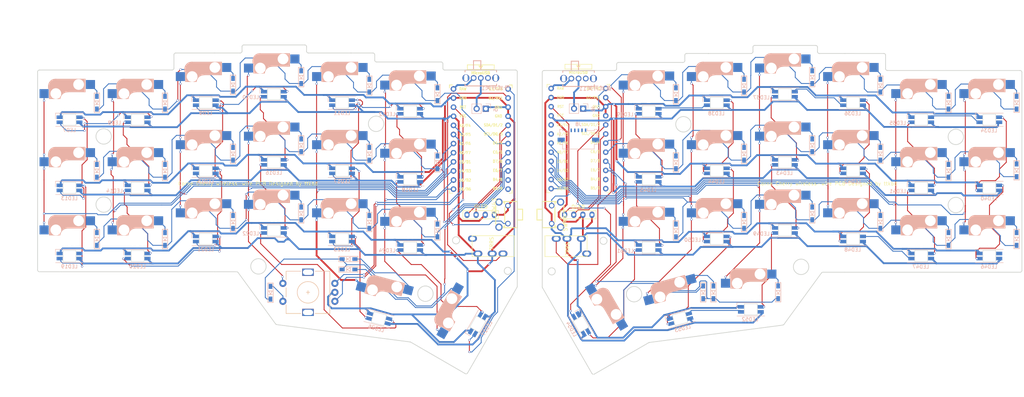
<source format=kicad_pcb>
(kicad_pcb (version 20221018) (generator pcbnew)
  (title_block (title "Corne Cherry") (date "2020-09-28") (rev "3.0.1") (company "foostan"))
  (layers (0 "F.Cu" signal) (31 "B.Cu" signal) (34 "B.Paste" user) (35 "F.Paste" user) (36 "B.SilkS" user "B.Silkscreen") (37 "F.SilkS" user "F.Silkscreen") (38 "B.Mask" user) (39 "F.Mask" user) (44 "Edge.Cuts" user))
  (net 0 "")
  (net 1 "row0")
  (net 2 "Net-(D1-A)")
  (net 3 "row1")
  (net 4 "Net-(D2-A)")
  (net 5 "row2")
  (net 6 "Net-(D3-A)")
  (net 7 "row3")
  (net 8 "Net-(D4-A)")
  (net 9 "Net-(D5-A)")
  (net 10 "Net-(D6-A)")
  (net 11 "Net-(D7-A)")
  (net 12 "Net-(D8-A)")
  (net 13 "Net-(D9-A)")
  (net 14 "Net-(D10-A)")
  (net 15 "Net-(D11-A)")
  (net 16 "Net-(D12-A)")
  (net 17 "Net-(D13-A)")
  (net 18 "Net-(D14-A)")
  (net 19 "Net-(D15-A)")
  (net 20 "Net-(D16-A)")
  (net 21 "Net-(D17-A)")
  (net 22 "Net-(D18-A)")
  (net 23 "SW19B")
  (net 24 "Net-(D20-A)")
  (net 25 "Net-(D21-A)")
  (net 26 "GND")
  (net 27 "VCC")
  (net 28 "col0")
  (net 29 "col1")
  (net 30 "col2")
  (net 31 "SW19A")
  (net 32 "col4")
  (net 33 "col5")
  (net 34 "LED")
  (net 35 "data")
  (net 36 "reset")
  (net 37 "SCL")
  (net 38 "SDA")
  (net 39 "Net-(D22-A)")
  (net 40 "Net-(D23-A)")
  (net 41 "Net-(D24-A)")
  (net 42 "Net-(D25-A)")
  (net 43 "Net-(D26-A)")
  (net 44 "Net-(D27-A)")
  (net 45 "row0_r")
  (net 46 "Net-(D28-A)")
  (net 47 "Net-(D29-A)")
  (net 48 "Net-(D30-A)")
  (net 49 "Net-(D31-A)")
  (net 50 "Net-(D32-A)")
  (net 51 "row1_r")
  (net 52 "Net-(D33-A)")
  (net 53 "Net-(D34-A)")
  (net 54 "Net-(D35-A)")
  (net 55 "Net-(D36-A)")
  (net 56 "Net-(D37-A)")
  (net 57 "Net-(D38-A)")
  (net 58 "row2_r")
  (net 59 "Net-(D39-A)")
  (net 60 "Net-(D40-A)")
  (net 61 "Net-(D41-A)")
  (net 62 "Net-(D42-A)")
  (net 66 "row3_r")
  (net 67 "B+")
  (net 68 "data_r")
  (net 69 "SDA_r")
  (net 70 "SCL_r")
  (net 71 "LED_r")
  (net 72 "reset_r")
  (net 73 "col0_r")
  (net 74 "col1_r")
  (net 75 "col2_r")
  (net 76 "col3_r")
  (net 77 "col4_r")
  (net 78 "col5_r")
  (net 79 "VDD")
  (net 80 "GNDA")
  (net 81 "Net-(LED13-DIN)")
  (net 82 "Net-(LED7-DIN)")
  (net 83 "Net-(LED14-DOUT)")
  (net 84 "Net-(LED15-DIN)")
  (net 85 "Net-(LED10-DOUT)")
  (net 86 "Net-(LED10-DIN)")
  (net 87 "Net-(LED11-DOUT)")
  (net 88 "Net-(LED11-DIN)")
  (net 89 "Net-(LED12-DIN)")
  (net 90 "Net-(LED13-DOUT)")
  (net 91 "Net-(LED14-DIN)")
  (net 92 "Net-(LED15-DOUT)")
  (net 93 "Net-(LED16-DIN)")
  (net 94 "Net-(LED17-DOUT)")
  (net 95 "Net-(LED18-DIN)")
  (net 97 "Net-(LED20-DIN)")
  (net 98 "Net-(LED22-DIN)")
  (net 99 "Net-(LED23-DOUT)")
  (net 100 "Net-(LED24-DIN)")
  (net 101 "Net-(LED34-DOUT)")
  (net 102 "Net-(LED34-DIN)")
  (net 103 "Net-(LED35-DIN)")
  (net 104 "Net-(LED36-DOUT)")
  (net 105 "Net-(LED36-DIN)")
  (net 106 "Net-(LED37-DIN)")
  (net 107 "Net-(LED38-DOUT)")
  (net 108 "Net-(LED38-DIN)")
  (net 109 "Net-(LED39-DIN)")
  (net 110 "Net-(LED40-DOUT)")
  (net 111 "Net-(LED41-DIN)")
  (net 112 "Net-(LED42-DOUT)")
  (net 113 "Net-(LED43-DIN)")
  (net 114 "Net-(LED44-DOUT)")
  (net 115 "Net-(LED45-DIN)")
  (net 117 "Net-(LED47-DIN)")
  (net 118 "Net-(LED49-DIN)")
  (net 119 "Net-(LED50-DOUT)")
  (net 120 "Net-(LED51-DIN)")
  (net 121 "Net-(LED52-DIN)")
  (net 123 "B_r+")
  (net 124 "power_r+")
  (net 131 "power+")
  (net 135 "joystickclick")
  (net 136 "EncoderA")
  (net 137 "EncoderB")
  (net 145 "joystickclick_r")
  (net 146 "joystickY_r")
  (net 147 "joystickX_r")
  (footprint "kbd:MJ-4PP-9_1side" (layer "F.Cu") (at 144.2775 75.77 -90)
    (fp_text reference "J1")
    (fp_text value "MJ-4PP-9" hide)
  )
  (footprint "kbd:OLED_1side" (layer "F.Cu") (at 130.9485 67.028)
    (fp_text reference "J2")
    (fp_text value "OLED" hide)
  )
  (footprint "kbd:CherryMX_Hotswap" (layer "F.Cu") (at 39.1075 35.78)
    (fp_text reference "SW2" hide)
    (fp_text value "SW_PUSH" hide)
  )
  (footprint "kbd:CherryMX_Hotswap" (layer "F.Cu") (at 58.1075 31.03)
    (fp_text reference "SW3" hide)
    (fp_text value "SW_PUSH" hide)
  )
  (footprint "kbd:CherryMX_Hotswap" (layer "F.Cu") (at 77.1075 28.655)
    (fp_text reference "SW4" hide)
    (fp_text value "SW_PUSH" hide)
  )
  (footprint "kbd:CherryMX_Hotswap" (layer "F.Cu") (at 96.1075 31.03)
    (fp_text reference "SW5" hide)
    (fp_text value "SW_PUSH" hide)
  )
  (footprint "kbd:CherryMX_Hotswap" (layer "F.Cu") (at 20.1075 54.78)
    (fp_text reference "SW7" hide)
    (fp_text value "SW_PUSH" hide)
  )
  (footprint "kbd:CherryMX_Hotswap" (layer "F.Cu") (at 39.1075 54.78)
    (fp_text reference "SW8" hide)
    (fp_text value "SW_PUSH" hide)
  )
  (footprint "kbd:CherryMX_Hotswap" (layer "F.Cu") (at 58.1075 50.03)
    (fp_text reference "SW9" hide)
    (fp_text value "SW_PUSH" hide)
  )
  (footprint "kbd:CherryMX_Hotswap" (layer "F.Cu") (at 77.1075 47.655)
    (fp_text reference "SW10" hide)
    (fp_text value "SW_PUSH" hide)
  )
  (footprint "kbd:CherryMX_Hotswap" (layer "F.Cu") (at 96.1075 50.03)
    (fp_text reference "SW11" hide)
    (fp_text value "SW_PUSH" hide)
  )
  (footprint "kbd:CherryMX_Hotswap" (layer "F.Cu") (at 115.1075 52.405)
    (fp_text reference "SW12" hide)
    (fp_text value "SW_PUSH" hide)
  )
  (footprint "kbd:CherryMX_Hotswap" (layer "F.Cu") (at 20.1075 73.78)
    (fp_text reference "SW13" hide)
    (fp_text value "SW_PUSH" hide)
  )
  (footprint "kbd:CherryMX_Hotswap" (layer "F.Cu") (at 39.1075 73.78)
    (fp_text reference "SW14" hide)
    (fp_text value "SW_PUSH" hide)
  )
  (footprint "kbd:CherryMX_Hotswap" (layer "F.Cu") (at 58.1075 69.03)
    (fp_text reference "SW15" hide)
    (fp_text value "SW_PUSH" hide)
  )
  (footprint "kbd:CherryMX_Hotswap" (layer "F.Cu") (at 77.1075 66.655)
    (fp_text reference "SW16" hide)
    (fp_text value "SW_PUSH" hide)
  )
  (footprint "kbd:CherryMX_Hotswap" (layer "F.Cu") (at 96.1075 69.03)
    (fp_text reference "SW17" hide)
    (fp_text value "SW_PUSH" hide)
  )
  (footprint "kbd:CherryMX_Hotswap" (layer "F.Cu") (at 115.1075 71.405)
    (fp_text reference "SW18" hide)
    (fp_text value "SW_PUSH" hide)
  )
  (footprint "kbd:CherryMX_Hotswap" (layer "F.Cu") (at 107.6075 91.405 -15)
    (fp_text reference "SW20" hide)
    (fp_text value "SW_PUSH" hide)
  )
  (footprint "kbd:CherryMX_Hotswap_1.5u" (layer "F.Cu") (at 129.8575 95.155 60)
    (fp_text reference "SW21" hide)
    (fp_text value "SW_PUSH" hide)
  )
  (footprint "kbd:CherryMX_Hotswap_1.5u" (layer "F.Cu") (at 166.8645 95.15 -60)
    (fp_text reference "SW42" hide)
    (fp_text value "SW_PUSH" hide)
  )
  (footprint "kbd:MJ-4PP-9_1side" (layer "F.Cu") (at 152.5375 75.78 90)
    (fp_text reference "J3")
    (fp_text value "MJ-4PP-9" hide)
  )
  (footprint "kbd:OLED_1side" (layer "F.Cu") (at 158.1775 67.02)
    (fp_text reference "J4")
    (fp_text value "OLED" hide)
  )
  (footprint "kbd:CherryMX_Hotswap" (layer "F.Cu") (at 219.6145 66.65)
    (fp_text reference "SW37" hide)
    (fp_text value "SW_PUSH" hide)
  )
  (footprint "kbd:CherryMX_Hotswap" (layer "F.Cu") (at 200.6145 69.025)
    (fp_text reference "SW38" hide)
    (fp_text value "SW_PUSH" hide)
  )
  (footprint "kbd:CherryMX_Hotswap" (layer "F.Cu") (at 181.6145 71.4)
    (fp_text reference "SW39" hide)
    (fp_text value "SW_PUSH" hide)
  )
  (footprint "kbd:CherryMX_Hotswap" (layer "F.Cu") (at 210.1145 88.65)
    (fp_text reference "SW40" hide)
    (fp_text value "SW_PUSH" hide)
  )
  (footprint "kbd:CherryMX_Hotswap" (layer "F.Cu") (at 189.1145 91.4 15)
    (fp_text reference "SW41" hide)
    (fp_text value "SW_PUSH" hide)
  )
  (footprint "kbd:CherryMX_Hotswap" (layer "F.Cu") (at 219.6145 28.65)
    (fp_text reference "SW25" hide)
    (fp_text value "SW_PUSH" hide)
  )
  (footprint "kbd:CherryMX_Hotswap" (layer "F.Cu") (at 200.6145 31.025)
    (fp_text reference "SW26" hide)
    (fp_text value "SW_PUSH" hide)
  )
  (footprint "kbd:CherryMX_Hotswap" (layer "F.Cu") (at 276.6145 54.775)
    (fp_text reference "SW28" hide)
    (fp_text value "SW_PUSH" hide)
  )
  (footprint "kbd:CherryMX_Hotswap" (layer "F.Cu") (at 238.6145 31.025)
    (fp_text reference "SW24" hide)
    (fp_text value "SW_PUSH" hide)
  )
  (footprint "kbd:CherryMX_Hotswap" (layer "F.Cu") (at 257.6145 54.775)
    (fp_text reference "SW29" hide)
    (fp_text value "SW_PUSH" hide)
  )
  (footprint "kbd:CherryMX_Hotswap" (layer "F.Cu") (at 257.6145 73.775)
    (fp_text reference "SW35" hide)
    (fp_text value "SW_PUSH" hide)
  )
  (footprint "kbd:CherryMX_Hotswap" (layer "F.Cu") (at 238.6145 69.025)
    (fp_text reference "SW36" hide)
    (fp_text value "SW_PUSH" hide)
  )
  (footprint "kbd:CherryMX_Hotswap" (layer "F.Cu") (at 276.6145 35.775)
    (fp_text reference "SW22" hide)
    (fp_text value "SW_PUSH" hide)
  )
  (footprint "kbd:CherryMX_Hotswap" (layer "F.Cu") (at 257.6145 35.775)
    (fp_text reference "SW23" hide)
    (fp_text value "SW_PUSH" hide)
  )
  (footprint "kbd:CherryMX_Hotswap" (layer "F.Cu") (at 238.6145 50.025)
    (fp_text reference "SW30" hide)
    (fp_text value "SW_PUSH" hide)
  )
  (footprint "kbd:CherryMX_Hotswap" (layer "F.Cu") (at 219.6145 47.65)
    (fp_text reference "SW31" hide)
    (fp_text value "SW_PUSH" hide)
  )
  (footprint "kbd:CherryMX_Hotswap" (layer "F.Cu") (at 200.6145 50.025)
    (fp_text reference "SW32" hide)
    (fp_text value "SW_PUSH" hide)
  )
  (footprint "kbd:CherryMX_Hotswap" (layer "F.Cu") (at 181.6145 52.4)
    (fp_text reference "SW33" hide)
    (fp_text value "SW_PUSH" hide)
  )
  (footprint "kbd:CherryMX_Hotswap" (layer "F.Cu") (at 276.6145 73.775)
    (fp_text reference "SW34" hide)
    (fp_text value "SW_PUSH" hide)
  )
  (footprint "kbd:CherryMX_Hotswap" (layer "F.Cu") (at 20.1075 35.78)
    (fp_text reference "SW1" hide)
    (fp_text value "SW_PUSH" hide)
  )
  (footprint "kbd:CherryMX_Hotswap" (layer "F.Cu") (at 115.1075 33.405)
    (fp_text reference "SW6" hide)
    (fp_text value "SW_PUSH" hide)
  )
  (footprint "kbd:CherryMX_Hotswap" (layer "F.Cu") (at 181.6075 33.405)
    (fp_text reference "SW27" hide)
    (fp_text value "SW_PUSH" hide)
  )
  (footprint "switch:KEY-TH_TC-3601-5-100G" (layer "F.Cu") (at 155.8075 66.98 -90)
    (fp_text reference "SW44")
    (fp_text value "SW_PUSH" hide)
  )
  (footprint "kbd:ProMicro_v3" (layer "F.Cu") (at 162.0161 46.278)
    (fp_text reference "U3" hide)
    (fp_text value "ProMicro_r" hide)
  )
  (footprint "kbd:ProMicro_v3" (layer "F.Cu") (at 134.7961 46.418)
    (fp_text reference "U2" hide)
    (fp_text value "ProMicro" hide)
  )
  (footprint "switch:KEY-TH_TC-3601-5-100G" (layer "F.Cu") (at 141.1075 66.979999 90)
    (fp_text reference "SW43")
    (fp_text value "SW_PUSH" hide)
  )
  (footprint "kbd:ProMicro_v3" (layer "F.Cu") (at 134.7961 46.418)
    (fp_text reference "U2" hide)
    (fp_text value "ProMicro" hide)
  )
  (footprint "SofleKeyboard-footprint:RotaryEncoder_Alps_EC11E-Switch_Vertical_H20mm-keebio_modified" (layer "F.Cu") (at 86.6075 88.655 180)
    (fp_text reference "SW45" hide)
    (fp_text value "Rotary_Encoder_Switch")
  )
  (footprint "kbd:D3_SMD_v2" (layer "B.Cu") (at 27.7345 35.776875 90)
    (fp_text reference "D1" hide)
    (fp_text value "D" hide)
  )
  (footprint "kbd:D3_SMD_v2" (layer "B.Cu") (at 46.7345 35.78 90)
    (fp_text reference "D2" hide)
    (fp_text value "D" hide)
  )
  (footprint "kbd:D3_SMD_v2" (layer "B.Cu") (at 65.7075 30.78 90)
    (fp_text reference "D3" hide)
    (fp_text value "D" hide)
  )
  (footprint "kbd:D3_SMD_v2" (layer "B.Cu") (at 84.7075 28.655 90)
    (fp_text reference "D4" hide)
    (fp_text value "D" hide)
  )
  (footprint "kbd:D3_SMD_v2" (layer "B.Cu") (at 103.7075 31.03 90)
    (fp_text reference "D5" hide)
    (fp_text value "D" hide)
  )
  (footprint "kbd:D3_SMD_v2" (layer "B.Cu") (at 122.7075 33.405 90)
    (fp_text reference "D6" hide)
    (fp_text value "D" hide)
  )
  (footprint "kbd:D3_SMD_v2" (layer "B.Cu") (at 27.7345 54.776875 90)
    (fp_text reference "D7" hide)
    (fp_text value "D" hide)
  )
  (footprint "kbd:D3_SMD_v2" (layer "B.Cu") (at 46.7345 54.78 90)
    (fp_text reference "D8" hide)
    (fp_text value "D" hide)
  )
  (footprint "kbd:D3_SMD_v2" (layer "B.Cu") (at 65.7075 50.03 90)
    (fp_text reference "D9" hide)
    (fp_text value "D" hide)
  )
  (footprint "kbd:D3_SMD_v2" (layer "B.Cu") (at 84.7075 47.655 90)
    (fp_text reference "D10" hide)
    (fp_text value "D" hide)
  )
  (footprint "kbd:D3_SMD_v2" (layer "B.Cu") (at 103.7075 50.03 90)
    (fp_text reference "D11" hide)
    (fp_text value "D" hide)
  )
  (footprint "kbd:D3_SMD_v2" (layer "B.Cu") (at 122.7075 52.405 90)
    (fp_text reference "D12" hide)
    (fp_text value "D" hide)
  )
  (footprint "kbd:D3_SMD_v2" (layer "B.Cu") (at 27.7345 73.776875 90)
    (fp_text reference "D13" hide)
    (fp_text value "D" hide)
  )
  (footprint "kbd:D3_SMD_v2" (layer "B.Cu") (at 46.7345 73.78 90)
    (fp_text reference "D14" hide)
    (fp_text value "D" hide)
  )
  (footprint "kbd:D3_SMD_v2" (layer "B.Cu") (at 65.7075 69.03 90)
    (fp_text reference "D15" hide)
    (fp_text value "D" hide)
  )
  (footprint "kbd:D3_SMD_v2" (layer "B.Cu") (at 84.7075 66.655 90)
    (fp_text reference "D16" hide)
    (fp_text value "D" hide)
  )
  (footprint "kbd:D3_SMD_v2" (layer "B.Cu") (at 103.7075 69.03 90)
    (fp_text reference "D17" hide)
    (fp_text value "D" hide)
  )
  (footprint "kbd:D3_SMD_v2" (layer "B.Cu") (at 122.7075 71.405 90)
    (fp_text reference "D18" hide)
    (fp_text value "D" hide)
  )
  (footprint "kbd:D3_SMD_v2" (layer "B.Cu") (at 76.1575 88.77 90)
    (fp_text reference "D19" hide)
    (fp_text value "D" hide)
  )
  (footprint "kbd:D3_SMD_v2" (layer "B.Cu") (at 97.9075 79.38)
    (fp_text reference "D20" hide)
    (fp_text value "D" hide)
  )
  (footprint "kbd:D3_SMD_v2" (layer "B.Cu") (at 97.9075 82.28)
    (fp_text reference "D21" hide)
    (fp_text value "D" hide)
  )
  (footprint "kbd:YS-SK6812MINI-E" (layer "B.Cu") (at 20.1075 40.53)
    (fp_text reference "LED7")
    (fp_text value "YS-SK6812MINI-E")
    (fp_line (start -1.8 -1.55) (end 1.8 -1.55) (stroke (width 0.12)) (layer "Edge.Cuts"))
    (fp_line (start -1.8 1.55) (end -1.8 -1.55) (stroke (width 0.12)) (layer "Edge.Cuts"))
    (fp_line (start 1.8 -1.55) (end 1.8 1.55) (stroke (width 0.12)) (layer "Edge.Cuts"))
    (fp_line (start 1.8 1.55) (end -1.8 1.55) (stroke (width 0.12)) (layer "Edge.Cuts"))
  )
  (footprint "kbd:YS-SK6812MINI-E" (layer "B.Cu") (at 39.1075 40.53)
    (fp_text reference "LED8")
    (fp_text value "YS-SK6812MINI-E")
    (fp_line (start -1.8 -1.55) (end 1.8 -1.55) (stroke (width 0.12)) (layer "Edge.Cuts"))
    (fp_line (start -1.8 1.55) (end -1.8 -1.55) (stroke (width 0.12)) (layer "Edge.Cuts"))
    (fp_line (start 1.8 -1.55) (end 1.8 1.55) (stroke (width 0.12)) (layer "Edge.Cuts"))
    (fp_line (start 1.8 1.55) (end -1.8 1.55) (stroke (width 0.12)) (layer "Edge.Cuts"))
  )
  (footprint "kbd:YS-SK6812MINI-E" (layer "B.Cu") (at 58.1075 35.78)
    (fp_text reference "LED9")
    (fp_text value "YS-SK6812MINI-E")
    (fp_line (start -1.8 -1.55) (end 1.8 -1.55) (stroke (width 0.12)) (layer "Edge.Cuts"))
    (fp_line (start -1.8 1.55) (end -1.8 -1.55) (stroke (width 0.12)) (layer "Edge.Cuts"))
    (fp_line (start 1.8 -1.55) (end 1.8 1.55) (stroke (width 0.12)) (layer "Edge.Cuts"))
    (fp_line (start 1.8 1.55) (end -1.8 1.55) (stroke (width 0.12)) (layer "Edge.Cuts"))
  )
  (footprint "kbd:YS-SK6812MINI-E" (layer "B.Cu") (at 77.1075 33.405)
    (fp_text reference "LED10")
    (fp_text value "YS-SK6812MINI-E")
    (fp_line (start -1.8 -1.55) (end 1.8 -1.55) (stroke (width 0.12)) (layer "Edge.Cuts"))
    (fp_line (start -1.8 1.55) (end -1.8 -1.55) (stroke (width 0.12)) (layer "Edge.Cuts"))
    (fp_line (start 1.8 -1.55) (end 1.8 1.55) (stroke (width 0.12)) (layer "Edge.Cuts"))
    (fp_line (start 1.8 1.55) (end -1.8 1.55) (stroke (width 0.12)) (layer "Edge.Cuts"))
  )
  (footprint "kbd:YS-SK6812MINI-E" (layer "B.Cu") (at 96.1075 35.78)
    (fp_text reference "LED11")
    (fp_text value "YS-SK6812MINI-E")
    (fp_line (start -1.8 -1.55) (end 1.8 -1.55) (stroke (width 0.12)) (layer "Edge.Cuts"))
    (fp_line (start -1.8 1.55) (end -1.8 -1.55) (stroke (width 0.12)) (layer "Edge.Cuts"))
    (fp_line (start 1.8 -1.55) (end 1.8 1.55) (stroke (width 0.12)) (layer "Edge.Cuts"))
    (fp_line (start 1.8 1.55) (end -1.8 1.55) (stroke (width 0.12)) (layer "Edge.Cuts"))
  )
  (footprint "kbd:YS-SK6812MINI-E" (layer "B.Cu") (at 115.1075 38.155)
    (fp_text reference "LED12")
    (fp_text value "YS-SK6812MINI-E")
    (fp_line (start -1.8 -1.55) (end 1.8 -1.55) (stroke (width 0.12)) (layer "Edge.Cuts"))
    (fp_line (start -1.8 1.55) (end -1.8 -1.55) (stroke (width 0.12)) (layer "Edge.Cuts"))
    (fp_line (start 1.8 -1.55) (end 1.8 1.55) (stroke (width 0.12)) (layer "Edge.Cuts"))
    (fp_line (start 1.8 1.55) (end -1.8 1.55) (stroke (width 0.12)) (layer "Edge.Cuts"))
  )
  (footprint "kbd:YS-SK6812MINI-E" (layer "B.Cu") (at 20.1075 59.53)
    (fp_text reference "LED13")
    (fp_text value "YS-SK6812MINI-E")
    (fp_line (start -1.8 -1.55) (end 1.8 -1.55) (stroke (width 0.12)) (layer "Edge.Cuts"))
    (fp_line (start -1.8 1.55) (end -1.8 -1.55) (stroke (width 0.12)) (layer "Edge.Cuts"))
    (fp_line (start 1.8 -1.55) (end 1.8 1.55) (stroke (width 0.12)) (layer "Edge.Cuts"))
    (fp_line (start 1.8 1.55) (end -1.8 1.55) (stroke (width 0.12)) (layer "Edge.Cuts"))
  )
  (footprint "kbd:YS-SK6812MINI-E" (layer "B.Cu") (at 39.1075 59.53)
    (fp_text reference "LED14")
    (fp_text value "YS-SK6812MINI-E")
    (fp_line (start -1.8 -1.55) (end 1.8 -1.55) (stroke (width 0.12)) (layer "Edge.Cuts"))
    (fp_line (start -1.8 1.55) (end -1.8 -1.55) (stroke (width 0.12)) (layer "Edge.Cuts"))
    (fp_line (start 1.8 -1.55) (end 1.8 1.55) (stroke (width 0.12)) (layer "Edge.Cuts"))
    (fp_line (start 1.8 1.55) (end -1.8 1.55) (stroke (width 0.12)) (layer "Edge.Cuts"))
  )
  (footprint "kbd:YS-SK6812MINI-E" (layer "B.Cu") (at 58.1075 54.78)
    (fp_text reference "LED15")
    (fp_text value "YS-SK6812MINI-E")
    (fp_line (start -1.8 -1.55) (end 1.8 -1.55) (stroke (width 0.12)) (layer "Edge.Cuts"))
    (fp_line (start -1.8 1.55) (end -1.8 -1.55) (stroke (width 0.12)) (layer "Edge.Cuts"))
    (fp_line (start 1.8 -1.55) (end 1.8 1.55) (stroke (width 0.12)) (layer "Edge.Cuts"))
    (fp_line (start 1.8 1.55) (end -1.8 1.55) (stroke (width 0.12)) (layer "Edge.Cuts"))
  )
  (footprint "kbd:YS-SK6812MINI-E" (layer "B.Cu") (at 77.1075 52.405)
    (fp_text reference "LED16")
    (fp_text value "YS-SK6812MINI-E")
    (fp_line (start -1.8 -1.55) (end 1.8 -1.55) (stroke (width 0.12)) (layer "Edge.Cuts"))
    (fp_line (start -1.8 1.55) (end -1.8 -1.55) (stroke (width 0.12)) (layer "Edge.Cuts"))
    (fp_line (start 1.8 -1.55) (end 1.8 1.55) (stroke (width 0.12)) (layer "Edge.Cuts"))
    (fp_line (start 1.8 1.55) (end -1.8 1.55) (stroke (width 0.12)) (layer "Edge.Cuts"))
  )
  (footprint "kbd:YS-SK6812MINI-E" (layer "B.Cu") (at 96.1075 54.78)
    (fp_text reference "LED17")
    (fp_text value "YS-SK6812MINI-E")
    (fp_line (start -1.8 -1.55) (end 1.8 -1.55) (stroke (width 0.12)) (layer "Edge.Cuts"))
    (fp_line (start -1.8 1.55) (end -1.8 -1.55) (stroke (width 0.12)) (layer "Edge.Cuts"))
    (fp_line (start 1.8 -1.55) (end 1.8 1.55) (stroke (width 0.12)) (layer "Edge.Cuts"))
    (fp_line (start 1.8 1.55) (end -1.8 1.55) (stroke (width 0.12)) (layer "Edge.Cuts"))
  )
  (footprint "kbd:YS-SK6812MINI-E" (layer "B.Cu") (at 115.1075 57.155)
    (fp_text reference "LED18")
    (fp_text value "YS-SK6812MINI-E")
    (fp_line (start -1.8 -1.55) (end 1.8 -1.55) (stroke (width 0.12)) (layer "Edge.Cuts"))
    (fp_line (start -1.8 1.55) (end -1.8 -1.55) (stroke (width 0.12)) (layer "Edge.Cuts"))
    (fp_line (start 1.8 -1.55) (end 1.8 1.55) (stroke (width 0.12)) (layer "Edge.Cuts"))
    (fp_line (start 1.8 1.55) (end -1.8 1.55) (stroke (width 0.12)) (layer "Edge.Cuts"))
  )
  (footprint "kbd:YS-SK6812MINI-E" (layer "B.Cu") (at 20.1075 78.53)
    (fp_text reference "LED19")
    (fp_text value "YS-SK6812MINI-E")
    (fp_line (start -1.8 -1.55) (end 1.8 -1.55) (stroke (width 0.12)) (layer "Edge.Cuts"))
    (fp_line (start -1.8 1.55) (end -1.8 -1.55) (stroke (width 0.12)) (layer "Edge.Cuts"))
    (fp_line (start 1.8 -1.55) (end 1.8 1.55) (stroke (width 0.12)) (layer "Edge.Cuts"))
    (fp_line (start 1.8 1.55) (end -1.8 1.55) (stroke (width 0.12)) (layer "Edge.Cuts"))
  )
  (footprint "kbd:YS-SK6812MINI-E" (layer "B.Cu") (at 39.1075 78.53)
    (fp_text reference "LED20")
    (fp_text value "YS-SK6812MINI-E")
    (fp_line (start -1.8 -1.55) (end 1.8 -1.55) (stroke (width 0.12)) (layer "Edge.Cuts"))
    (fp_line (start -1.8 1.55) (end -1.8 -1.55) (stroke (width 0.12)) (layer "Edge.Cuts"))
    (fp_line (start 1.8 -1.55) (end 1.8 1.55) (stroke (width 0.12)) (layer "Edge.Cuts"))
    (fp_line (start 1.8 1.55) (end -1.8 1.55) (stroke (width 0.12)) (layer "Edge.Cuts"))
  )
  (footprint "kbd:YS-SK6812MINI-E" (layer "B.Cu") (at 58.1075 73.78)
    (fp_text reference "LED21")
    (fp_text value "YS-SK6812MINI-E")
    (fp_line (start -1.8 -1.55) (end 1.8 -1.55) (stroke (width 0.12)) (layer "Edge.Cuts"))
    (fp_line (start -1.8 1.55) (end -1.8 -1.55) (stroke (width 0.12)) (layer "Edge.Cuts"))
    (fp_line (start 1.8 -1.55) (end 1.8 1.55) (stroke (width 0.12)) (layer "Edge.Cuts"))
    (fp_line (start 1.8 1.55) (end -1.8 1.55) (stroke (width 0.12)) (layer "Edge.Cuts"))
  )
  (footprint "kbd:YS-SK6812MINI-E" (layer "B.Cu") (at 77.1075 71.405)
    (fp_text reference "LED22")
    (fp_text value "YS-SK6812MINI-E")
    (fp_line (start -1.8 -1.55) (end 1.8 -1.55) (stroke (width 0.12)) (layer "Edge.Cuts"))
    (fp_line (start -1.8 1.55) (end -1.8 -1.55) (stroke (width 0.12)) (layer "Edge.Cuts"))
    (fp_line (start 1.8 -1.55) (end 1.8 1.55) (stroke (width 0.12)) (layer "Edge.Cuts"))
    (fp_line (start 1.8 1.55) (end -1.8 1.55) (stroke (width 0.12)) (layer "Edge.Cuts"))
  )
  (footprint "kbd:YS-SK6812MINI-E" (layer "B.Cu") (at 115.1075 76.155)
    (fp_text reference "LED24")
    (fp_text value "YS-SK6812MINI-E")
    (fp_line (start -1.8 -1.55) (end 1.8 -1.55) (stroke (width 0.12)) (layer "Edge.Cuts"))
    (fp_line (start -1.8 1.55) (end -1.8 -1.55) (stroke (width 0.12)) (layer "Edge.Cuts"))
    (fp_line (start 1.8 -1.55) (end 1.8 1.55) (stroke (width 0.12)) (layer "Edge.Cuts"))
    (fp_line (start 1.8 1.55) (end -1.8 1.55) (stroke (width 0.12)) (layer "Edge.Cuts"))
  )
  (footprint "kbd:YS-SK6812MINI-E" (layer "B.Cu") (at 133.971121 97.53 60)
    (fp_text reference "LED27")
    (fp_text value "YS-SK6812MINI-E")
    (fp_line (start -1.8 -1.55) (end 1.8 -1.55) (stroke (width 0.12)) (layer "Edge.Cuts"))
    (fp_line (start -1.8 1.55) (end -1.8 -1.55) (stroke (width 0.12)) (layer "Edge.Cuts"))
    (fp_line (start 1.8 -1.55) (end 1.8 1.55) (stroke (width 0.12)) (layer "Edge.Cuts"))
    (fp_line (start 1.8 1.55) (end -1.8 1.55) (stroke (width 0.12)) (layer "Edge.Cuts"))
  )
  (footprint "kbd:YS-SK6812MINI-E" (layer "B.Cu") (at 219.6075 52.405)
    (fp_text reference "LED43")
    (fp_text value "YS-SK6812MINI-E")
    (fp_line (start -1.8 -1.55) (end 1.8 -1.55) (stroke (width 0.12)) (layer "Edge.Cuts"))
    (fp_line (start -1.8 1.55) (end -1.8 -1.55) (stroke (width 0.12)) (layer "Edge.Cuts"))
    (fp_line (start 1.8 -1.55) (end 1.8 1.55) (stroke (width 0.12)) (layer "Edge.Cuts"))
    (fp_line (start 1.8 1.55) (end -1.8 1.55) (stroke (width 0.12)) (layer "Edge.Cuts"))
  )
  (footprint "kbd:YS-SK6812MINI-E" (layer "B.Cu") (at 200.6075 54.78)
    (fp_text reference "LED44")
    (fp_text value "YS-SK6812MINI-E")
    (fp_line (start -1.8 -1.55) (end 1.8 -1.55) (stroke (width 0.12)) (layer "Edge.Cuts"))
    (fp_line (start -1.8 1.55) (end -1.8 -1.55) (stroke (width 0.12)) (layer "Edge.Cuts"))
    (fp_line (start 1.8 -1.55) (end 1.8 1.55) (stroke (width 0.12)) (layer "Edge.Cuts"))
    (fp_line (start 1.8 1.55) (end -1.8 1.55) (stroke (width 0.12)) (layer "Edge.Cuts"))
  )
  (footprint "kbd:YS-SK6812MINI-E" (layer "B.Cu") (at 181.6075 57.155)
    (fp_text reference "LED45")
    (fp_text value "YS-SK6812MINI-E")
    (fp_line (start -1.8 -1.55) (end 1.8 -1.55) (stroke (width 0.12)) (layer "Edge.Cuts"))
    (fp_line (start -1.8 1.55) (end -1.8 -1.55) (stroke (width 0.12)) (layer "Edge.Cuts"))
    (fp_line (start 1.8 -1.55) (end 1.8 1.55) (stroke (width 0.12)) (layer "Edge.Cuts"))
    (fp_line (start 1.8 1.55) (end -1.8 1.55) (stroke (width 0.12)) (layer "Edge.Cuts"))
  )
  (footprint "kbd:YS-SK6812MINI-E" (layer "B.Cu") (at 276.6075 78.53)
    (fp_text reference "LED46")
    (fp_text value "YS-SK6812MINI-E")
    (fp_line (start -1.8 -1.55) (end 1.8 -1.55) (stroke (width 0.12)) (layer "Edge.Cuts"))
    (fp_line (start -1.8 1.55) (end -1.8 -1.55) (stroke (width 0.12)) (layer "Edge.Cuts"))
    (fp_line (start 1.8 -1.55) (end 1.8 1.55) (stroke (width 0.12)) (layer "Edge.Cuts"))
    (fp_line (start 1.8 1.55) (end -1.8 1.55) (stroke (width 0.12)) (layer "Edge.Cuts"))
  )
  (footprint "kbd:YS-SK6812MINI-E" (layer "B.Cu") (at 257.6075 78.53)
    (fp_text reference "LED47")
    (fp_text value "YS-SK6812MINI-E")
    (fp_line (start -1.8 -1.55) (end 1.8 -1.55) (stroke (width 0.12)) (layer "Edge.Cuts"))
    (fp_line (start -1.8 1.55) (end -1.8 -1.55) (stroke (width 0.12)) (layer "Edge.Cuts"))
    (fp_line (start 1.8 -1.55) (end 1.8 1.55) (stroke (width 0.12)) (layer "Edge.Cuts"))
    (fp_line (start 1.8 1.55) (end -1.8 1.55) (stroke (width 0.12)) (layer "Edge.Cuts"))
  )
  (footprint "kbd:YS-SK6812MINI-E" (layer "B.Cu") (at 238.6075 73.78)
    (fp_text reference "LED48")
    (fp_text value "YS-SK6812MINI-E")
    (fp_line (start -1.8 -1.55) (end 1.8 -1.55) (stroke (width 0.12)) (layer "Edge.Cuts"))
    (fp_line (start -1.8 1.55) (end -1.8 -1.55) (stroke (width 0.12)) (layer "Edge.Cuts"))
    (fp_line (start 1.8 -1.55) (end 1.8 1.55) (stroke (width 0.12)) (layer "Edge.Cuts"))
    (fp_line (start 1.8 1.55) (end -1.8 1.55) (stroke (width 0.12)) (layer "Edge.Cuts"))
  )
  (footprint "kbd:YS-SK6812MINI-E" (layer "B.Cu") (at 219.6075 71.405)
    (fp_text reference "LED49")
    (fp_text value "YS-SK6812MINI-E")
    (fp_line (start -1.8 -1.55) (end 1.8 -1.55) (stroke (width 0.12)) (layer "Edge.Cuts"))
    (fp_line (start -1.8 1.55) (end -1.8 -1.55) (stroke (width 0.12)) (layer "Edge.Cuts"))
    (fp_line (start 1.8 -1.55) (end 1.8 1.55) (stroke (width 0.12)) (layer "Edge.Cuts"))
    (fp_line (start 1.8 1.55) (end -1.8 1.55) (stroke (width 0.12)) (layer "Edge.Cuts"))
  )
  (footprint "kbd:YS-SK6812MINI-E" (layer "B.Cu") (at 200.6075 73.78)
    (fp_text reference "LED50")
    (fp_text value "YS-SK6812MINI-E")
    (fp_line (start -1.8 -1.55) (end 1.8 -1.55) (stroke (width 0.12)) (layer "Edge.Cuts"))
    (fp_line (start -1.8 1.55) (end -1.8 -1.55) (stroke (width 0.12)) (layer "Edge.Cuts"))
    (fp_line (start 1.8 -1.55) (end 1.8 1.55) (stroke (width 0.12)) (layer "Edge.Cuts"))
    (fp_line (start 1.8 1.55) (end -1.8 1.55) (stroke (width 0.12)) (layer "Edge.Cuts"))
  )
  (footprint "kbd:YS-SK6812MINI-E" (layer "B.Cu") (at 181.6075 76.155)
    (fp_text reference "LED51")
    (fp_text value "YS-SK6812MINI-E")
    (fp_line (start -1.8 -1.55) (end 1.8 -1.55) (stroke (width 0.12)) (layer "Edge.Cuts"))
    (fp_line (start -1.8 1.55) (end -1.8 -1.55) (stroke (width 0.12)) (layer "Edge.Cuts"))
    (fp_line (start 1.8 -1.55) (end 1.8 1.55) (stroke (width 0.12)) (layer "Edge.Cuts"))
    (fp_line (start 1.8 1.55) (end -1.8 1.55) (stroke (width 0.12)) (layer "Edge.Cuts"))
  )
  (footprint "kbd:YS-SK6812MINI-E" (layer "B.Cu") (at 210.1075 93.405)
    (fp_text reference "LED52")
    (fp_text value "YS-SK6812MINI-E")
    (fp_line (start -1.8 -1.55) (end 1.8 -1.55) (stroke (width 0.12)) (layer "Edge.Cuts"))
    (fp_line (start -1.8 1.55) (end -1.8 -1.55) (stroke (width 0.12)) (layer "Edge.Cuts"))
    (fp_line (start 1.8 -1.55) (end 1.8 1.55) (stroke (width 0.12)) (layer "Edge.Cuts"))
    (fp_line (start 1.8 1.55) (end -1.8 1.55) (stroke (width 0.12)) (layer "Edge.Cuts"))
  )
  (footprint "kbd:YS-SK6812MINI-E" (layer "B.Cu") (at 190.34389 95.988148 15)
    (fp_text reference "LED53")
    (fp_text value "YS-SK6812MINI-E")
    (fp_line (start -1.8 -1.55) (end 1.8 -1.55) (stroke (width 0.12)) (layer "Edge.Cuts"))
    (fp_line (start -1.8 1.55) (end -1.8 -1.55) (stroke (width 0.12)) (layer "Edge.Cuts"))
    (fp_line (start 1.8 -1.55) (end 1.8 1.55) (stroke (width 0.12)) (layer "Edge.Cuts"))
    (fp_line (start 1.8 1.55) (end -1.8 1.55) (stroke (width 0.12)) (layer "Edge.Cuts"))
  )
  (footprint "kbd:D3_SMD_v2" (layer "B.Cu") (at 265.2145 35.775 90)
    (fp_text reference "D23" hide)
    (fp_text value "D" hide)
  )
  (footprint "kbd:D3_SMD_v2" (layer "B.Cu") (at 246.2145 31.025 90)
    (fp_text reference "D24" hide)
    (fp_text value "D" hide)
  )
  (footprint "kbd:D3_SMD_v2" (layer "B.Cu") (at 227.2145 28.65 90)
    (fp_text reference "D25" hide)
    (fp_text value "D" hide)
  )
  (footprint "kbd:D3_SMD_v2" (layer "B.Cu") (at 189.2075 33.405 90)
    (fp_text reference "D27" hide)
    (fp_text value "D" hide)
  )
  (footprint "kbd:D3_SMD_v2" (layer "B.Cu") (at 284.2145 54.625 90)
    (fp_text reference "D28" hide)
    (fp_text value "D" hide)
  )
  (footprint "kbd:D3_SMD_v2" (layer "B.Cu") (at 265.2145 54.775 90)
    (fp_text reference "D29" hide)
    (fp_text value "D" hide)
  )
  (footprint "kbd:D3_SMD_v2" (layer "B.Cu") (at 246.2145 50.025 90)
    (fp_text reference "D30" hide)
    (fp_text value "D" hide)
  )
  (footprint "kbd:D3_SMD_v2" (layer "B.Cu") (at 227.2145 47.65 90)
    (fp_text reference "D31" hide)
    (fp_text value "D" hide)
  )
  (footprint "kbd:D3_SMD_v2" (layer "B.Cu") (at 208.2145 50.025 90)
    (fp_text reference "D32" hide)
    (fp_text value "D" hide)
  )
  (footprint "kbd:D3_SMD_v2" (layer "B.Cu") (at 189.2075 52.405 90)
    (fp_text reference "D33" hide)
    (fp_text value "D" hide)
  )
  (footprint "kbd:D3_SMD_v2" (layer "B.Cu") (at 284.2145 73.775 90)
    (fp_text reference "D34" hide)
    (fp_text value "D" hide)
  )
  (footprint "kbd:D3_SMD_v2" (layer "B.Cu") (at 265.2145 73.775 90)
    (fp_text reference "D35" hide)
    (fp_text value "D" hide)
  )
  (footprint "kbd:D3_SMD_v2" (layer "B.Cu") (at 246.2145 69.025 90)
    (fp_text reference "D36" hide)
    (fp_text value "D" hide)
  )
  (footprint "kbd:D3_SMD_v2" (layer "B.Cu") (at 227.2145 66.65 90)
    (fp_text reference "D37" hide)
    (fp_text value "D" hide)
  )
  (footprint "kbd:D3_SMD_v2" (layer "B.Cu") (at 208.2145 69.025 90)
    (fp_text reference "D38" hide)
    (fp_text value "D" hide)
  )
  (footprint "kbd:D3_SMD_v2" (layer "B.Cu") (at 189.2075 71.405 90)
    (fp_text reference "D39" hide)
    (fp_text value "D" hide)
  )
  (footprint "kbd:D3_SMD_v2" (layer "B.Cu") (at 217.7145 88.635 90)
    (fp_text reference "D40" hide)
    (fp_text value "D" hide)
  )
  (footprint "kbd:D3_SMD_v2" (layer "B.Cu") (at 199.6645 88.65 90)
    (fp_text reference "D41" hide)
    (fp_text value "D" hide)
  )
  (footprint "kbd:D3_SMD_v2" (layer "B.Cu") (at 196.8145 88.65 90)
    (fp_text reference "D42" hide)
    (fp_text value "D" hide)
  )
  (footprint "kbd:D3_SMD_v2" (layer "B.Cu") (at 284.2145 35.775 90)
    (fp_text reference "D22" hide)
    (fp_text value "D" hide)
  )
  (footprint "kbd:D3_SMD_v2" (layer "B.Cu") (at 208.2145 31.025 90)
    (fp_text reference "D26" hide)
    (fp_text value "D" hide)
  )
  (footprint "kbd:YS-SK6812MINI-E" (layer "B.Cu") (at 106.37811 95.993148 -15)
    (fp_text reference "LED26")
    (fp_text value "YS-SK6812MINI-E")
    (fp_line (start -1.8 -1.55) (end 1.8 -1.55) (stroke (width 0.12)) (layer "Edge.Cuts"))
    (fp_line (start -1.8 1.55) (end -1.8 -1.55) (stroke (width 0.12)) (layer "Edge.Cuts"))
    (fp_line (start 1.8 -1.55) (end 1.8 1.55) (stroke (width 0.12)) (layer "Edge.Cuts"))
    (fp_line (start 1.8 1.55) (end -1.8 1.55) (stroke (width 0.12)) (layer "Edge.Cuts"))
  )
  (footprint "kbd:YS-SK6812MINI-E" (layer "B.Cu") (at 96.1075 73.78)
    (fp_text reference "LED23")
    (fp_text value "YS-SK6812MINI-E")
    (fp_line (start -1.8 -1.55) (end 1.8 -1.55) (stroke (width 0.12)) (layer "Edge.Cuts"))
    (fp_line (start -1.8 1.55) (end -1.8 -1.55) (stroke (width 0.12)) (layer "Edge.Cuts"))
    (fp_line (start 1.8 -1.55) (end 1.8 1.55) (stroke (width 0.12)) (layer "Edge.Cuts"))
    (fp_line (start 1.8 1.55) (end -1.8 1.55) (stroke (width 0.12)) (layer "Edge.Cuts"))
  )
  (footprint "kbd:YS-SK6812MINI-E" (layer "B.Cu") (at 276.6075 40.53)
    (fp_text reference "LED34")
    (fp_text value "YS-SK6812MINI-E")
    (fp_line (start -1.8 -1.55) (end 1.8 -1.55) (stroke (width 0.12)) (layer "Edge.Cuts"))
    (fp_line (start -1.8 1.55) (end -1.8 -1.55) (stroke (width 0.12)) (layer "Edge.Cuts"))
    (fp_line (start 1.8 -1.55) (end 1.8 1.55) (stroke (width 0.12)) (layer "Edge.Cuts"))
    (fp_line (start 1.8 1.55) (end -1.8 1.55) (stroke (width 0.12)) (layer "Edge.Cuts"))
  )
  (footprint "kbd:YS-SK6812MINI-E" (layer "B.Cu") (at 257.6075 40.53)
    (fp_text reference "LED35")
    (fp_text value "YS-SK6812MINI-E")
    (fp_line (start -1.8 -1.55) (end 1.8 -1.55) (stroke (width 0.12)) (layer "Edge.Cuts"))
    (fp_line (start -1.8 1.55) (end -1.8 -1.55) (stroke (width 0.12)) (layer "Edge.Cuts"))
    (fp_line (start 1.8 -1.55) (end 1.8 1.55) (stroke (width 0.12)) (layer "Edge.Cuts"))
    (fp_line (start 1.8 1.55) (end -1.8 1.55) (stroke (width 0.12)) (layer "Edge.Cuts"))
  )
  (footprint "kbd:YS-SK6812MINI-E" (layer "B.Cu") (at 238.6075 35.78)
    (fp_text reference "LED36")
    (fp_text value "YS-SK6812MINI-E")
    (fp_line (start -1.8 -1.55) (end 1.8 -1.55) (stroke (width 0.12)) (layer "Edge.Cuts"))
    (fp_line (start -1.8 1.55) (end -1.8 -1.55) (stroke (width 0.12)) (layer "Edge.Cuts"))
    (fp_line (start 1.8 -1.55) (end 1.8 1.55) (stroke (width 0.12)) (layer "Edge.Cuts"))
    (fp_line (start 1.8 1.55) (end -1.8 1.55) (stroke (width 0.12)) (layer "Edge.Cuts"))
  )
  (footprint "kbd:YS-SK6812MINI-E" (layer "B.Cu") (at 219.6075 33.405)
    (fp_text reference "LED37")
    (fp_text value "YS-SK6812MINI-E")
    (fp_line (start -1.8 -1.55) (end 1.8 -1.55) (stroke (width 0.12)) (layer "Edge.Cuts"))
    (fp_line (start -1.8 1.55) (end -1.8 -1.55) (stroke (width 0.12)) (layer "Edge.Cuts"))
    (fp_line (start 1.8 -1.55) (end 1.8 1.55) (stroke (width 0.12)) (layer "Edge.Cuts"))
    (fp_line (start 1.8 1.55) (end -1.8 1.55) (stroke (width 0.12)) (layer "Edge.Cuts"))
  )
  (footprint "kbd:YS-SK6812MINI-E" (layer "B.Cu") (at 200.6075 35.78)
    (fp_text reference "LED38")
    (fp_text value "YS-SK6812MINI-E")
    (fp_line (start -1.8 -1.55) (end 1.8 -1.55) (stroke (width 0.12)) (layer "Edge.Cuts"))
    (fp_line (start -1.8 1.55) (end -1.8 -1.55) (stroke (width 0.12)) (layer "Edge.Cuts"))
    (fp_line (start 1.8 -1.55) (end 1.8 1.55) (stroke (width 0.12)) (layer "Edge.Cuts"))
    (fp_line (start 1.8 1.55) (end -1.8 1.55) (stroke (width 0.12)) (layer "Edge.Cuts"))
  )
  (footprint "kbd:YS-SK6812MINI-E" (layer "B.Cu") (at 181.6075 38.155)
    (fp_text reference "LED39")
    (fp_text value "YS-SK6812MINI-E")
    (fp_line (start -1.8 -1.55) (end 1.8 -1.55) (stroke (width 0.12)) (layer "Edge.Cuts"))
    (fp_line (start -1.8 1.55) (end -1.8 -1.55) (stroke (width 0.12)) (layer "Edge.Cuts"))
    (fp_line (start 1.8 -1.55) (end 1.8 1.55) (stroke (width 0.12)) (layer "Edge.Cuts"))
    (fp_line (start 1.8 1.55) (end -1.8 1.55) (stroke (width 0.12)) (layer "Edge.Cuts"))
  )
  (footprint "kbd:YS-SK6812MINI-E" (layer "B.Cu") (at 276.6075 59.53)
    (fp_text reference "LED40")
    (fp_text value "YS-SK6812MINI-E")
    (fp_line (start -1.8 -1.55) (end 1.8 -1.55) (stroke (width 0.12)) (layer "Edge.Cuts"))
    (fp_line (start -1.8 1.55) (end -1.8 -1.55) (stroke (width 0.12)) (layer "Edge.Cuts"))
    (fp_line (start 1.8 -1.55) (end 1.8 1.55) (stroke (width 0.12)) (layer "Edge.Cuts"))
    (fp_line (start 1.8 1.55) (end -1.8 1.55) (stroke (width 0.12)) (layer "Edge.Cuts"))
  )
  (footprint "kbd:YS-SK6812MINI-E" (layer "B.Cu") (at 257.6075 59.53)
    (fp_text reference "LED41")
    (fp_text value "YS-SK6812MINI-E")
    (fp_line (start -1.8 -1.55) (end 1.8 -1.55) (stroke (width 0.12)) (layer "Edge.Cuts"))
    (fp_line (start -1.8 1.55) (end -1.8 -1.55) (stroke (width 0.12)) (layer "Edge.Cuts"))
    (fp_line (start 1.8 -1.55) (end 1.8 1.55) (stroke (width 0.12)) (layer "Edge.Cuts"))
    (fp_line (start 1.8 1.55) (end -1.8 1.55) (stroke (width 0.12)) (layer "Edge.Cuts"))
  )
  (footprint "kbd:YS-SK6812MINI-E" (layer "B.Cu") (at 238.6075 54.78)
    (fp_text reference "LED42")
    (fp_text value "YS-SK6812MINI-E")
    (fp_line (start -1.8 -1.55) (end 1.8 -1.55) (stroke (width 0.12)) (layer "Edge.Cuts"))
    (fp_line (start -1.8 1.55) (end -1.8 -1.55) (stroke (width 0.12)) (layer "Edge.Cuts"))
    (fp_line (start 1.8 -1.55) (end 1.8 1.55) (stroke (width 0.12)) (layer "Edge.Cuts"))
    (fp_line (start 1.8 1.55) (end -1.8 1.55) (stroke (width 0.12)) (layer "Edge.Cuts"))
  )
  (footprint "kbd:YS-SK6812MINI-E" (layer "B.Cu") (at 162.750879 97.525 -60)
    (fp_text reference "LED54")
    (fp_text value "YS-SK6812MINI-E")
    (fp_line (start -1.8 -1.55) (end 1.8 -1.55) (stroke (width 0.12)) (layer "Edge.Cuts"))
    (fp_line (start -1.8 1.55) (end -1.8 -1.55) (stroke (width 0.12)) (layer "Edge.Cuts"))
    (fp_line (start 1.8 -1.55) (end 1.8 1.55) (stroke (width 0.12)) (layer "Edge.Cuts"))
    (fp_line (start 1.8 1.55) (end -1.8 1.55) (stroke (width 0.12)) (layer "Edge.Cuts"))
  )
  (footprint "Connector_PinSocket_2.54mm:PinSocket_1x02_P2.54mm_Vertical" (layer "B.Cu") (at 163.3435 37.433 90)
    (fp_text reference "J6")
    (fp_text value "Conn_01x02")
  )
  (footprint "switch:SW-TH_SK12D07VG5" (layer "B.Cu") (at 134.7975 28.893)
    (fp_text reference "卧式开关1")
    (fp_text value "~" hide)
  )
  (footprint "Connector_FFC-FPC:Molex_200528-0050_1x05-1MP_P1.00mm_Horizontal" (layer "B.Cu") (at 162.0161 44.39 180)
    (fp_text reference "J8")
    (fp_text value "Conn_01x05_MountingPin")
  )
  (footprint "switch:SW-TH_SK12D07VG5" (layer "B.Cu") (at 162.0575 29.033)
    (fp_text reference "卧式开关11")
    (fp_text value "~" hide)
  )
  (footprint "Connector_PinSocket_2.54mm:PinSocket_1x02_P2.54mm_Vertical" (layer "B.Cu") (at 136.1855 37.458 90)
    (fp_text reference "J5")
    (fp_text value "Conn_01x02")
  )
  (gr_line (start 181.807964 102.628624) (end 218.992829 97.791818) (stroke (width 0.2)) (layer "Edge.Cuts"))
  (gr_arc (start 131.121025 111.134331) (mid 130.817319 111.367481) (end 130.437719 111.317444) (stroke (width 0.2)) (layer "Edge.Cuts"))
  (gr_circle (center 267.266 45.3095) (end 269.416 45.3095) (stroke (width 0.2)) (fill none) (layer "Edge.Cuts"))
  (gr_line (start 60.6064 21.914616) (end 67.717599 21.914616) (stroke (width 0.2)) (layer "Edge.Cuts"))
  (gr_line (start 105.7179 24.414016) (end 123.716899 24.414016) (stroke (width 0.2)) (layer "Edge.Cuts"))
  (gr_arc (start 191.6845 24.0476) (mid 191.538054 24.401156) (end 191.1845 24.5476) (stroke (width 0.2)) (layer "Edge.Cuts"))
  (gr_line (start 115.094436 102.49504) (end 77.909571 97.658234) (stroke (width 0.2)) (layer "Edge.Cuts"))
  (gr_line (start 144.902029 87.239199) (end 131.121025 111.134331) (stroke (width 0.2)) (layer "Edge.Cuts"))
  (gr_circle (center 105.6039 41.661416) (end 107.7539 41.661416) (stroke (width 0.2)) (fill none) (layer "Edge.Cuts"))
  (gr_line (start 236.316 83.0506) (end 279.066 83.0498) (stroke (width 0.2)) (layer "Edge.Cuts"))
  (gr_line (start 124.216898 24.913217) (end 124.218901 26.167015) (stroke (width 0.2)) (layer "Edge.Cuts"))
  (gr_circle (center 154.5725 82.8045) (end 155.5725 82.8045) (stroke (width 0.2)) (fill none) (layer "Edge.Cuts"))
  (gr_arc (start 151.9335 27.298) (mid 152.079963 26.944432) (end 152.433546 26.798) (stroke (width 0.2)) (layer "Edge.Cuts"))
  (gr_arc (start 248.183976 26.798) (mid 247.830434 26.651547) (end 247.684 26.298) (stroke (width 0.2)) (layer "Edge.Cuts"))
  (gr_arc (start 210.6839 20.2978) (mid 210.830347 19.944249) (end 211.1839 19.7978) (stroke (width 0.2)) (layer "Edge.Cuts"))
  (gr_circle (center 267.266 64.3095) (end 269.416 64.3095) (stroke (width 0.2)) (fill none) (layer "Edge.Cuts"))
  (gr_line (start 144.9689 27.164416) (end 144.9689 86.989401) (stroke (width 0.2)) (layer "Edge.Cuts"))
  (gr_line (start 77.570079 97.45702) (end 67.115747 83.121408) (stroke (width 0.2)) (layer "Edge.Cuts"))
  (gr_arc (start 152.000371 87.372783) (mid 151.95051 87.252282) (end 151.9335 87.122985) (stroke (width 0.2)) (layer "Edge.Cuts"))
  (gr_line (start 130.437719 111.317444) (end 115.280119 102.557952) (stroke (width 0.2)) (layer "Edge.Cuts"))
  (gr_arc (start 77.909571 97.658234) (mid 77.719143 97.592528) (end 77.570079 97.45702) (stroke (width 0.2)) (layer "Edge.Cuts"))
  (gr_line (start 49.7184 21.916216) (end 60.6064 21.914616) (stroke (width 0.2)) (layer "Edge.Cuts"))
  (gr_circle (center 224.109 81.55) (end 226.259 81.55) (stroke (width 0.2)) (fill none) (layer "Edge.Cuts"))
  (gr_circle (center 177.5425 89.1645) (end 179.6925 89.1645) (stroke (width 0.2)) (fill none) (layer "Edge.Cuts"))
  (gr_arc (start 124.718946 26.666216) (mid 124.365645 26.520068) (end 124.218901 26.167015) (stroke (width 0.2)) (layer "Edge.Cuts"))
  (gr_line (start 166.464681 111.451028) (end 181.622281 102.691536) (stroke (width 0.2)) (layer "Edge.Cuts"))
  (gr_circle (center 29.6364 45.175916) (end 31.7864 45.175916) (stroke (width 0.2)) (fill none) (layer "Edge.Cuts"))
  (gr_arc (start 172.685502 25.046801) (mid 172.832231 24.693767) (end 173.185502 24.5476) (stroke (width 0.2)) (layer "Edge.Cuts"))
  (gr_arc (start 11.717484 82.916016) (mid 11.363935 82.769558) (end 11.2175 82.416) (stroke (width 0.2)) (layer "Edge.Cuts"))
  (gr_arc (start 11.2193 27.1662) (mid 11.365744 26.812665) (end 11.719276 26.666216) (stroke (width 0.2)) (layer "Edge.Cuts"))
  (gr_line (start 285.6849 82.549584) (end 285.6831 27.299784) (stroke (width 0.2)) (layer "Edge.Cuts"))
  (gr_arc (start 144.9689 86.989401) (mid 144.951897 87.118699) (end 144.902029 87.239199) (stroke (width 0.2)) (layer "Edge.Cuts"))
  (gr_arc (start 105.7179 24.414016) (mid 105.364347 24.267569) (end 105.2179 23.914016) (stroke (width 0.2)) (layer "Edge.Cuts"))
  (gr_line (start 60.5864 82.917016) (end 17.8364 82.916216) (stroke (width 0.2)) (layer "Edge.Cuts"))
  (gr_line (start 230.190721 83.049601) (end 236.316 83.0506) (stroke (width 0.2)) (layer "Edge.Cuts"))
  (gr_arc (start 166.464681 111.451028) (mid 166.085075 111.501081) (end 165.781375 111.267915) (stroke (width 0.2)) (layer "Edge.Cuts"))
  (gr_arc (start 210.6839 21.5498) (mid 210.537454 21.903356) (end 210.1839 22.0498) (stroke (width 0.2)) (layer "Edge.Cuts"))
  (gr_line (start 228.684802 21.548921) (end 228.682996 20.297079) (stroke (width 0.2)) (layer "Edge.Cuts"))
  (gr_line (start 198.306 22.0498) (end 198.306 22.0482) (stroke (width 0.2)) (layer "Edge.Cuts"))
  (gr_circle (center 127.8979 74.149916) (end 128.8979 74.149916) (stroke (width 0.2)) (fill none) (layer "Edge.Cuts"))
  (gr_line (start 219.332321 97.590604) (end 229.786653 83.254992) (stroke (width 0.2)) (layer "Edge.Cuts"))
  (gr_line (start 105.2179 22.414616) (end 105.2179 23.914016) (stroke (width 0.2)) (layer "Edge.Cuts"))
  (gr_line (start 68.719403 19.664216) (end 85.7185 19.664216) (stroke (width 0.2)) (layer "Edge.Cuts"))
  (gr_arc (start 68.219404 20.163495) (mid 68.366105 19.810409) (end 68.719403 19.664216) (stroke (width 0.2)) (layer "Edge.Cuts"))
  (gr_arc (start 49.2184 22.416216) (mid 49.364847 22.062663) (end 49.7184 21.916216) (stroke (width 0.2)) (layer "Edge.Cuts"))
  (gr_arc (start 85.7185 19.664216) (mid 86.072053 19.810663) (end 86.2185 20.164216) (stroke (width 0.2)) (layer "Edge.Cuts"))
  (gr_arc (start 86.7185 21.916216) (mid 86.364947 21.769769) (end 86.2185 21.416216) (stroke (width 0.2)) (layer "Edge.Cuts"))
  (gr_circle (center 29.6364 64.175916) (end 31.7864 64.175916) (stroke (width 0.2)) (fill none) (layer "Edge.Cuts"))
  (gr_circle (center 169.0045 74.2835) (end 170.0045 74.2835) (stroke (width 0.2)) (fill none) (layer "Edge.Cuts"))
  (gr_line (start 17.8364 82.916216) (end 11.717484 82.916016) (stroke (width 0.2)) (layer "Edge.Cuts"))
  (gr_line (start 66.711679 82.916017) (end 60.5864 82.917016) (stroke (width 0.2)) (layer "Edge.Cuts"))
  (gr_circle (center 191.2985 41.795) (end 193.4485 41.795) (stroke (width 0.2)) (fill none) (layer "Edge.Cuts"))
  (gr_arc (start 49.2184 26.164416) (mid 49.071962 26.517961) (end 48.718424 26.664416) (stroke (width 0.2)) (layer "Edge.Cuts"))
  (gr_line (start 236.296 22.0482) (end 229.184801 22.0482) (stroke (width 0.2)) (layer "Edge.Cuts"))
  (gr_line (start 210.6839 20.2978) (end 210.6839 21.5498) (stroke (width 0.2)) (layer "Edge.Cuts"))
  (gr_line (start 279.066 83.0498) (end 285.184917 83.0496) (stroke (width 0.2)) (layer "Edge.Cuts"))
  (gr_line (start 247.184 22.0498) (end 236.296 22.0482) (stroke (width 0.2)) (layer "Edge.Cuts"))
  (gr_arc (start 219.332321 97.590604) (mid 219.183271 97.726135) (end 218.992829 97.791818) (stroke (width 0.2)) (layer "Edge.Cuts"))
  (gr_line (start 151.9335 27.298) (end 151.9335 87.122985) (stroke (width 0.2)) (layer "Edge.Cuts"))
  (gr_line (start 98.5964 21.916216) (end 98.5964 21.914616) (stroke (width 0.2)) (layer "Edge.Cuts"))
  (gr_arc (start 229.786653 83.254992) (mid 229.964079 83.103895) (end 230.190721 83.049601) (stroke (width 0.2)) (layer "Edge.Cuts"))
  (gr_line (start 68.217598 21.415337) (end 68.219404 20.163495) (stroke (width 0.2)) (layer "Edge.Cuts"))
  (gr_line (start 152.000371 87.372783) (end 165.781375 111.267915) (stroke (width 0.2)) (layer "Edge.Cuts"))
  (gr_line (start 210.1839 22.0498) (end 198.306 22.0498) (stroke (width 0.2)) (layer "Edge.Cuts"))
  (gr_arc (start 115.094436 102.49504) (mid 115.190389 102.517311) (end 115.280119 102.557952) (stroke (width 0.2)) (layer "Edge.Cuts"))
  (gr_line (start 124.718946 26.666216) (end 144.468854 26.664416) (stroke (width 0.2)) (layer "Edge.Cuts"))
  (gr_line (start 228.182997 19.7978) (end 211.1839 19.7978) (stroke (width 0.2)) (layer "Edge.Cuts"))
  (gr_arc (start 123.716899 24.414016) (mid 124.07017 24.56018) (end 124.216898 24.913217) (stroke (width 0.2)) (layer "Edge.Cuts"))
  (gr_arc (start 229.184801 22.0482) (mid 228.831498 21.902011) (end 228.684802 21.548921) (stroke (width 0.2)) (layer "Edge.Cuts"))
  (gr_arc (start 285.183125 26.7998) (mid 285.536653 26.946252) (end 285.6831 27.299784) (stroke (width 0.2)) (layer "Edge.Cuts"))
  (gr_line (start 247.684 26.298) (end 247.684 22.5498) (stroke (width 0.2)) (layer "Edge.Cuts"))
  (gr_arc (start 68.217598 21.415337) (mid 68.070897 21.768424) (end 67.717599 21.914616) (stroke (width 0.2)) (layer "Edge.Cuts"))
  (gr_arc (start 144.468854 26.664416) (mid 144.822437 26.810846) (end 144.9689 27.164416) (stroke (width 0.2)) (layer "Edge.Cuts"))
  (gr_arc (start 191.6845 22.5482) (mid 191.830947 22.194649) (end 192.1845 22.0482) (stroke (width 0.2)) (layer "Edge.Cuts"))
  (gr_line (start 198.306 22.0482) (end 192.1845 22.0482) (stroke (width 0.2)) (layer "Edge.Cuts"))
  (gr_line (start 191.1845 24.5476) (end 173.185502 24.5476) (stroke (width 0.2)) (layer "Edge.Cuts"))
  (gr_line (start 98.5964 21.914616) (end 104.7179 21.914616) (stroke (width 0.2)) (layer "Edge.Cuts"))
  (gr_circle (center 119.3599 89.030916) (end 121.5099 89.030916) (stroke (width 0.2)) (fill none) (layer "Edge.Cuts"))
  (gr_arc (start 228.182997 19.7978) (mid 228.536293 19.943993) (end 228.682996 20.297079) (stroke (width 0.2)) (layer "Edge.Cuts"))
  (gr_line (start 191.6845 22.5482) (end 191.6845 24.0476) (stroke (width 0.2)) (layer "Edge.Cuts"))
  (gr_circle (center 72.7934 81.416416) (end 74.9434 81.416416) (stroke (width 0.2)) (fill none) (layer "Edge.Cuts"))
  (gr_arc (start 247.184 22.0498) (mid 247.53755 22.196249) (end 247.684 22.5498) (stroke (width 0.2)) (layer "Edge.Cuts"))
  (gr_line (start 11.719276 26.666216) (end 48.718424 26.664416) (stroke (width 0.2)) (layer "Edge.Cuts"))
  (gr_arc (start 181.622281 102.691536) (mid 181.712008 102.650888) (end 181.807964 102.628624) (stroke (width 0.2)) (layer "Edge.Cuts"))
  (gr_line (start 11.2175 82.416) (end 11.2193 27.1662) (stroke (width 0.2)) (layer "Edge.Cuts"))
  (gr_circle (center 142.3299 82.670916) (end 143.3299 82.670916) (stroke (width 0.2)) (fill none) (layer "Edge.Cuts"))
  (gr_line (start 49.2184 26.164416) (end 49.2184 22.416216) (stroke (width 0.2)) (layer "Edge.Cuts"))
  (gr_arc (start 172.683499 26.300599) (mid 172.536755 26.653654) (end 172.183454 26.7998) (stroke (width 0.2)) (layer "Edge.Cuts"))
  (gr_arc (start 104.7179 21.914616) (mid 105.071453 22.061063) (end 105.2179 22.414616) (stroke (width 0.2)) (layer "Edge.Cuts"))
  (gr_arc (start 66.711679 82.916017) (mid 66.938336 82.97028) (end 67.115747 83.121408) (stroke (width 0.2)) (layer "Edge.Cuts"))
  (gr_line (start 172.685502 25.046801) (end 172.683499 26.300599) (stroke (width 0.2)) (layer "Edge.Cuts"))
  (gr_line (start 172.183454 26.7998) (end 152.433546 26.798) (stroke (width 0.2)) (layer "Edge.Cuts"))
  (gr_line (start 285.183125 26.7998) (end 248.183976 26.798) (stroke (width 0.2)) (layer "Edge.Cuts"))
  (gr_line (start 86.2185 20.164216) (end 86.2185 21.416216) (stroke (width 0.2)) (layer "Edge.Cuts"))
  (gr_line (start 86.7185 21.916216) (end 98.5964 21.916216) (stroke (width 0.2)) (layer "Edge.Cuts"))
  (gr_arc (start 285.6849 82.549584) (mid 285.538465 82.903144) (end 285.184917 83.0496) (stroke (width 0.2)) (layer "Edge.Cuts"))
  (gr_text "Corne Cherry wireless-wire PCB Designed by ttkbd" (at 50.2825 58.33) (layer "F.SilkS") (effects (font (size 1 1) (thickness 0.125)) (justify left)))
  (gr_text "Corne Cherry wireless-wire PCB Designed by ttkbd" (at 211.8325 58.33) (layer "F.SilkS") (effects (font (size 1 1) (thickness 0.125)) (justify left)))
  (segment (start 50.3075 27.305) (end 51.1075 26.505) (width 0.25) (layer "F.Cu") (net 1))
  (segment (start 50.3075 35.105) (end 50.3075 27.305) (width 0.25) (layer "F.Cu") (net 1))
  (via (at 51.1075 26.505) (size 0.6) (drill 0.4) (layers "F.Cu" "B.Cu") (net 1))
  (via (at 50.3075 35.105) (size 0.6) (drill 0.4) (layers "F.Cu" "B.Cu") (net 1))
  (segment (start 46.7345 37.555) (end 47.8575 37.555) (width 0.25) (layer "B.Cu") (net 1))
  (segment (start 29.6075 31.905) (end 31.0075 30.505) (width 0.25) (layer "B.Cu") (net 1))
  (segment (start 83.9575 30.43) (end 84.7075 30.43) (width 0.25) (layer "B.Cu") (net 1))
  (segment (start 128.0575 33.14) (end 124.7475 33.14) (width 0.25) (layer "B.Cu") (net 1))
  (segment (start 62.2575 32.555) (end 61.1075 31.405) (width 0.25) (layer "B.Cu") (net 1))
  (segment (start 94.9075 25.705) (end 99.3075 30.105) (width 0.25) (layer "B.Cu") (net 1))
  (segment (start 100.5075 32.805) (end 103.7075 32.805) (width 0.25) (layer "B.Cu") (net 1))
  (segment (start 118.4075 34.105) (end 119.4825 35.18) (width 0.25) (layer "B.Cu") (net 1))
  (segment (start 103.7075 32.805) (end 104.4075 32.805) (width 0.25) (layer "B.Cu") (net 1))
  (segment (start 66.4575 32.555) (end 67.7075 31.305) (width 0.25) (layer "B.Cu") (net 1))
  (segment (start 99.3075 31.605) (end 100.5075 32.805) (width 0.25) (layer "B.Cu") (net 1))
  (segment (start 124.7475 33.14) (end 122.7075 35.18) (width 0.25) (layer "B.Cu") (net 1))
  (segment (start 114.1075 28.105) (end 118.4075 32.405) (width 0.25) (layer "B.Cu") (net 1))
  (segment (start 51.531764 26.505) (end 51.1075 26.505) (width 0.25) (layer "B.Cu") (net 1))
  (segment (start 121.9575 35.18) (end 122.7075 35.18) (width 0.25) (layer "B.Cu") (net 1))
  (segment (start 87.7075 25.705) (end 94.9075 25.705) (width 0.25) (layer "B.Cu") (net 1))
  (segment (start 65.7075 32.555) (end 66.4575 32.555) (width 0.25) (layer "B.Cu") (net 1))
  (segment (start 38.0075 30.505) (end 42.3075 34.805) (width 0.25) (layer "B.Cu") (net 1))
  (segment (start 80.220686 29.205) (end 81.445686 30.43) (width 0.25) (layer "B.Cu") (net 1))
  (segment (start 61.1075 31.405) (end 61.1075 29.705) (width 0.25) (layer "B.Cu") (net 1))
  (segment (start 43.3575 37.555) (end 46.7345 37.555) (width 0.25) (layer "B.Cu") (net 1))
  (segment (start 28.4845 37.551875) (end 29.6075 36.428875) (width 0.25) (layer "B.Cu") (net 1))
  (segment (start 139.0515 47.182) (end 129.5815 37.712) (width 0.25) (layer "B.Cu") (net 1))
  (segment (start 67.7075 31.305) (end 67.7075 24.705) (width 0.25) (layer "B.Cu") (net 1))
  (segment (start 142.4239 47.182) (end 139.0515 47.182) (width 0.25) (layer "B.Cu") (net 1))
  (segment (start 75.9075 23.305) (end 80.2075 27.605) (width 0.25) (layer "B.Cu") (net 1))
  (segment (start 47.8575 37.555) (end 50.3075 35.105) (width 0.25) (layer "B.Cu") (net 1))
  (segment (start 84.7075 30.43) (end 85.4575 30.43) (width 0.25) (layer "B.Cu") (net 1))
  (segment (start 104.4075 32.805) (end 105.7075 31.505) (width 0.25) (layer "B.Cu") (net 1))
  (segment (start 107.4075 28.105) (end 114.1075 28.105) (width 0.25) (layer "B.Cu") (net 1))
  (segment (start 31.0075 30.505) (end 38.0075 30.505) (width 0.25) (layer "B.Cu") (net 1))
  (segment (start 119.4825 35.18) (end 121.9575 35.18) (width 0.25) (layer "B.Cu") (net 1))
  (segment (start 65.7075 32.555) (end 62.2575 32.555) (width 0.25) (layer "B.Cu") (net 1))
  (segment (start 80.2075 29.205) (end 80.220686 29.205) (width 0.25) (layer "B.Cu") (net 1))
  (segment (start 67.7075 24.705) (end 69.1075 23.305) (width 0.25) (layer "B.Cu") (net 1))
  (segment (start 61.1075 29.705) (end 57.9075 26.505) (width 0.25) (layer "B.Cu") (net 1))
  (segment (start 129.5815 37.712) (end 129.5815 34.664) (width 0.25) (layer "B.Cu") (net 1))
  (segment (start 81.445686 30.43) (end 83.9575 30.43) (width 0.25) (layer "B.Cu") (net 1))
  (segment (start 57.9075 26.505) (end 51.531764 26.505) (width 0.25) (layer "B.Cu") (net 1))
  (segment (start 42.3075 36.505) (end 43.3575 37.555) (width 0.25) (layer "B.Cu") (net 1))
  (segment (start 85.4575 30.43) (end 86.6075 29.28) (width 0.25) (layer "B.Cu") (net 1))
  (segment (start 86.6075 29.28) (end 86.6075 26.805) (width 0.25) (layer "B.Cu") (net 1))
  (segment (start 29.6075 36.428875) (end 29.6075 31.905) (width 0.25) (layer "B.Cu") (net 1))
  (segment (start 129.5815 34.664) (end 128.0575 33.14) (width 0.25) (layer "B.Cu") (net 1))
  (segment (start 86.6075 26.805) (end 87.7075 25.705) (width 0.25) (layer "B.Cu") (net 1))
  (segment (start 42.3075 34.805) (end 42.3075 36.505) (width 0.25) (layer "B.Cu") (net 1))
  (segment (start 99.3075 30.105) (end 99.3075 31.605) (width 0.25) (layer "B.Cu") (net 1))
  (segment (start 27.7345 37.551875) (end 28.4845 37.551875) (width 0.25) (layer "B.Cu") (net 1))
  (segment (start 118.4075 32.405) (end 118.4075 34.105) (width 0.25) (layer "B.Cu") (net 1))
  (segment (start 105.7075 29.805) (end 107.4075 28.105) (width 0.25) (layer "B.Cu") (net 1))
  (segment (start 80.2075 27.605) (end 80.2075 29.205) (width 0.25) (layer "B.Cu") (net 1))
  (segment (start 69.1075 23.305) (end 75.9075 23.305) (width 0.25) (layer "B.Cu") (net 1))
  (segment (start 105.7075 31.505) (end 105.7075 29.805) (width 0.25) (layer "B.Cu") (net 1))
  (segment (start 27.7345 32.751875) (end 27.7345 34.001875) (width 0.25) (layer "B.Cu") (net 2))
  (segment (start 27.7345 32.51) (end 27.7345 32.751875) (width 0.25) (layer "B.Cu") (net 2))
  (segment (start 25.9495 30.725) (end 27.7345 32.51) (width 0.25) (layer "B.Cu") (net 2))
  (segment (start 25.9495 30.7) (end 25.9495 30.725) (width 0.25) (layer "B.Cu") (net 2))
  (segment (start 124.6075 55.205) (end 124.6075 69.005) (width 0.25) (layer "F.Cu") (net 3))
  (segment (start 123.6075 54.205) (end 124.6075 55.205) (width 0.25) (layer "F.Cu") (net 3))
  (via (at 123.6075 54.205) (size 0.6) (drill 0.4) (layers "F.Cu" "B.Cu") (net 3))
  (via (at 124.6075 69.005) (size 0.6) (drill 0.4) (layers "F.Cu" "B.Cu") (net 3))
  (segment (start 140.4075 53.38) (end 140.4015 53.386) (width 0.25) (layer "B.Cu") (net 3))
  (segment (start 119.1825 54.18) (end 122.7075 54.18) (width 0.25) (layer "B.Cu") (net 3))
  (segment (start 99.0075 48.605) (end 99.0075 50.905) (width 0.25) (layer "B.Cu") (net 3))
  (segment (start 122.7075 54.18) (end 122.8325 54.18) (width 0.25) (layer "B.Cu") (net 3))
  (segment (start 130.0075 64.005) (end 125.0075 69.005) (width 0.25) (layer "B.Cu") (net 3))
  (segment (start 80.2075 46.305) (end 80.2075 48.205) (width 0.25) (layer "B.Cu") (net 3))
  (segment (start 28.4845 56.551875) (end 29.6075 55.428875) (width 0.25) (layer "B.Cu") (net 3))
  (segment (start 86.5075 48.38) (end 86.5075 45.705) (width 0.25) (layer "B.Cu") (net 3))
  (segment (start 125.0075 69.005) (end 124.6075 69.005) (width 0.25) (layer "B.Cu") (net 3))
  (segment (start 66.4575 51.805) (end 67.6075 50.655) (width 0.25) (layer "B.Cu") (net 3))
  (segment (start 42.2075 55.305) (end 43.4575 56.555) (width 0.25) (layer "B.Cu") (net 3))
  (segment (start 142.4239 49.722) (end 140.4075 51.7384) (width 0.25) (layer "B.Cu") (net 3))
  (segment (start 123.5825 54.18) (end 123.6075 54.205) (width 0.25) (layer "B.Cu") (net 3))
  (segment (start 48.7075 55.332) (end 48.7075 46.105) (width 0.25) (layer "B.Cu") (net 3))
  (segment (start 57.332501 44.879999) (end 60.8075 48.354998) (width 0.25) (layer "B.Cu") (net 3))
  (segment (start 29.6075 51.005) (end 31.282499 49.330001) (width 0.25) (layer "B.Cu") (net 3))
  (segment (start 60.8075 48.354998) (end 60.8075 50.305) (width 0.25) (layer "B.Cu") (net 3))
  (segment (start 140.4075 51.7384) (end 140.4075 53.38) (width 0.25) (layer "B.Cu") (net 3))
  (segment (start 104.4575 51.805) (end 105.6075 50.655) (width 0.25) (layer "B.Cu") (net 3))
  (segment (start 107.0075 47.205) (end 113.9075 47.205) (width 0.25) (layer "B.Cu") (net 3))
  (segment (start 42.2075 53.805) (end 42.2075 55.305) (width 0.25) (layer "B.Cu") (net 3))
  (segment (start 99.9075 51.805) (end 103.7075 51.805) (width 0.25) (layer "B.Cu") (net 3))
  (segment (start 105.6075 50.655) (end 105.6075 48.605) (width 0.25) (layer "B.Cu") (net 3))
  (segment (start 118.2075 51.505) (end 118.2075 53.205) (width 0.25) (layer "B.Cu") (net 3))
  (segment (start 76.2075 42.305) (end 80.2075 46.305) (width 0.25) (layer "B.Cu") (net 3))
  (segment (start 67.6075 44.005) (end 69.3075 42.305) (width 0.25) (layer "B.Cu") (net 3))
  (segment (start 94.9075 44.505) (end 99.0075 48.605) (width 0.25) (layer "B.Cu") (net 3))
  (segment (start 65.7075 51.805) (end 66.4575 51.805) (width 0.25) (layer "B.Cu") (net 3))
  (segment (start 113.9075 47.205) (end 118.2075 51.505) (width 0.25) (layer "B.Cu") (net 3))
  (segment (start 45.9845 56.555) (end 46.7345 56.555) (width 0.25) (layer "B.Cu") (net 3))
  (segment (start 47.4845 56.555) (end 48.7075 55.332) (width 0.25) (layer "B.Cu") (net 3))
  (segment (start 27.7345 56.551875) (end 28.4845 56.551875) (width 0.25) (layer "B.Cu") (net 3))
  (segment (start 135.501224 64.005) (end 130.0075 64.005) (width 0.25) (layer "B.Cu") (net 3))
  (segment (start 49.932501 44.879999) (end 57.332501 44.879999) (width 0.25) (layer "B.Cu") (net 3))
  (segment (start 67.6075 50.655) (end 67.6075 44.005) (width 0.25) (layer "B.Cu") (net 3))
  (segment (start 85.4575 49.43) (end 86.5075 48.38) (width 0.25) (layer "B.Cu") (net 3))
  (segment (start 118.2075 53.205) (end 119.1825 54.18) (width 0.25) (layer "B.Cu") (net 3))
  (segment (start 99.0075 50.905) (end 99.9075 51.805) (width 0.25) (layer "B.Cu") (net 3))
  (segment (start 46.7345 56.555) (end 47.4845 56.555) (width 0.25) (layer "B.Cu") (net 3))
  (segment (start 60.8075 50.305) (end 62.3075 51.805) (width 0.25) (layer "B.Cu") (net 3))
  (segment (start 80.2075 48.205) (end 81.4325 49.43) (width 0.25) (layer "B.Cu") (net 3))
  (segment (start 84.7075 49.43) (end 85.4575 49.43) (width 0.25) (layer "B.Cu") (net 3))
  (segment (start 105.6075 48.605) (end 107.0075 47.205) (width 0.25) (layer "B.Cu") (net 3))
  (segment (start 87.7075 44.505) (end 94.9075 44.505) (width 0.25) (layer "B.Cu") (net 3))
  (segment (start 43.4575 56.555) (end 45.9845 56.555) (width 0.25) (layer "B.Cu") (net 3))
  (segment (start 69.3075 42.305) (end 76.2075 42.305) (width 0.25) (layer "B.Cu") (net 3))
  (segment (start 81.4325 49.43) (end 84.7075 49.43) (width 0.25) (layer "B.Cu") (net 3))
  (segment (start 140.4015 59.104724) (end 135.501224 64.005) (width 0.25) (layer "B.Cu") (net 3))
  (segment (start 140.4015 53.386) (end 140.4015 59.104724) (width 0.25) (layer "B.Cu") (net 3))
  (segment (start 48.7075 46.105) (end 49.932501 44.879999) (width 0.25) (layer "B.Cu") (net 3))
  (segment (start 31.282499 49.330001) (end 37.732501 49.330001) (width 0.25) (layer "B.Cu") (net 3))
  (segment (start 122.7075 54.18) (end 123.5825 54.18) (width 0.25) (layer "B.Cu") (net 3))
  (segment (start 29.6075 55.428875) (end 29.6075 51.005) (width 0.25) (layer "B.Cu") (net 3))
  (segment (start 62.3075 51.805) (end 65.7075 51.805) (width 0.25) (layer "B.Cu") (net 3))
  (segment (start 86.5075 45.705) (end 87.7075 44.505) (width 0.25) (layer "B.Cu") (net 3))
  (segment (start 37.732501 49.330001) (end 42.2075 53.805) (width 0.25) (layer "B.Cu") (net 3))
  (segment (start 103.7075 51.805) (end 104.4575 51.805) (width 0.25) (layer "B.Cu") (net 3))
  (segment (start 44.9495 30.735) (end 46.7345 32.52) (width 0.25) (layer "B.Cu") (net 4))
  (segment (start 44.9495 30.7) (end 44.9495 30.735) (width 0.25) (layer "B.Cu") (net 4))
  (segment (start 46.7345 32.52) (end 46.7345 34.005) (width 0.25) (layer "B.Cu") (net 4))
  (segment (start 69.3825 61.305) (end 69.3825 68.405) (width 0.25) (layer "F.Cu") (net 5))
  (via (at 69.3825 68.405) (size 0.6) (drill 0.4) (layers "F.Cu" "B.Cu") (net 5))
  (via (at 69.3825 61.305) (size 0.6) (drill 0.4) (layers "F.Cu" "B.Cu") (net 5))
  (segment (start 46.0575 75.555) (end 46.7345 75.555) (width 0.25) (layer "B.Cu") (net 5))
  (segment (start 61.0075 68.005) (end 61.0075 69.805) (width 0.25) (layer "B.Cu") (net 5))
  (segment (start 62.0075 70.805) (end 64.9575 70.805) (width 0.25) (layer "B.Cu") (net 5))
  (segment (start 103.7075 70.805) (end 104.4575 70.805) (width 0.25) (layer "B.Cu") (net 5))
  (segment (start 99.2075 69.305) (end 100.7075 70.805) (width 0.25) (layer "B.Cu") (net 5))
  (segment (start 56.1075 63.105) (end 61.0075 68.005) (width 0.25) (layer "B.Cu") (net 5))
  (segment (start 100.7075 70.805) (end 103.7075 70.805) (width 0.25) (layer "B.Cu") (net 5))
  (segment (start 69.9825 60.705) (end 69.3825 61.305) (width 0.25) (layer "B.Cu") (net 5))
  (segment (start 140.8535 53.934) (end 142.4239 52.3636) (width 0.254) (layer "B.Cu") (net 5))
  (segment (start 119.1825 73.18) (end 122.7075 73.18) (width 0.25) (layer "B.Cu") (net 5))
  (segment (start 118.3075 70.705) (end 118.3075 72.305) (width 0.25) (layer "B.Cu") (net 5))
  (segment (start 81.6325 68.43) (end 80.1075 66.905) (width 0.25) (layer "B.Cu") (net 5))
  (segment (start 88.2075 62.805) (end 94.2075 62.805) (width 0.25) (layer "B.Cu") (net 5))
  (segment (start 48.6075 65.533078) (end 51.035578 63.105) (width 0.25) (layer "B.Cu") (net 5))
  (segment (start 41.9075 72.305) (end 41.9075 74.105) (width 0.25) (layer "B.Cu") (net 5))
  (segment (start 107.3075 65.505) (end 113.1075 65.505) (width 0.25) (layer "B.Cu") (net 5))
  (segment (start 64.9575 70.805) (end 65.7075 70.805) (width 0.25) (layer "B.Cu") (net 5))
  (segment (start 104.4575 70.805) (end 106.0075 69.255) (width 0.25) (layer "B.Cu") (net 5))
  (segment (start 106.0075 69.255) (end 106.0075 66.805) (width 0.25) (layer "B.Cu") (net 5))
  (segment (start 99.2075 67.805) (end 99.2075 69.305) (width 0.25) (layer "B.Cu") (net 5))
  (segment (start 85.2825 68.43) (end 86.6075 67.105) (width 0.25) (layer "B.Cu") (net 5))
  (segment (start 130.1809 64.505) (end 135.640448 64.505) (width 0.254) (layer "B.Cu") (net 5))
  (segment (start 69.3825 68.405) (end 69.3825 68.43) (width 0.25) (layer "B.Cu") (net 5))
  (segment (start 27.7345 75.178) (end 29.7075 73.205) (width 0.25) (layer "B.Cu") (net 5))
  (segment (start 47.4845 75.555) (end 48.6075 74.432) (width 0.25) (layer "B.Cu") (net 5))
  (segment (start 29.7075 70.205) (end 31.7075 68.205) (width 0.25) (layer "B.Cu") (net 5))
  (segment (start 118.3075 72.305) (end 119.1825 73.18) (width 0.25) (layer "B.Cu") (net 5))
  (segment (start 43.3575 75.555) (end 46.0575 75.555) (width 0.25) (layer "B.Cu") (net 5))
  (segment (start 84.7075 68.43) (end 81.6325 68.43) (width 0.25) (layer "B.Cu") (net 5))
  (segment (start 51.035578 63.105) (end 56.1075 63.105) (width 0.25) (layer "B.Cu") (net 5))
  (segment (start 29.7075 73.205) (end 29.7075 70.205) (width 0.25) (layer "B.Cu") (net 5))
  (segment (start 140.8535 59.291948) (end 140.8535 53.934) (width 0.254) (layer "B.Cu") (net 5))
  (segment (start 122.7075 71.9784) (end 130.1809 64.505) (width 0.254) (layer "B.Cu") (net 5))
  (segment (start 80.1075 65.405) (end 75.4075 60.705) (width 0.25) (layer "B.Cu") (net 5))
  (segment (start 48.6075 74.432) (end 48.6075 65.533078) (width 0.25) (layer "B.Cu") (net 5))
  (segment (start 46.7345 75.555) (end 47.4845 75.555) (width 0.25) (layer "B.Cu") (net 5))
  (segment (start 37.8075 68.205) (end 41.9075 72.305) (width 0.25) (layer "B.Cu") (net 5))
  (segment (start 41.9075 74.105) (end 43.3575 75.555) (width 0.25) (layer "B.Cu") (net 5))
  (segment (start 86.6075 64.405) (end 88.2075 62.805) (width 0.25) (layer "B.Cu") (net 5))
  (segment (start 94.2075 62.805) (end 99.2075 67.805) (width 0.25) (layer "B.Cu") (net 5))
  (segment (start 122.7075 73.105) (end 122.7075 71.9784) (width 0.254) (layer "B.Cu") (net 5))
  (segment (start 106.0075 66.805) (end 107.3075 65.505) (width 0.25) (layer "B.Cu") (net 5))
  (segment (start 67.0075 70.805) (end 65.7075 70.805) (width 0.25) (layer "B.Cu") (net 5))
  (segment (start 86.6075 67.105) (end 86.6075 64.405) (width 0.25) (layer "B.Cu") (net 5))
  (segment (start 31.7075 68.205) (end 37.8075 68.205) (width 0.25) (layer "B.Cu") (net 5))
  (segment (start 61.0075 69.805) (end 62.0075 70.805) (width 0.25) (layer "B.Cu") (net 5))
  (segment (start 113.1075 65.505) (end 118.3075 70.705) (width 0.25) (layer "B.Cu") (net 5))
  (segment (start 27.7345 75.551875) (end 27.7345 75.178) (width 0.25) (layer "B.Cu") (net 5))
  (segment (start 80.1075 66.905) (end 80.1075 65.405) (width 0.25) (layer "B.Cu") (net 5))
  (segment (start 75.4075 60.705) (end 69.9825 60.705) (width 0.25) (layer "B.Cu") (net 5))
  (segment (start 135.640448 64.505) (end 140.8535 59.291948) (width 0.254) (layer "B.Cu") (net 5))
  (segment (start 69.3825 68.43) (end 67.0075 70.805) (width 0.25) (layer "B.Cu") (net 5))
  (segment (start 84.7075 68.43) (end 85.2825 68.43) (width 0.25) (layer "B.Cu") (net 5))
  (segment (start 142.4239 52.3636) (end 142.4239 52.262) (width 0.254) (layer "B.Cu") (net 5))
  (segment (start 64.0345 25.95) (end 65.7075 27.623) (width 0.25) (layer "B.Cu") (net 6))
  (segment (start 65.7075 27.623) (end 65.7075 29.005) (width 0.25) (layer "B.Cu") (net 6))
  (segment (start 63.9495 25.95) (end 64.0345 25.95) (width 0.25) (layer "B.Cu") (net 6))
  (segment (start 124.7075 86.382353) (end 124.7075 84.954998) (width 0.25) (layer "F.Cu") (net 7))
  (segment (start 124.782499 84.879999) (end 124.782499 70.830001) (width 0.25) (layer "F.Cu") (net 7))
  (segment (start 124.7075 84.954998) (end 124.782499 84.879999) (width 0.25) (layer "F.Cu") (net 7))
  (segment (start 124.782499 70.830001) (end 124.8075 70.805) (width 0.25) (layer "F.Cu") (net 7))
  (via (at 124.8075 70.805) (size 0.6) (drill 0.4) (layers "F.Cu" "B.Cu") (net 7))
  (via (at 124.7075 86.382353) (size 0.6) (drill 0.4) (layers "F.Cu" "B.Cu") (net 7))
  (segment (start 130.3575 65.005) (end 130.6075 65.005) (width 0.25) (layer "B.Cu") (net 7))
  (segment (start 114.55749 90.15499) (end 111.4939 90.15499) (width 0.25) (layer "B.Cu") (net 7))
  (segment (start 142.4239 54.802) (end 141.507473 54.802) (width 0.254) (layer "B.Cu") (net 7))
  (segment (start 120.957511 92.454989) (end 116.857489 92.454989) (width 0.25) (layer "B.Cu") (net 7))
  (segment (start 135.7825 65.005) (end 130.6075 65.005) (width 0.254) (layer "B.Cu") (net 7))
  (segment (start 124.7075 88.705) (end 120.957511 92.454989) (width 0.25) (layer "B.Cu") (net 7))
  (segment (start 124.8075 70.805) (end 124.8075 70.555) (width 0.25) (layer "B.Cu") (net 7))
  (segment (start 124.8075 70.555) (end 130.3575 65.005) (width 0.25) (layer "B.Cu") (net 7))
  (segment (start 76.1575 90.545) (end 75.1725 90.545) (width 0.25) (layer "B.Cu") (net 7))
  (segment (start 124.7075 86.382353) (end 124.7075 88.705) (width 0.25) (layer "B.Cu") (net 7))
  (segment (start 96.1325 79.63) (end 97.4575 80.955) (width 0.25) (layer "B.Cu") (net 7))
  (segment (start 74.7075 84.58) (end 79.9075 79.38) (width 0.25) (layer "B.Cu") (net 7))
  (segment (start 111.4939 90.15499) (end 102.29391 80.955) (width 0.25) (layer "B.Cu") (net 7))
  (segment (start 102.29391 80.955) (end 97.4575 80.955) (width 0.25) (layer "B.Cu") (net 7))
  (segment (start 116.857489 92.454989) (end 114.55749 90.15499) (width 0.25) (layer "B.Cu") (net 7))
  (segment (start 79.9075 79.38) (end 96.1325 79.38) (width 0.25) (layer "B.Cu") (net 7))
  (segment (start 74.7075 90.08) (end 74.7075 84.58) (width 0.25) (layer "B.Cu") (net 7))
  (segment (start 141.3075 59.48) (end 135.7825 65.005) (width 0.254) (layer "B.Cu") (net 7))
  (segment (start 141.507473 54.802) (end 141.3075 55.001973) (width 0.254) (layer "B.Cu") (net 7))
  (segment (start 96.1325 82.28) (end 97.4575 80.955) (width 0.25) (layer "B.Cu") (net 7))
  (segment (start 141.3075 55.001973) (end 141.3075 59.48) (width 0.254) (layer "B.Cu") (net 7))
  (segment (start 75.1725 90.545) (end 74.7075 90.08) (width 0.25) (layer "B.Cu") (net 7))
  (segment (start 96.1325 79.38) (end 96.1325 79.63) (width 0.25) (layer "B.Cu") (net 7))
  (segment (start 82.9795 23.575) (end 84.7075 25.303) (width 0.25) (layer "B.Cu") (net 8))
  (segment (start 84.7075 25.303) (end 84.7075 26.88) (width 0.25) (layer "B.Cu") (net 8))
  (segment (start 82.9495 23.575) (end 82.9795 23.575) (width 0.25) (layer "B.Cu") (net 8))
  (segment (start 101.9495 25.995) (end 103.7075 27.753) (width 0.25) (layer "B.Cu") (net 9))
  (segment (start 101.9495 25.95) (end 101.9495 25.995) (width 0.25) (layer "B.Cu") (net 9))
  (segment (start 103.7075 27.753) (end 103.7075 29.255) (width 0.25) (layer "B.Cu") (net 9))
  (segment (start 120.9495 28.325) (end 120.9495 28.345) (width 0.25) (layer "B.Cu") (net 10))
  (segment (start 122.7075 30.103) (end 122.7075 31.63) (width 0.25) (layer "B.Cu") (net 10))
  (segment (start 120.9495 28.345) (end 122.7075 30.103) (width 0.25) (layer "B.Cu") (net 10))
  (segment (start 25.9495 49.7) (end 25.9945 49.7) (width 0.25) (layer "B.Cu") (net 11))
  (segment (start 27.7345 51.44) (end 27.7345 53.001875) (width 0.25) (layer "B.Cu") (net 11))
  (segment (start 25.9945 49.7) (end 27.7345 51.44) (width 0.25) (layer "B.Cu") (net 11))
  (segment (start 46.7345 51.45) (end 46.7345 53.005) (width 0.25) (layer "B.Cu") (net 12))
  (segment (start 44.9495 49.7) (end 44.9845 49.7) (width 0.25) (layer "B.Cu") (net 12))
  (segment (start 44.9845 49.7) (end 46.7345 51.45) (width 0.25) (layer "B.Cu") (net 12))
  (segment (start 63.9495 44.95) (end 64.0445 44.95) (width 0.25) (layer "B.Cu") (net 13))
  (segment (start 65.7075 46.613) (end 65.7075 48.255) (width 0.25) (layer "B.Cu") (net 13))
  (segment (start 64.0445 44.95) (end 65.7075 46.613) (width 0.25) (layer "B.Cu") (net 13))
  (segment (start 82.9495 42.575) (end 82.9995 42.575) (width 0.25) (layer "B.Cu") (net 14))
  (segment (start 84.7075 44.283) (end 84.7075 45.88) (width 0.25) (layer "B.Cu") (net 14))
  (segment (start 82.9995 42.575) (end 84.7075 44.283) (width 0.25) (layer "B.Cu") (net 14))
  (segment (start 101.9495 44.95) (end 101.9495 45.045) (width 0.25) (layer "B.Cu") (net 15))
  (segment (start 101.9495 45.045) (end 103.7075 46.803) (width 0.25) (layer "B.Cu") (net 15))
  (segment (start 103.7075 46.803) (end 103.7075 48.255) (width 0.25) (layer "B.Cu") (net 15))
  (segment (start 120.9495 47.447) (end 122.7075 49.205) (width 0.25) (layer "B.Cu") (net 16))
  (segment (start 120.9495 47.325) (end 120.9495 47.447) (width 0.25) (layer "B.Cu") (net 16))
  (segment (start 122.7075 49.205) (end 122.7075 50.63) (width 0.25) (layer "B.Cu") (net 16))
  (segment (start 27.7345 70.5) (end 27.7345 72.001875) (width 0.25) (layer "B.Cu") (net 17))
  (segment (start 25.9495 68.7) (end 25.9495 68.715) (width 0.25) (layer "B.Cu") (net 17))
  (segment (start 25.9495 68.715) (end 27.7345 70.5) (width 0.25) (layer "B.Cu") (net 17))
  (segment (start 45.0145 68.7) (end 46.7345 70.42) (width 0.25) (layer "B.Cu") (net 18))
  (segment (start 44.9495 68.7) (end 45.0145 68.7) (width 0.25) (layer "B.Cu") (net 18))
  (segment (start 46.7345 70.42) (end 46.7345 72.005) (width 0.25) (layer "B.Cu") (net 18))
  (segment (start 63.9495 63.955) (end 65.7075 65.713) (width 0.25) (layer "B.Cu") (net 19))
  (segment (start 65.7075 65.713) (end 65.7075 67.255) (width 0.25) (layer "B.Cu") (net 19))
  (segment (start 63.9495 63.95) (end 63.9495 63.955) (width 0.25) (layer "B.Cu") (net 19))
  (segment (start 84.7075 63.313) (end 84.7075 64.88) (width 0.25) (layer "B.Cu") (net 20))
  (segment (start 82.9495 61.575) (end 82.9695 61.575) (width 0.25) (layer "B.Cu") (net 20))
  (segment (start 82.9695 61.575) (end 84.7075 63.313) (width 0.25) (layer "B.Cu") (net 20))
  (segment (start 101.9495 63.995) (end 103.7075 65.753) (width 0.25) (layer "B.Cu") (net 21))
  (segment (start 101.9495 63.95) (end 101.9495 63.995) (width 0.25) (layer "B.Cu") (net 21))
  (segment (start 103.7075 65.753) (end 103.7075 67.255) (width 0.25) (layer "B.Cu") (net 21))
  (segment (start 120.9495 66.375) (end 122.7075 68.133) (width 0.25) (layer "B.Cu") (net 22))
  (segment (start 120.9495 66.325) (end 120.9495 66.375) (width 0.25) (layer "B.Cu") (net 22))
  (segment (start 122.7075 68.133) (end 122.7075 69.63) (width 0.25) (layer "B.Cu") (net 22))
  (segment (start 79.6075 91.155) (end 79.6075 89.68) (width 0.25) (layer "B.Cu") (net 23))
  (segment (start 76.9225 86.995) (end 76.1575 86.995) (width 0.25) (layer "B.Cu") (net 23))
  (segment (start 79.6075 89.68) (end 76.9225 86.995) (width 0.25) (layer "B.Cu") (net 23))
  (segment (start 105.2325 83.205) (end 111.054216 83.205) (width 0.25) (layer "B.Cu") (net 24))
  (segment (start 114.565239 86.716023) (end 114.565239 88.010118) (width 0.25) (layer "B.Cu") (net 24))
  (segment (start 111.054216 83.205) (end 114.565239 86.716023) (width 0.25) (layer "B.Cu") (net 24))
  (segment (start 99.6825 79.38) (end 101.4075 79.38) (width 0.25) (layer "B.Cu") (net 24))
  (segment (start 101.4075 79.38) (end 105.2325 83.205) (width 0.25) (layer "B.Cu") (net 24))
  (segment (start 99.6825 82.28) (end 102.7075 82.28) (width 0.25) (layer "B.Cu") (net 25))
  (segment (start 111.032501 90.605001) (end 114.307501 90.605001) (width 0.25) (layer "B.Cu") (net 25))
  (segment (start 102.7075 82.28) (end 111.032501 90.605001) (width 0.25) (layer "B.Cu") (net 25))
  (segment (start 126.55682 87.55568) (end 128.379091 87.55568) (width 0.25) (layer "B.Cu") (net 25))
  (segment (start 116.6075 92.905) (end 121.2075 92.905) (width 0.25) (layer "B.Cu") (net 25))
  (segment (start 121.2075 92.905) (end 126.55682 87.55568) (width 0.25) (layer "B.Cu") (net 25))
  (segment (start 114.307501 90.605001) (end 116.6075 92.905) (width 0.25) (layer "B.Cu") (net 25))
  (segment (start 144.1345 62.571) (end 144.1345 70.514) (width 0.508) (layer "F.Cu") (net 26))
  (segment (start 142.6745 64.031) (end 142.6745 64.162999) (width 0.508) (layer "F.Cu") (net 26))
  (segment (start 139.8775 34.41) (end 142.4175 36.95) (width 0.5) (layer "F.Cu") (net 26))
  (segment (start 142.6745 64.162999) (end 142.3575 64.479999) (width 0.508) (layer "F.Cu") (net 26))
  (segment (start 124.8075 39.805) (end 124.2075 40.405) (width 0.5) (layer "F.Cu") (net 26))
  (segment (start 142.4239 37.022) (end 142.4239 39.562) (width 0.508) (layer "F.Cu") (net 26))
  (segment (start 131.1075 82.78) (end 135.1075 82.78) (width 0.5) (layer "F.Cu") (net 26))
  (segment (start 124.2075 51.305) (end 120.4075 55.105) (width 0.5) (layer "F.Cu") (net 26))
  (segment (start 127.9525 78.96) (end 126.2975 77.305) (width 0.5) (layer "F.Cu") (net 26))
  (segment (start 119.331764 55.105) (end 118.9075 55.105) (width 0.5) (layer "F.Cu") (net 26))
  (segment (start 120.4075 55.105) (end 119.331764 55.105) (width 0.5) (layer "F.Cu") (net 26))
  (segment (start 142.4239 39.562) (end 144.1345 41.2726) (width 0.508) (layer "F.Cu") (net 26))
  (segment (start 124.8075 36.305) (end 124.8075 39.805) (width 0.5) (layer "F.Cu") (net 26))
  (segment (start 144.1345 70.514) (end 137.9775 76.671) (width 0.508) (layer "F.Cu") (net 26))
  (segment (start 124.2075 40.405) (end 124.2075 51.305) (width 0.5) (layer "F.Cu") (net 26))
  (segment (start 144.1345 62.571) (end 142.6745 64.031) (width 0.508) (layer "F.Cu") (net 26))
  (segment (start 142.3575 64.479999) (end 142.3575 65.78) (width 0.508) (layer "F.Cu") (net 26))
  (segment (start 135.1075 82.78) (end 137.1075 80.78) (width 0.5) (layer "F.Cu") (net 26))
  (segment (start 141.1095 67.028) (end 138.5685 67.028) (width 0.508) (layer "F.Cu") (net 26))
  (segment (start 137.9775 76.671) (end 137.9775 77.87) (width 0.508) (layer "F.Cu") (net 26))
  (segment (start 142.3575 65.78) (end 141.1095 67.028) (width 0.508) (layer "F.Cu") (net 26))
  (segment (start 144.1345 41.2726) (end 144.1345 62.571) (width 0.508) (layer "F.Cu") (net 26))
  (segment (start 127.1775 34.41) (end 139.8775 34.41) (width 0.5) (layer "F.Cu") (net 26))
  (via (at 126.2975 77.305) (size 0.6) (drill 0.4) (layers "F.Cu" "B.Cu") (net 26))
  (via (at 131.1075 82.78) (size 0.6) (drill 0.4) (layers "F.Cu" "B.Cu") (net 26))
  (via (at 118.9075 55.105) (size 0.6) (drill 0.4) (layers "F.Cu" "B.Cu") (net 26))
  (via (at 124.8075 36.305) (size 0.6) (drill 0.4) (layers "F.Cu" "B.Cu") (net 26))
  (via (at 137.1075 80.78) (size 0.6) (drill 0.4) (layers "F.Cu" "B.Cu") (net 26))
  (via (at 127.9525 78.96) (size 0.6) (drill 0.4) (layers "F.Cu" "B.Cu") (net 26))
  (segment (start 72.7075 50.305) (end 69.7075 50.305) (width 0.5) (layer "B.Cu") (net 26))
  (segment (start 92.4075 72.005) (end 93.4825 73.08) (width 0.5) (layer "B.Cu") (net 26))
  (segment (start 112.4575 75.455) (end 112.6575 75.455) (width 0.5) (layer "B.Cu") (net 26))
  (segment (start 90.9075 33.605) (end 91.9075 33.605) (width 0.5) (layer "B.Cu") (net 26))
  (segment (start 120.8075 36.005) (end 111.0075 36.005) (width 0.5) (layer "B.Cu") (net 26))
  (segment (start 93.3825 35.08) (end 93.6575 35.08) (width 0.5) (layer "B.Cu") (net 26))
  (segment (start 23.7225 76.405) (end 18.2075 76.405) (width 0.5) (layer "B.Cu") (net 26))
  (segment (start 72.1075 31.305) (end 73.0075 31.305) (width 0.5) (layer "B.Cu") (net 26))
  (segment (start 124.805385 35.802885) (end 123.80327 36.805) (width 0.5) (layer "B.Cu") (net 26))
  (segment (start 93.25089 93.12339) (end 102.48911 93.12339) (width 0.5) (layer "B.Cu") (net 26))
  (segment (start 36.6325 58.83) (end 36.6575 58.83) (width 0.5) (layer "B.Cu") (net 26))
  (segment (start 93.4825 54.08) (end 93.6575 54.08) (width 0.5) (layer "B.Cu") (net 26))
  (segment (start 63.4575 53.305) (end 62.8575 52.705) (width 0.5) (layer "B.Cu") (net 26))
  (segment (start 43.4625 39.005) (end 42.8625 38.405) (width 0.5) (layer "B.Cu") (net 26))
  (segment (start 83.1075 69.305) (end 73.0075 69.305) (width 0.5) (layer "B.Cu") (net 26))
  (segment (start 121.0575 74.005) (end 124.3575 77.305) (width 0.5) (layer "B.Cu") (net 26))
  (segment (start 33.0075 57.405) (end 29.191377 57.405) (width 0.5) (layer "B.Cu") (net 26))
  (segment (start 125.8285 94.805) (end 115.5075 94.805) (width 0.5) (layer "B.Cu") (net 26))
  (segment (start 36.238511 59.019989) (end 36.204499 59.054001) (width 0.254) (layer "B.Cu") (net 26))
  (segment (start 61.7025 33.705) (end 53.9075 33.705) (width 0.5) (layer "B.Cu") (net 26))
  (segment (start 34.7075 38.405) (end 35.1075 38.405) (width 0.5) (layer "B.Cu") (net 26))
  (segment (start 53.6075 71.605) (end 53.9075 71.605) (width 0.5) (layer "B.Cu") (net 26))
  (segment (start 17.3245 59.274) (end 17.2745 59.224) (width 0.25) (layer "B.Cu") (net 26))
  (segment (start 83.2325 31.305) (end 72.1075 31.305) (width 0.5) (layer "B.Cu") (net 26))
  (segment (start 104.1075 93.105) (end 110.0075 94.805) (width 0.5) (layer "B.Cu") (net 26))
  (segment (start 136.6235 37.02) (end 136.1855 37.458) (width 0.5) (layer "B.Cu") (net 26))
  (segment (start 24.5325 39.105) (end 23.8325 38.405) (width 0.5) (layer "B.Cu") (net 26))
  (segment (start 43.3325 58.105) (end 42.6325 57.405) (width 0.5) (layer "B.Cu") (net 26))
  (segment (start 92.4075 71.705) (end 92.4075 72.005) (width 0.5) (layer "B.Cu") (net 26))
  (segment (start 53.6075 71.605) (end 53.2075 71.605) (width 0.5) (layer "B.Cu") (net 26))
  (segment (start 137.9775 79.91) (end 137.1075 80.78) (width 0.508) (layer "B.Cu") (net 26))
  (segment (start 111.0075 36.005) (end 109.3075 36.005) (width 0.5) (layer "B.Cu") (net 26))
  (segment (start 52.894502 33.705) (end 47.594502 39.005) (width 0.5) (layer "B.Cu") (net 26))
  (segment (start 54.1075 33.705) (end 55.4825 35.08) (width 0.5) (layer "B.Cu") (net 26))
  (segment (start 53.9075 33.705) (end 54.1075 33.705) (width 0.5) (layer "B.Cu") (net 26))
  (segment (start 18.0825 38.405) (end 17.6575 38.83) (width 0.5) (layer "B.Cu") (net 26))
  (segment (start 18.2075 76.405) (end 17.6575 76.955) (width 0.5) (layer "B.Cu") (net 26))
  (segment (start 43.342501 77.005001) (end 42.7425 76.405) (width 0.5) (layer "B.Cu") (net 26))
  (segment (start 137.9775 77.87) (end 137.9775 79.91) (width 0.508) (layer "B.Cu") (net 26))
  (segment (start 35.1075 76.405) (end 29.4075 76.405) (width 0.5) (layer "B.Cu") (net 26))
  (segment (start 35.1075 38.605) (end 36.3325 39.83) (width 0.5) (layer "B.Cu") (net 26))
  (segment (start 62.402501 72.255001) (end 61.7525 71.605) (width 0.5) (layer "B.Cu") (net 26))
  (segment (start 92.4075 71.705) (end 102.0075 71.705) (width 0.5) (layer "B.Cu") (net 26))
  (segment (start 55.4825 35.08) (end 55.6575 35.08) (width 0.5) (layer "B.Cu") (net 26))
  (segment (start 112.4575 37.455) (end 111.0075 36.005) (width 0.5) (layer "B.Cu") (net 26))
  (segment (start 36.3325 39.83) (end 36.6575 39.83) (width 0.5) (layer "B.Cu") (net 26))
  (segment (start 91.9075 33.605) (end 93.3825 35.08) (width 0.5) (layer "B.Cu") (net 26))
  (segment (start 17.6575 38.83) (end 17.6575 39.83) (width 0.5) (layer "B.Cu") (net 26))
  (segment (start 73.0075 69.305) (end 70.9075 69.305) (width 0.5) (layer "B.Cu") (net 26))
  (segment (start 73.0075 31.305) (end 74.4075 32.705) (width 0.5) (layer "B.Cu") (net 26))
  (segment (start 142.4075 37.02) (end 136.6235 37.02) (width 0.5) (layer "B.Cu") (net 26))
  (segment (start 125.873236 77.305) (end 126.2975 77.305) (width 0.5) (layer "B.Cu") (net 26))
  (segment (start 93.4325 88.655) (end 92.2075 89.88) (width 0.5) (layer "B.Cu") (net 26))
  (segment (start 47.594502 39.005) (end 43.4625 39.005) (width 0.5) (layer "B.Cu") (net 26))
  (segment (start 85.3075 52.705) (end 82.9075 50.305) (width 0.5) (layer "B.Cu") (net 26))
  (segment (start 85.5075 71.705) (end 83.1075 69.305) (width 0.5) (layer "B.Cu") (net 26))
  (segment (start 121.6075 36.805) (end 120.8075 36.005) (width 0.5) (layer "B.Cu") (net 26))
  (segment (start 108.9075 74.005) (end 104.3075 74.005) (width 0.5) (layer "B.Cu") (net 26))
  (segment (start 118.9075 55.105) (end 111.5075 55.105) (width 0.5) (layer "B.Cu") (net 26))
  (segment (start 62.8575 52.705) (end 53.9075 52.705) (width 0.5) (layer "B.Cu") (net 26))
  (segment (start 18.0825 57.405) (end 17.6575 57.83) (width 0.5) (layer "B.Cu") (net 26))
  (segment (start 24.3225 77.005) (end 23.7225 76.405) (width 0.5) (layer "B.Cu") (net 26))
  (segment (start 23.8825 57.405) (end 18.0825 57.405) (width 0.5) (layer "B.Cu") (net 26))
  (segment (start 24.5825 58.105) (end 23.8825 57.405) (width 0.5) (layer "B.Cu") (net 26))
  (segment (start 36.4325 77.83) (end 36.6575 77.83) (width 0.5) (layer "B.Cu") (net 26))
  (segment (start 29.4075 76.405) (end 28.8075 77.005) (width 0.5) (layer "B.Cu") (net 26))
  (segment (start 124.3575 77.305) (end 125.873236 77.305) (width 0.5) (layer "B.Cu") (net 26))
  (segment (start 42.7425 76.405) (end 35.1075 76.405) (width 0.5) (layer "B.Cu") (net 26))
  (segment (start 91.9075 52.705) (end 92.1075 52.705) (width 0.5) (layer "B.Cu") (net 26))
  (segment (start 74.3075 70.605) (end 74.3075 70.705) (width 0.5) (layer "B.Cu") (net 26))
  (segment (start 94.1075 88.655) (end 93.4325 88.655) (width 0.5) (layer "B.Cu") (net 26))
  (segment (start 93.4825 73.08) (end 93.6575 73.08) (width 0.5) (layer "B.Cu") (net 26))
  (segment (start 110.6075 74.005) (end 121.0575 74.005) (width 0.5) (layer "B.Cu") (net 26))
  (segment (start 102.48911 93.12339) (end 104.1075 93.105) (width 0.5) (layer "B.Cu") (net 26))
  (segment (start 111.5075 55.105) (end 111.4075 55.205) (width 0.5) (layer "B.Cu") (net 26))
  (segment (start 102.8075 34.305) (end 102.1075 33.605) (width 0.5) (layer "B.Cu") (net 26))
  (segment (start 92.2075 92.08) (end 93.25089 93.12339) (width 0.5) (layer "B.Cu") (net 26))
  (segment (start 74.4075 51.705) (end 74.6575 51.705) (width 0.5) (layer "B.Cu") (net 26))
  (segment (start 69.7075 50.305) (end 66.7075 53.305) (width 0.5) (layer "B.Cu") (net 26))
  (segment (start 92.1075 52.705) (end 93.4825 54.08) (width 0.5) (layer "B.Cu") (net 26))
  (segment (start 35.7075 57.405) (end 33.0075 57.405) (width 0.5) (layer "B.Cu") (net 26))
  (segment (start 69.5075 69.305) (end 66.557499 72.255001) (width 0.5) (layer "B.Cu") (net 26))
  (segment (start 131.1075 82.78) (end 131.1075 89.526) (width 0.5) (layer "B.Cu") (net 26))
  (segment (start 102.48911 93.12339) (end 102.633262 93.12339) (width 0.5) (layer "B.Cu") (net 26))
  (segment (start 73.0075 69.305) (end 74.3075 70.605) (width 0.5) (layer "B.Cu") (net 26))
  (segment (start 82.9075 50.305) (end 72.7075 50.305) (width 0.5) (layer "B.Cu") (net 26))
  (segment (start 102.1075 33.605) (end 90.9075 33.605) (width 0.5) (layer "B.Cu") (net 26))
  (segment (start 107.6075 34.305) (end 102.8075 34.305) (width 0.5) (layer "B.Cu") (net 26))
  (segment (start 53.9075 71.605) (end 55.3825 73.08) (width 0.5) (layer "B.Cu") (net 26))
  (segment (start 53.9075 52.705) (end 53.2075 52.705) (width 0.5) (layer "B.Cu") (net 26))
  (segment (start 17.6575 57.83) (end 17.6575 58.83) (width 0.5) (layer "B.Cu") (net 26))
  (segment (start 67.9075 32.705) (end 66.482501 34.129999) (width 0.5) (layer "B.Cu") (net 26))
  (segment (start 126.12627 34.482) (end 124.805385 35.802885) (width 0.5) (layer "B.Cu") (net 26))
  (segment (start 70.8075 31.305) (end 69.267502 31.305) (width 0.5) (layer "B.Cu") (net 26))
  (segment (start 23.8325 38.405) (end 18.0825 38.405) (width 0.5) (layer "B.Cu") (net 26))
  (segment (start 102.357499 52.705) (end 91.9075 52.705) (width 0.5) (layer "B.Cu") (net 26))
  (segment (start 110.0075 94.805) (end 115.5075 94.805) (width 0.5) (layer "B.Cu") (net 26))
  (segment (start 91.9075 52.705) (end 85.3075 52.705) (width 0.5) (layer "B.Cu") (net 26))
  (segment (start 127.302511 102.504989) (end 130.5075 99.3) (width 0.5) (layer "B.Cu") (net 26))
  (segment (start 102.633262 93.12339) (end 104.192765 94.682893) (width 0.5) (layer "B.Cu") (net 26))
  (segment (start 123.80327 36.805) (end 121.6075 36.805) (width 0.5) (layer "B.Cu") (net 26))
  (segment (start 73.0075 50.305) (end 74.4075 51.705) (width 0.5) (layer "B.Cu") (net 26))
  (segment (start 66.482501 34.129999) (end 62.127499 34.129999) (width 0.5) (layer "B.Cu") (net 26))
  (segment (start 92.4075 71.705) (end 85.5075 71.705) (width 0.5) (layer "B.Cu") (net 26))
  (segment (start 104.3075 74.005) (end 102.0075 71.705) (width 0.5) (layer "B.Cu") (net 26))
  (segment (start 127.9525 78.96) (end 131.1075 82.115) (width 0.5) (layer "B.Cu") (net 26))
  (segment (start 131.1075 82.115) (end 131.1075 82.78) (width 0.5) (layer "B.Cu") (net 26))
  (segment (start 115.5075 94.805) (end 123.207489 102.504989) (width 0.5) (layer "B.Cu") (net 26))
  (segment (start 28.491377 58.105) (end 24.5825 58.105) (width 0.5) (layer "B.Cu") (net 26))
  (segment (start 72.7075 50.305) (end 73.0075 50.305) (width 0.5) (layer "B.Cu") (net 26))
  (segment (start 47.8075 58.105) (end 43.3325 58.105) (width 0.5) (layer "B.Cu") (net 26))
  (segment (start 66.7075 53.305) (end 63.4575 53.305) (width 0.5) (layer "B.Cu") (net 26))
  (segment (start 66.557499 72.255001) (end 62.402501 72.255001) (width 0.5) (layer "B.Cu") (net 26))
  (segment (start 28.8075 77.005) (end 24.3225 77.005) (width 0.5) (layer "B.Cu") (net 26))
  (segment (start 85.5325 33.605) (end 83.2325 31.305) (width 0.5) (layer "B.Cu") (net 26))
  (segment (start 72.1075 31.305) (end 70.8075 31.305) (width 0.5) (layer "B.Cu") (net 26))
  (segment (start 35.2075 57.405) (end 36.6325 58.83) (width 0.5) (layer "B.Cu") (net 26))
  (segment (start 69.267502 31.305) (end 67.9075 32.665002) (width 0.5) (layer "B.Cu") (net 26))
  (segment (start 109.3075 36.005) (end 107.6075 34.305) (width 0.5) (layer "B.Cu") (net 26))
  (segment (start 29.399439 38.405) (end 28.699439 39.105) (width 0.5) (layer "B.Cu") (net 26))
  (segment (start 53.2075 71.605) (end 47.807499 77.005001) (width 0.5) (layer "B.Cu") (net 26))
  (segment (start 110.6075 74.005) (end 108.9075 74.005) (width 0.5) (layer "B.Cu") (net 26))
  (segment (start 33.2075 38.405) (end 29.399439 38.405) (width 0.5) (layer "B.Cu") (net 26))
  (segment (start 70.9075 69.305) (end 69.5075 69.305) (width 0.5) (layer "B.Cu") (net 26))
  (segment (start 74.4075 32.705) (end 74.6575 32.705) (width 0.5) (layer "B.Cu") (net 26))
  (segment (start 42.8625 38.405) (end 34.4075 38.405) (width 0.5) (layer "B.Cu") (net 26))
  (segment (start 111.0075 74.005) (end 112.4575 75.455) (width 0.5) (layer "B.Cu") (net 26))
  (segment (start 112.6575 37.455) (end 112.4575 37.455) (width 0.5) (layer "B.Cu") (net 26))
  (segment (start 67.9075 32.665002) (end 67.9075 32.705) (width 0.5) (layer "B.Cu") (net 26))
  (segment (start 130.604262 99.301762) (end 132.139903 99.301762) (width 0.5) (layer "B.Cu") (net 26))
  (segment (start 92.2075 89.88) (end 92.2075 92.08) (width 0.5) (layer "B.Cu") (net 26))
  (segment (start 131.1075 89.526) (end 125.8285 94.805) (width 0.5) (layer "B.Cu") (net 26))
  (segment (start 35.7075 57.405) (end 35.2075 57.405) (width 0.5) (layer "B.Cu") (net 26))
  (segment (start 61.7525 71.605) (end 53.6075 71.605) (width 0.5) (layer "B.Cu") (net 26))
  (segment (start 127.2039 34.482) (end 126.12627 34.482) (width 0.5) (layer "B.Cu") (net 26))
  (segment (start 17.6575 76.955) (end 17.6575 77.83) (width 0.5) (layer "B.Cu") (net 26))
  (segment (start 35.1075 38.405) (end 35.1075 38.605) (width 0.5) (layer "B.Cu") (net 26))
  (segment (start 55.3825 73.08) (end 55.6575 73.08) (width 0.5) (layer "B.Cu") (net 26))
  (segment (start 123.207489 102.504989) (end 127.302511 102.504989) (width 0.5) (layer "B.Cu") (net 26))
  (segment (start 55.2825 54.08) (end 55.6575 54.08) (width 0.5) (layer "B.Cu") (net 26))
  (segment (start 62.127499 34.129999) (end 61.7025 33.705) (width 0.5) (layer "B.Cu") (net 26))
  (segment (start 124.805385 35.802885) (end 124.805385 36.302885) (width 0.5) (layer "B.Cu") (net 26))
  (segment (start 42.6325 57.405) (end 35.7075 57.405) (width 0.5) (layer "B.Cu") (net 26))
  (segment (start 104.757499 55.105) (end 102.357499 52.705) (width 0.5) (layer "B.Cu") (net 26))
  (segment (start 111.5075 55.105) (end 104.757499 55.105) (width 0.5) (layer "B.Cu") (net 26))
  (segment (start 90.9075 33.605) (end 85.5325 33.605) (width 0.5) (layer "B.Cu") (net 26))
  (segment (start 35.1075 76.505) (end 36.4325 77.83) (width 0.5) (layer "B.Cu") (net 26))
  (segment (start 53.9075 33.705) (end 52.894502 33.705) (width 0.5) (layer "B.Cu") (net 26))
  (segment (start 47.807499 77.005001) (end 43.342501 77.005001) (width 0.5) (layer "B.Cu") (net 26))
  (segment (start 53.9075 52.705) (end 55.2825 54.08) (width 0.5) (layer "B.Cu") (net 26))
  (segment (start 28.699439 39.105) (end 24.5325 39.105) (width 0.5) (layer "B.Cu") (net 26))
  (segment (start 124.805385 36.302885) (end 124.8075 36.305) (width 0.5) (layer "B.Cu") (net 26))
  (segment (start 110.6075 74.005) (end 111.0075 74.005) (width 0.5) (layer "B.Cu") (net 26))
  (segment (start 35.1075 76.405) (end 35.1075 76.505) (width 0.5) (layer "B.Cu") (net 26))
  (segment (start 112.6575 56.455) (end 112.4575 56.455) (width 0.5) (layer "B.Cu") (net 26))
  (segment (start 53.2075 52.705) (end 47.8075 58.105) (width 0.5) (layer "B.Cu") (net 26))
  (segment (start 34.4075 38.405) (end 33.2075 38.405) (width 0.5) (layer "B.Cu") (net 26))
  (segment (start 29.191377 57.405) (end 28.491377 58.105) (width 0.5) (layer "B.Cu") (net 26))
  (segment (start 112.4575 56.455) (end 111.4075 55.205) (width 0.5) (layer "B.Cu") (net 26))
  (segment (start 128.6275 40.9856) (end 128.6275 67.737) (width 0.508) (layer "F.Cu") (net 27))
  (segment (start 124.9075 51.605) (end 124.9075 40.95501) (width 0.5) (layer "F.Cu") (net 27))
  (segment (start 129.6205 68.73) (end 134.3265 68.73) (width 0.508) (layer "F.Cu") (net 27))
  (segment (start 124.9075 40.95501) (end 124.95751 40.905) (width 0.5) (layer "F.Cu") (net 27))
  (segment (start 117.9075 59.105) (end 117.9075 58.605) (width 0.5) (layer "F.Cu") (net 27))
  (segment (start 127.2039 39.562) (end 128.6275 40.9856) (width 0.508) (layer "F.Cu") (net 27))
  (segment (start 128.6275 72.7) (end 133.7975 77.87) (width 0.508) (layer "F.Cu") (net 27))
  (segment (start 133.7975 77.87) (end 133.9775 77.87) (width 0.508) (layer "F.Cu") (net 27))
  (segment (start 128.6275 67.737) (end 129.6205 68.73) (width 0.508) (layer "F.Cu") (net 27))
  (segment (start 134.3265 68.73) (end 136.0285 67.028) (width 0.508) (layer "F.Cu") (net 27))
  (segment (start 117.9075 58.605) (end 124.9075 51.605) (width 0.5) (layer "F.Cu") (net 27))
  (segment (start 128.6275 67.737) (end 128.6275 72.7) (width 0.508) (layer "F.Cu") (net 27))
  (via (at 117.9075 59.105) (size 0.6) (drill 0.4) (layers "F.Cu" "B.Cu") (net 27))
  (via (at 124.95751 40.905) (size 0.6) (drill 0.4) (layers "F.Cu" "B.Cu") (net 27))
  (segment (start 77.3075 73.555) (end 78.3075 74.555) (width 0.5) (layer "B.Cu") (net 27))
  (segment (start 42.9675 61.465) (end 41.7325 60.23) (width 0.5) (layer "B.Cu") (net 27))
  (segment (start 125.48327 40.205) (end 126.12627 39.562) (width 0.5) (layer "B.Cu") (net 27))
  (segment (start 64.1075 38.594996) (end 62.667502 37.154998) (width 0.5) (layer "B.Cu") (net 27))
  (segment (start 118.9075 40.105) (end 117.6575 38.855) (width 0.5) (layer "B.Cu") (net 27))
  (segment (start 84.1075 76.605) (end 100.6075 76.605) (width 0.5) (layer "B.Cu") (net 27))
  (segment (start 22.7075 41.23) (end 22.5575 41.23) (width 0.5) (layer "B.Cu") (net 27))
  (segment (start 117.4075 58.605) (end 117.4075 58.405) (width 0.5) (layer "B.Cu") (net 27))
  (segment (start 43.0075 42.505) (end 42.92249 42.59001) (width 0.5) (layer "B.Cu") (net 27))
  (segment (start 69.822496 76.305) (end 72.572496 73.555) (width 0.5) (layer "B.Cu") (net 27))
  (segment (start 117.6575 38.855) (end 117.5575 38.855) (width 0.5) (layer "B.Cu") (net 27))
  (segment (start 100.333598 36.631098) (end 102.0825 38.38) (width 0.5) (layer "B.Cu") (net 27))
  (segment (start 42.92249 42.59001) (end 37.096247 42.59001) (width 0.5) (layer "B.Cu") (net 27))
  (segment (start 113.086237 40.205) (end 113.096247 40.21501) (width 0.5) (layer "B.Cu") (net 27))
  (segment (start 118.9075 40.205) (end 118.9075 40.105) (width 0.5) (layer "B.Cu") (net 27))
  (segment (start 22.7325 60.23) (end 22.5575 60.23) (width 0.5) (layer "B.Cu") (net 27))
  (segment (start 81.4075 73.905) (end 80.5625 73.905) (width 0.5) (layer "B.Cu") (net 27))
  (segment (start 79.5575 34.105) (end 79.6325 34.105) (width 0.5) (layer "B.Cu") (net 27))
  (segment (start 80.9075 35.405) (end 80.7075 35.405) (width 0.5) (layer "B.Cu") (net 27))
  (segment (start 81.1075 54.505) (end 73.6075 54.505) (width 0.5) (layer "B.Cu") (net 27))
  (segment (start 98.7825 74.48) (end 98.5575 74.48) (width 0.5) (layer "B.Cu") (net 27))
  (segment (start 36.916237 42.41) (end 23.8875 42.41) (width 0.5) (layer "B.Cu") (net 27))
  (segment (start 137.9005 94.925) (end 137.8875 94.925) (width 0.5) (layer "B.Cu") (net 27))
  (segment (start 78.3075 74.555) (end 79.5575 74.555) (width 0.5) (layer "B.Cu") (net 27))
  (segment (start 98.708598 36.631098) (end 100.333598 36.631098) (width 0.5) (layer "B.Cu") (net 27))
  (segment (start 137.4075 95.405) (end 136.155577 95.405) (width 0.5) (layer "B.Cu") (net 27))
  (segment (start 126.12627 39.562) (end 127.2039 39.562) (width 0.5) (layer "B.Cu") (net 27))
  (segment (start 138.7255 85.21) (end 138.7255 94.1) (width 0.5) (layer "B.Cu") (net 27))
  (segment (start 41.7325 41.23) (end 42.4075 41.905) (width 0.5) (layer "B.Cu") (net 27))
  (segment (start 61.232498 37.154998) (end 60.5575 36.48) (width 0.5) (layer "B.Cu") (net 27))
  (segment (start 54.0075 38.705) (end 50.1075 42.605) (width 0.5) (layer "B.Cu") (net 27))
  (segment (start 62.6075 57.405) (end 54.0075 57.405) (width 0.5) (layer "B.Cu") (net 27))
  (segment (start 117.5575 57.855) (end 117.4075 58.405) (width 0.5) (layer "B.Cu") (net 27))
  (segment (start 81.4075 73.905) (end 79.6075 72.105) (width 0.5) (layer "B.Cu") (net 27))
  (segment (start 70.3075 38.705) (end 62.4075 38.705) (width 0.5) (layer "B.Cu") (net 27))
  (segment (start 108.9075 40.205) (end 113.086237 40.205) (width 0.5) (layer "B.Cu") (net 27))
  (segment (start 100.9075 76.605) (end 98.7825 74.48) (width 0.5) (layer "B.Cu") (net 27))
  (segment (start 60.6825 55.48) (end 62.6075 57.405) (width 0.5) (layer "B.Cu") (net 27))
  (segment (start 43.4075 80.605) (end 24.0075 80.605) (width 0.5) (layer "B.Cu") (net 27))
  (segment (start 138.7255 94.1) (end 137.9005 94.925) (width 0.5) (layer "B.Cu") (net 27))
  (segment (start 80.7075 35.405) (end 80.6075 35.505) (width 0.5) (layer "B.Cu") (net 27))
  (segment (start 60.5575 74.48) (end 60.6825 74.48) (width 0.5) (layer "B.Cu") (net 27))
  (segment (start 100.9075 76.605) (end 100.6075 76.605) (width 0.5) (layer "B.Cu") (net 27))
  (segment (start 132.5075 103.205) (end 122.9075 103.205) (width 0.5) (layer "B.Cu") (net 27))
  (segment (start 117.7575 76.855) (end 117.5575 76.855) (width 0.5) (layer "B.Cu") (net 27))
  (segment (start 102.5075 78.205) (end 100.9075 76.605) (width 0.5) (layer "B.Cu") (net 27))
  (segment (start 101.0075 57.505) (end 100.3075 57.505) (width 0.5) (layer "B.Cu") (net 27))
  (segment (start 124.6075 40.205) (end 124.6075 40.55499) (width 0.5) (layer "B.Cu") (net 27))
  (segment (start 41.5575 41.23) (end 41.7325 41.23) (width 0.5) (layer "B.Cu") (net 27))
  (segment (start 62.5075 76.305) (end 54.639312 76.305) (width 0.5) (layer "B.Cu") (net 27))
  (segment (start 117.118753 40.21501) (end 117.128763 40.205) (width 0.5) (layer "B.Cu") (net 27))
  (segment (start 62.4075 38.705) (end 54.0075 38.705) (width 0.5) (layer "B.Cu") (net 27))
  (segment (start 37.096247 61.59001) (end 36.896237 61.39) (width 0.5) (layer "B.Cu") (net 27))
  (segment (start 137.8875 94.925) (end 137.4075 95.405) (width 0.5) (layer "B.Cu") (net 27))
  (segment (start 117.9075 59.105) (end 117.8075 59.205) (width 0.5) (layer "B.Cu") (net 27))
  (segment (start 43.1075 42.605) (end 43.0075 42.505) (width 0.5) (layer "B.Cu") (net 27))
  (segment (start 70.7075 57.405) (end 61.8075 57.405) (width 0.5) (layer "B.Cu") (net 27))
  (segment (start 36.896237 61.39) (end 23.8925 61.39) (width 0.5) (layer "B.Cu") (net 27))
  (segment (start 133.9775 77.87) (end 133.9675 77.88) (width 0.5) (layer "B.Cu") (net 27))
  (segment (start 81.0075 54.405) (end 81.8075 55.205) (width 0.5) (layer "B.Cu") (net 27))
  (segment (start 23.8925 61.39) (end 22.7325 60.23) (width 0.5) (layer "B.Cu") (net 27))
  (segment (start 137.8875 94.925) (end 134.110277 101.607777) (width 0.5) (layer "B.Cu") (net 27))
  (segment (start 100.5825 57.505) (end 101.0075 57.505) (width 0.5) (layer "B.Cu") (net 27))
  (segment (start 130.5965 77.88) (end 130.2715 78.205) (width 0.5) (layer "B.Cu") (net 27))
  (segment (start 119.4075 78.205) (end 119.1075 78.205) (width 0.5) (layer "B.Cu") (net 27))
  (segment (start 124.6075 40.55499) (end 124.657511 40.605001) (width 0.5) (layer "B.Cu") (net 27))
  (segment (start 23.8875 42.41) (end 22.7075 41.23) (width 0.5) (layer "B.Cu") (net 27))
  (segment (start 124.657511 40.605001) (end 124.95751 40.905) (width 0.5) (layer "B.Cu") (net 27))
  (segment (start 98.5575 36.48) (end 98.708598 36.631098) (width 0.5) (layer "B.Cu") (net 27))
  (segment (start 79.5575 53.105) (end 79.7075 53.105) (width 0.5) (layer "B.Cu") (net 27))
  (segment (start 130.2715 78.205) (end 119.7075 78.205) (width 0.5) (layer "B.Cu") (net 27))
  (segment (start 60.5575 55.48) (end 60.6825 55.48) (width 0.5) (layer "B.Cu") (net 27))
  (segment (start 80.6075 35.505) (end 73.5075 35.505) (width 0.5) (layer "B.Cu") (net 27))
  (segment (start 62.4075 38.705) (end 64.1075 38.705) (width 0.5) (layer "B.Cu") (net 27))
  (segment (start 133.9675 77.88) (end 130.5965 77.88) (width 0.5) (layer "B.Cu") (net 27))
  (segment (start 81.8075 55.205) (end 81.1075 54.505) (width 0.5) (layer "B.Cu") (net 27))
  (segment (start 98.5575 55.48) (end 100.5825 57.505) (width 0.5) (layer "B.Cu") (net 27))
  (segment (start 43.1075 80.605) (end 43.4075 80.605) (width 0.5) (layer "B.Cu") (net 27))
  (segment (start 117.8075 59.205) (end 111.6075 59.205) (width 0.5) (layer "B.Cu") (net 27))
  (segment (start 122.9075 103.205) (end 117.1575 97.455) (width 0.5) (layer "B.Cu") (net 27))
  (segment (start 119.7075 78.205) (end 102.5075 78.205) (width 0.5) (layer "B.Cu") (net 27))
  (segment (start 42.4075 41.905) (end 43.0075 42.505) (width 0.5) (layer "B.Cu") (net 27))
  (segment (start 24.0075 80.605) (end 22.6325 79.23) (width 0.5) (layer "B.Cu") (net 27))
  (segment (start 111.6075 59.205) (end 109.9075 57.505) (width 0.5) (layer "B.Cu") (net 27))
  (segment (start 107.0825 38.38) (end 108.9075 40.205) (width 0.5) (layer "B.Cu") (net 27))
  (segment (start 50.1075 42.605) (end 43.1075 42.605) (width 0.5) (layer "B.Cu") (net 27))
  (segment (start 22.6325 79.23) (end 22.5575 79.23) (width 0.5) (layer "B.Cu") (net 27))
  (segment (start 72.572496 73.555) (end 77.3075 73.555) (width 0.5) (layer "B.Cu") (net 27))
  (segment (start 79.9125 74.555) (end 79.5575 74.555) (width 0.5) (layer "B.Cu") (net 27))
  (segment (start 62.1075 76.305) (end 69.822496 76.305) (width 0.5) (layer "B.Cu") (net 27))
  (segment (start 84.1075 57.505) (end 81.0075 54.405) (width 0.5) (layer "B.Cu") (net 27))
  (segment (start 108.927185 97.455) (end 108.853233 97.381048) (width 0.5) (layer "B.Cu") (net 27))
  (segment (start 81.2075 54.605) (end 81.8075 55.205) (width 0.5) (layer "B.Cu") (net 27))
  (segment (start 117.128763 40.205) (end 124.6075 40.205) (width 0.5) (layer "B.Cu") (net 27))
  (segment (start 80.8075 35.305) (end 80.7075 35.405) (width 0.5) (layer "B.Cu") (net 27))
  (segment (start 73.6075 54.505) (end 70.7075 57.405) (width 0.5) (layer "B.Cu") (net 27))
  (segment (start 62.667502 37.154998) (end 61.232498 37.154998) (width 0.5) (layer "B.Cu") (net 27))
  (segment (start 133.9775 77.87) (end 133.9775 80.462) (width 0.5) (layer "B.Cu") (net 27))
  (segment (start 73.5075 35.505) (end 70.3075 38.705) (width 0.5) (layer "B.Cu") (net 27))
  (segment (start 80.5625 73.905) (end 79.9125 74.555) (width 0.5) (layer "B.Cu") (net 27))
  (segment (start 37.096247 42.59001) (end 36.916237 42.41) (width 0.5) (layer "B.Cu") (net 27))
  (segment (start 41.7325 79.23) (end 43.1075 80.605) (width 0.5) (layer "B.Cu") (net 27))
  (segment (start 117.1575 97.455) (end 108.927185 97.455) (width 0.5) (layer "B.Cu") (net 27))
  (segment (start 133.9775 80.462) (end 138.7255 85.21) (width 0.5) (layer "B.Cu") (net 27))
  (segment (start 113.096247 40.21501) (end 117.118753 40.21501) (width 0.5) (layer "B.Cu") (net 27))
  (segment (start 79.7075 53.105) (end 81.8075 55.205) (width 0.5) (layer "B.Cu") (net 27))
  (segment (start 117.9075 59.105) (end 117.4075 58.605) (width 0.5) (layer "B.Cu") (net 27))
  (segment (start 49.82249 61.59001) (end 37.096247 61.59001) (width 0.5) (layer "B.Cu") (net 27))
  (segment (start 105.2275 38.38) (end 83.8825 38.38) (width 0.5) (layer "B.Cu") (net 27))
  (segment (start 79.6075 72.105) (end 79.5575 72.105) (width 0.5) (layer "B.Cu") (net 27))
  (segment (start 134.104723 101.607777) (end 132.5075 103.205) (width 0.5) (layer "B.Cu") (net 27))
  (segment (start 41.5575 79.23) (end 41.7325 79.23) (width 0.5) (layer "B.Cu") (net 27))
  (segment (start 134.110277 101.607777) (end 134.104723 101.607777) (width 0.5) (layer "B.Cu") (net 27))
  (segment (start 60.6825 74.48) (end 62.5075 76.305) (width 0.5) (layer "B.Cu") (net 27))
  (segment (start 136.155577 95.405) (end 135.802339 95.758238) (width 0.5) (layer "B.Cu") (net 27))
  (segment (start 119.1075 78.205) (end 117.7575 76.855) (width 0.5) (layer "B.Cu") (net 27))
  (segment (start 41.7325 60.23) (end 41.5575 60.23) (width 0.5) (layer "B.Cu") (net 27))
  (segment (start 50.339312 80.605) (end 43.4075 80.605) (width 0.5) (layer "B.Cu") (net 27))
  (segment (start 119.7075 78.205) (end 119.4075 78.205) (width 0.5) (layer "B.Cu") (net 27))
  (segment (start 102.0825 38.38) (end 107.0825 38.38) (width 0.5) (layer "B.Cu") (net 27))
  (segment (start 81.4075 73.905) (end 84.1075 76.605) (width 0.5) (layer "B.Cu") (net 27))
  (segment (start 54.0075 57.405) (end 49.82249 61.59001) (width 0.5) (layer "B.Cu") (net 27))
  (segment (start 42.9675 61.59001) (end 42.9675 61.465) (width 0.5) (layer "B.Cu") (net 27))
  (segment (start 109.9075 57.505) (end 99.6095 57.505) (width 0.5) (layer "B.Cu") (net 27))
  (segment (start 124.6075 40.205) (end 125.48327 40.205) (width 0.5) (layer "B.Cu") (net 27))
  (segment (start 101.0075 57.505) (end 84.1075 57.505) (width 0.5) (layer "B.Cu") (net 27))
  (segment (start 83.8825 38.38) (end 80.9075 35.405) (width 0.5) (layer "B.Cu") (net 27))
  (segment (start 54.639312 76.305) (end 50.339312 80.605) (width 0.5) (layer "B.Cu") (net 27))
  (segment (start 79.6325 34.105) (end 80.8075 35.28) (width 0.5) (layer "B.Cu") (net 27))
  (segment (start 64.1075 38.705) (end 64.1075 38.594996) (width 0.5) (layer "B.Cu") (net 27))
  (segment (start 13.0075 35.205) (end 13.0075 50.205) (width 0.25) (layer "F.Cu") (net 28))
  (segment (start 13.0075 57.305) (end 13.0075 66.705) (width 0.25) (layer "F.Cu") (net 28))
  (segment (start 13.0075 66.705) (end 13.0075 69.205) (width 0.25) (layer "F.Cu") (net 28))
  (segment (start 13.0075 54.205) (end 13.0075 57.305) (width 0.25) (layer "F.Cu") (net 28))
  (via (at 13.0075 66.705) (size 0.6) (drill 0.4) (layers "F.Cu" "B.Cu") (net 28))
  (via (at 13.0075 50.205) (size 0.6) (drill 0.4) (layers "F.Cu" "B.Cu") (net 28))
  (via (at 13.0075 54.205) (size 0.6) (drill 0.4) (layers "F.Cu" "B.Cu") (net 28))
  (via (at 13.0075 69.205) (size 0.6) (drill 0.4) (layers "F.Cu" "B.Cu") (net 28))
  (via (at 13.0075 35.205) (size 0.6) (drill 0.4) (layers "F.Cu" "B.Cu") (net 28))
  (segment (start 13.0225 52.24) (end 13.0225 54.19) (width 0.25) (layer "B.Cu") (net 28))
  (segment (start 124.234502 50.132998) (end 124.234502 55.267658) (width 0.254) (layer "B.Cu") (net 28))
  (segment (start 13.0075 50.205) (end 13.0075 52.225) (width 0.25) (layer "B.Cu") (net 28))
  (segment (start 48.420688 63.805) (end 34.0025 63.805) (width 0.25) (layer "B.Cu") (net 28))
  (segment (start 119.248547 60.263953) (end 111.689829 60.263953) (width 0.25) (layer "B.Cu") (net 28))
  (segment (start 109.570843 58.144967) (end 54.08072 58.144968) (width 0.25) (layer "B.Cu") (net 28))
  (segment (start 13.431764 66.705) (end 13.0075 66.705) (width 0.25) (layer "B.Cu") (net 28))
  (segment (start 34.0025 63.805) (end 30.7875 67.02) (width 0.25) (layer "B.Cu") (net 28))
  (segment (start 54.08072 58.144968) (end 48.420688 63.805) (width 0.25) (layer "B.Cu") (net 28))
  (segment (start 30.7875 67.02) (end 28.0225 67.02) (width 0.25) (layer "B.Cu") (net 28))
  (segment (start 28.0225 67.02) (end 27.7075 66.705) (width 0.25) (layer "B.Cu") (net 28))
  (segment (start 13.0075 69.205) (end 13.0075 71.225) (width 0.25) (layer "B.Cu") (net 28))
  (segment (start 120.9075 58.605) (end 119.248547 60.263953) (width 0.25) (layer "B.Cu") (net 28))
  (segment (start 13.0225 54.19) (end 13.0075 54.205) (width 0.25) (layer "B.Cu") (net 28))
  (segment (start 13.0225 33.24) (end 13.0225 35.19) (width 0.25) (layer "B.Cu") (net 28))
  (segment (start 13.0225 35.19) (end 13.0075 35.205) (width 0.25) (layer "B.Cu") (net 28))
  (segment (start 124.234502 55.267658) (end 120.948173 58.553987) (width 0.254) (layer "B.Cu") (net 28))
  (segment (start 111.689829 60.263953) (end 109.570843 58.144967) (width 0.25) (layer "B.Cu") (net 28))
  (segment (start 13.0075 52.225) (end 13.0225 52.24) (width 0.25) (layer "B.Cu") (net 28))
  (segment (start 27.7075 66.705) (end 13.431764 66.705) (width 0.25) (layer "B.Cu") (net 28))
  (segment (start 13.0075 71.225) (end 13.0225 71.24) (width 0.25) (layer "B.Cu") (net 28))
  (segment (start 127.1875 47.18) (end 124.234502 50.132998) (width 0.254) (layer "B.Cu") (net 28))
  (segment (start 32.3075 56.405) (end 32.3075 66.205) (width 0.25) (layer "F.Cu") (net 29))
  (segment (start 32.486398 66.205) (end 32.49695 66.194448) (width 0.25) (layer "F.Cu") (net 29))
  (segment (start 32.3075 69.005) (end 32.1075 69.205) (width 0.25) (layer "F.Cu") (net 29))
  (segment (start 31.7075 54.405) (end 31.7075 55.805) (width 0.25) (layer "F.Cu") (net 29))
  (segment (start 32.4075 35.605) (end 32.4075 49.752247) (width 0.25) (layer "F.Cu") (net 29))
  (segment (start 32.264839 49.894908) (end 31.96484 50.194907) (width 0.25) (layer "F.Cu") (net 29))
  (segment (start 32.0075 35.205) (end 32.4075 35.605) (width 0.25) (layer "F.Cu") (net 29))
  (segment (start 32.49695 66.194448) (end 32.796949 65.894449) (width 0.25) (layer "F.Cu") (net 29))
  (segment (start 31.7075 55.805) (end 32.3075 56.405) (width 0.25) (layer "F.Cu") (net 29))
  (segment (start 32.3075 66.205) (end 32.486398 66.205) (width 0.25) (layer "F.Cu") (net 29))
  (segment (start 32.4075 49.752247) (end 32.264839 49.894908) (width 0.25) (layer "F.Cu") (net 29))
  (segment (start 32.3075 66.205) (end 32.3075 69.005) (width 0.25) (layer "F.Cu") (net 29))
  (via (at 32.0075 35.205) (size 0.6) (drill 0.4) (layers "F.Cu" "B.Cu") (net 29))
  (via (at 32.1075 69.205) (size 0.6) (drill 0.4) (layers "F.Cu" "B.Cu") (net 29))
  (via (at 31.96484 50.194907) (size 0.6) (drill 0.4) (layers "F.Cu" "B.Cu") (net 29))
  (via (at 31.7075 54.405) (size 0.6) (drill 0.4) (layers "F.Cu" "B.Cu") (net 29))
  (via (at 32.796949 65.894449) (size 0.6) (drill 0.4) (layers "F.Cu" "B.Cu") (net 29))
  (segment (start 124.68851 55.515201) (end 119.487747 60.715964) (width 0.254) (layer "B.Cu") (net 29))
  (segment (start 127.2039 49.722) (end 127.1055 49.722) (width 0.254) (layer "B.Cu") (net 29))
  (segment (start 111.502599 60.715963) (end 109.383614 58.596978) (width 0.254) (layer "B.Cu") (net 29))
  (segment (start 32.0225 33.24) (end 32.0225 35.19) (width 0.25) (layer "B.Cu") (net 29))
  (segment (start 32.0225 52.24) (end 32.0225 50.252567) (width 0.25) (layer "B.Cu") (net 29))
  (segment (start 54.26795 58.596978) (end 48.559928 64.305) (width 0.254) (layer "B.Cu") (net 29))
  (segment (start 33.096948 65.59445) (end 32.796949 65.894449) (width 0.25) (layer "B.Cu") (net 29))
  (segment (start 32.0225 50.252567) (end 31.96484 50.194907) (width 0.25) (layer "B.Cu") (net 29))
  (segment (start 32.0225 54.19) (end 32.0225 52.24) (width 0.25) (layer "B.Cu") (net 29))
  (segment (start 45.8075 64.305) (end 34.386398 64.305) (width 0.25) (layer "B.Cu") (net 29))
  (segment (start 32.1075 69.205) (end 32.1075 71.155) (width 0.25) (layer "B.Cu") (net 29))
  (segment (start 124.68851 52.21899) (end 124.68851 55.515201) (width 0.254) (layer "B.Cu") (net 29))
  (segment (start 31.7075 54.405) (end 32.0225 54.19) (width 0.25) (layer "B.Cu") (net 29))
  (segment (start 32.1075 71.155) (end 32.0225 71.24) (width 0.25) (layer "B.Cu") (net 29))
  (segment (start 127.1875 49.72) (end 124.68851 52.21899) (width 0.254) (layer "B.Cu") (net 29))
  (segment (start 109.383614 58.596978) (end 54.26795 58.596978) (width 0.254) (layer "B.Cu") (net 29))
  (segment (start 34.386398 64.305) (end 33.096948 65.59445) (width 0.25) (layer "B.Cu") (net 29))
  (segment (start 32.0225 35.19) (end 32.0075 35.205) (width 0.25) (layer "B.Cu") (net 29))
  (segment (start 48.559928 64.305) (end 45.8075 64.305) (width 0.254) (layer "B.Cu") (net 29))
  (segment (start 119.487747 60.715964) (end 111.502599 60.715963) (width 0.254) (layer "B.Cu") (net 29))
  (segment (start 51.0075 49.505) (end 51.0075 60.505) (width 0.25) (layer "F.Cu") (net 30))
  (segment (start 51.0075 30.505) (end 51.0075 45.505) (width 0.25) (layer "F.Cu") (net 30))
  (segment (start 51.0075 60.505) (end 51.677078 61.174578) (width 0.25) (layer "F.Cu") (net 30))
  (segment (start 51.677078 61.174578) (end 52.152814 61.174578) (width 0.25) (layer "F.Cu") (net 30))
  (segment (start 51.0075 60.505) (end 51.0075 64.505) (width 0.25) (layer "F.Cu") (net 30))
  (segment (start 52.152814 61.174578) (end 52.577078 61.174578) (width 0.25) (layer "F.Cu") (net 30))
  (via (at 51.0075 45.505) (size 0.6) (drill 0.4) (layers "F.Cu" "B.Cu") (net 30))
  (via (at 51.0075 30.505) (size 0.6) (drill 0.4) (layers "F.Cu" "B.Cu") (net 30))
  (via (at 51.0075 64.505) (size 0.6) (drill 0.4) (layers "F.Cu" "B.Cu") (net 30))
  (via (at 51.0075 49.505) (size 0.6) (drill 0.4) (layers "F.Cu" "B.Cu") (net 30))
  (via (at 52.577078 61.174578) (size 0.6) (drill 0.4) (layers "F.Cu" "B.Cu") (net 30))
  (segment (start 51.0075 66.475) (end 51.0225 66.49) (width 0.25) (layer "B.Cu") (net 30))
  (segment (start 51.0225 47.49) (end 51.0225 49.49) (width 0.25) (layer "B.Cu") (net 30))
  (segment (start 51.0075 45.505) (end 51.0075 47.475) (width 0.25) (layer "B.Cu") (net 30))
  (segment (start 51.0225 30.49) (end 51.0075 30.505) (width 0.25) (layer "B.Cu") (net 30))
  (segment (start 54.700667 59.050989) (end 52.577078 61.174578) (width 0.254) (layer "B.Cu") (net 30))
  (segment (start 125.142521 55.703259) (end 119.675805 61.169975) (width 0.254) (layer "B.Cu") (net 30))
  (segment (start 109.195557 59.050989) (end 54.700667 59.050989) (width 0.254) (layer "B.Cu") (net 30))
  (segment (start 51.0075 64.505) (end 51.0075 66.475) (width 0.25) (layer "B.Cu") (net 30))
  (segment (start 127.1875 52.26) (end 125.142521 54.304979) (width 0.254) (layer "B.Cu") (net 30))
  (segment (start 111.314543 61.169975) (end 109.195557 59.050989) (width 0.254) (layer "B.Cu") (net 30))
  (segment (start 125.142521 54.304979) (end 125.142521 55.703259) (width 0.254) (layer "B.Cu") (net 30))
  (segment (start 51.0225 28.49) (end 51.0225 30.49) (width 0.25) (layer "B.Cu") (net 30))
  (segment (start 51.0225 49.49) (end 51.0075 49.505) (width 0.25) (layer "B.Cu") (net 30))
  (segment (start 119.675805 61.169975) (end 111.314543 61.169975) (width 0.254) (layer "B.Cu") (net 30))
  (segment (start 51.0075 47.475) (end 51.0225 47.49) (width 0.25) (layer "B.Cu") (net 30))
  (segment (start 70.0075 60.005) (end 70.107501 60.004999) (width 0.25) (layer "F.Cu") (net 31))
  (segment (start 69.682488 28.430012) (end 69.682488 42.779988) (width 0.25) (layer "F.Cu") (net 31))
  (segment (start 70.0075 28.105) (end 69.682488 28.430012) (width 0.25) (layer "F.Cu") (net 31))
  (segment (start 70.0075 65.705) (end 70.0075 74.505) (width 0.25) (layer "F.Cu") (net 31))
  (segment (start 70.107501 60.004999) (end 70.4075 59.705) (width 0.25) (layer "F.Cu") (net 31))
  (segment (start 69.707501 42.805001) (end 70.0075 43.105) (width 0.25) (layer "F.Cu") (net 31))
  (segment (start 70.0075 74.505) (end 79.5075 84.005) (width 0.25) (layer "F.Cu") (net 31))
  (segment (start 69.682488 42.779988) (end 69.707501 42.805001) (width 0.25) (layer "F.Cu") (net 31))
  (segment (start 70.0075 60.005) (end 70.0075 62.105) (width 0.25) (layer "F.Cu") (net 31))
  (segment (start 70.0075 47.105) (end 70.0075 60.005) (width 0.25) (layer "F.Cu") (net 31))
  (segment (start 79.5075 84.005) (end 79.5075 84.305) (width 0.25) (layer "F.Cu") (net 31))
  (via (at 70.0075 47.105) (size 0.6) (drill 0.4) (layers "F.Cu" "B.Cu") (net 31))
  (via (at 70.0075 43.105) (size 0.6) (drill 0.4) (layers "F.Cu" "B.Cu") (net 31))
  (via (at 70.0075 65.705) (size 0.6) (drill 0.4) (layers "F.Cu" "B.Cu") (net 31))
  (via (at 70.0075 62.105) (size 0.6) (drill 0.4) (layers "F.Cu" "B.Cu") (net 31))
  (via (at 70.0075 28.105) (size 0.6) (drill 0.4) (layers "F.Cu" "B.Cu") (net 31))
  (via (at 79.5075 84.305) (size 0.6) (drill 0.4) (layers "F.Cu" "B.Cu") (net 31))
  (via (at 70.4075 59.705) (size 0.6) (drill 0.4) (layers "F.Cu" "B.Cu") (net 31))
  (segment (start 79.5075 84.305) (end 79.5075 86.1) (width 0.25) (layer "B.Cu") (net 31))
  (segment (start 70.0225 26.115) (end 70.0225 28.09) (width 0.25) (layer "B.Cu") (net 31))
  (segment (start 111.126486 61.623986) (end 109.0075 59.505) (width 0.254) (layer "B.Cu") (net 31))
  (segment (start 119.863862 61.623986) (end 111.126486 61.623986) (width 0.254) (layer "B.Cu") (net 31))
  (segment (start 79.5075 86.1) (end 79.5225 86.115) (width 0.25) (layer "B.Cu") (net 31))
  (segment (start 70.0225 28.09) (end 70.0075 28.105) (width 0.25) (layer "B.Cu") (net 31))
  (segment (start 70.0075 64.1) (end 70.0225 64.115) (width 0.25) (layer "B.Cu") (net 31))
  (segment (start 109.0075 59.505) (end 71.031764 59.505) (width 0.254) (layer "B.Cu") (net 31))
  (segment (start 127.1875 54.8) (end 126.687848 54.8) (width 0.254) (layer "B.Cu") (net 31))
  (segment (start 126.687848 54.8) (end 119.863862 61.623986) (width 0.254) (layer "B.Cu") (net 31))
  (segment (start 71.031764 59.505) (end 70.831764 59.705) (width 0.254) (layer "B.Cu") (net 31))
  (segment (start 70.0075 62.105) (end 70.0075 64.1) (width 0.25) (layer "B.Cu") (net 31))
  (segment (start 70.0225 64.115) (end 70.0225 65.69) (width 0.25) (layer "B.Cu") (net 31))
  (segment (start 70.0225 45.115) (end 70.0225 47.09) (width 0.25) (layer "B.Cu") (net 31))
  (segment (start 70.0225 65.69) (end 70.0075 65.705) (width 0.25) (layer "B.Cu") (net 31))
  (segment (start 70.0075 43.105) (end 70.0075 45.1) (width 0.25) (layer "B.Cu") (net 31))
  (segment (start 70.0075 45.1) (end 70.0225 45.115) (width 0.25) (layer "B.Cu") (net 31))
  (segment (start 127.2039 54.802) (end 127.2039 55.1464) (width 0.254) (layer "B.Cu") (net 31))
  (segment (start 70.831764 59.705) (end 70.4075 59.705) (width 0.254) (layer "B.Cu") (net 31))
  (segment (start 70.0225 47.09) (end 70.0075 47.105) (width 0.25) (layer "B.Cu") (net 31))
  (segment (start 89.0075 78.38) (end 95.8325 85.205) (width 0.5) (layer "F.Cu") (net 32))
  (segment (start 95.8325 85.205) (end 100.0075 85.205) (width 0.5) (layer "F.Cu") (net 32))
  (segment (start 89.0075 49.505) (end 89.0075 62.305) (width 0.25) (layer "F.Cu") (net 32))
  (segment (start 89.0075 68.505) (end 89.0075 78.38) (width 0.5) (layer "F.Cu") (net 32))
  (segment (start 89.0075 30.505) (end 89.0075 45.505) (width 0.25) (layer "F.Cu") (net 32))
  (segment (start 89.0075 61.105) (end 89.0075 62.305) (width 0.25) (layer "F.Cu") (net 32))
  (segment (start 89.4075 60.305) (end 89.0075 61.105) (width 0.25) (layer "F.Cu") (net 32))
  (segment (start 89.0075 62.305) (end 89.0075 64.505) (width 0.25) (layer "F.Cu") (net 32))
  (via (at 89.0075 64.505) (size 0.6) (drill 0.4) (layers "F.Cu" "B.Cu") (net 32))
  (via (at 89.4075 60.305) (size 0.6) (drill 0.4) (layers "F.Cu" "B.Cu") (net 32))
  (via (at 100.0075 85.205) (size 0.6) (drill 0.4) (layers "F.Cu" "B.Cu") (net 32))
  (via (at 89.0075 49.505) (size 0.6) (drill 0.4) (layers "F.Cu" "B.Cu") (net 32))
  (via (at 89.0075 30.505) (size 0.6) (drill 0.4) (layers "F.Cu" "B.Cu") (net 32))
  (via (at 89.0075 45.505) (size 0.6) (drill 0.4) (layers "F.Cu" "B.Cu") (net 32))
  (via (at 89.0075 68.505) (size 0.6) (drill 0.4) (layers "F.Cu" "B.Cu") (net 32))
  (segment (start 122.4225 62.105) (end 110.9075 62.105) (width 0.254) (layer "B.Cu") (net 32))
  (segment (start 108.8075 60.005) (end 89.7075 60.005) (width 0.254) (layer "B.Cu") (net 32))
  (segment (start 89.0075 66.475) (end 89.0225 66.49) (width 0.25) (layer "B.Cu") (net 32))
  (segment (start 89.0225 30.49) (end 89.0075 30.505) (width 0.25) (layer "B.Cu") (net 32))
  (segment (start 89.0225 68.49) (end 89.0075 68.505) (width 0.5) (layer "B.Cu") (net 32))
  (segment (start 89.0075 64.505) (end 89.0075 66.475) (width 0.25) (layer "B.Cu") (net 32))
  (segment (start 89.0075 45.505) (end 89.0075 47.475) (width 0.25) (layer "B.Cu") (net 32))
  (segment (start 127.1875 57.34) (end 122.4225 62.105) (width 0.254) (layer "B.Cu") (net 32))
  (segment (start 89.0225 28.49) (end 89.0225 30.49) (width 0.25) (layer "B.Cu") (net 32))
  (segment (start 89.0075 47.475) (end 89.0225 47.49) (width 0.25) (layer "B.Cu") (net 32))
  (segment (start 89.0225 66.49) (end 89.0225 68.49) (width 0.5) (layer "B.Cu") (net 32))
  (segment (start 110.9075 62.105) (end 108.8075 60.005) (width 0.254) (layer "B.Cu") (net 32))
  (segment (start 89.0225 49.49) (end 89.0075 49.505) (width 0.25) (layer "B.Cu") (net 32))
  (segment (start 89.0225 47.49) (end 89.0225 49.49) (width 0.25) (layer "B.Cu") (net 32))
  (segment (start 101.8075 87.005) (end 100.307499 85.504999) (width 0.5) (layer "B.Cu") (net 32))
  (segment (start 100.307499 85.504999) (end 100.0075 85.205) (width 0.5) (layer "B.Cu") (net 32))
  (segment (start 89.7075 60.005) (end 89.4075 60.305) (width 0.254) (layer "B.Cu") (net 32))
  (segment (start 108.0075 51.805) (end 108.0075 66.805) (width 0.25) (layer "F.Cu") (net 33))
  (segment (start 108.0075 70.805) (end 108.0075 80.005) (width 0.25) (layer "F.Cu") (net 33))
  (segment (start 108.0075 63.105) (end 108.107505 63.104999) (width 0.254) (layer "F.Cu") (net 33))
  (segment (start 119.4075 83.805) (end 122.6075 87.005) (width 0.25) (layer "F.Cu") (net 33))
  (segment (start 108.0075 47.480736) (end 108.0075 47.905) (width 0.25) (layer "F.Cu") (net 33))
  (segment (start 122.6075 87.005) (end 122.6075 99.005) (width 0.25) (layer "F.Cu") (net 33))
  (segment (start 108.2375 47.250736) (end 108.0075 47.480736) (width 0.25) (layer "F.Cu") (net 33))
  (segment (start 108.2375 33.035) (end 108.2375 47.250736) (width 0.25) (layer "F.Cu") (net 33))
  (segment (start 111.8075 83.805) (end 119.4075 83.805) (width 0.25) (layer "F.Cu") (net 33))
  (segment (start 108.0075 32.805) (end 108.2375 33.035) (width 0.25) (layer "F.Cu") (net 33))
  (segment (start 108.0075 80.005) (end 111.8075 83.805) (width 0.25) (layer "F.Cu") (net 33))
  (segment (start 108.107505 63.104999) (end 108.407504 62.805) (width 0.254) (layer "F.Cu") (net 33))
  (via (at 108.0075 51.805) (size 0.6) (drill 0.4) (layers "F.Cu" "B.Cu") (net 33))
  (via (at 122.6075 99.005) (size 0.6) (drill 0.4) (layers "F.Cu" "B.Cu") (net 33))
  (via (at 108.0075 70.805) (size 0.6) (drill 0.4) (layers "F.Cu" "B.Cu") (net 33))
  (via (at 108.0075 32.805) (size 0.6) (drill 0.4) (layers "F.Cu" "B.Cu") (net 33))
  (via (at 108.0075 66.805) (size 0.6) (drill 0.4) (layers "F.Cu" "B.Cu") (net 33))
  (via (at 108.0075 47.905) (size 0.6) (drill 0.4) (layers "F.Cu" "B.Cu") (net 33))
  (via (at 108.407504 62.805) (size 0.6) (drill 0.4) (layers "F.Cu" "B.Cu") (net 33))
  (segment (start 108.0225 30.865) (end 108.0225 32.79) (width 0.25) (layer "B.Cu") (net 33))
  (segment (start 123.7075 100.205) (end 123.931085 100.205) (width 0.25) (layer "B.Cu") (net 33))
  (segment (start 108.0225 32.79) (end 108.0075 32.805) (width 0.25) (layer "B.Cu") (net 33))
  (segment (start 108.0075 47.905) (end 108.0075 49.85) (width 0.25) (layer "B.Cu") (net 33))
  (segment (start 108.0225 51.79) (end 108.0075 51.805) (width 0.25) (layer "B.Cu") (net 33))
  (segment (start 108.0225 49.865) (end 108.0225 51.79) (width 0.25) (layer "B.Cu") (net 33))
  (segment (start 108.0075 49.85) (end 108.0225 49.865) (width 0.25) (layer "B.Cu") (net 33))
  (segment (start 127.1875 59.88) (end 125.289552 59.88) (width 0.254) (layer "B.Cu") (net 33))
  (segment (start 125.289552 59.88) (end 122.364552 62.805) (width 0.254) (layer "B.Cu") (net 33))
  (segment (start 122.6075 99.105) (end 123.7075 100.205) (width 0.25) (layer "B.Cu") (net 33))
  (segment (start 108.0075 68.85) (end 108.0225 68.865) (width 0.25) (layer "B.Cu") (net 33))
  (segment (start 108.0225 68.865) (end 108.0225 70.79) (width 0.25) (layer "B.Cu") (net 33))
  (segment (start 108.0075 66.805) (end 108.0075 68.85) (width 0.25) (layer "B.Cu") (net 33))
  (segment (start 122.364552 62.805) (end 108.407504 62.805) (width 0.254) (layer "B.Cu") (net 33))
  (segment (start 123.931085 100.205) (end 124.115295 100.02079) (width 0.25) (layer "B.Cu") (net 33))
  (segment (start 122.6075 99.005) (end 122.6075 99.105) (width 0.25) (layer "B.Cu") (net 33))
  (segment (start 108.0225 70.79) (end 108.0075 70.805) (width 0.25) (layer "B.Cu") (net 33))
  (segment (start 131.6135 105.276) (end 131.6135 101.974) (width 0.25) (layer "F.Cu") (net 34))
  (via (at 131.6135 105.276) (size 0.6) (drill 0.4) (layers "F.Cu" "B.Cu") (net 34))
  (via (at 131.6135 101.974) (size 0.6) (drill 0.4) (layers "F.Cu" "B.Cu") (net 34))
  (segment (start 138.332608 95.306065) (end 139.4875 94.151173) (width 0.25) (layer "B.Cu") (net 34))
  (segment (start 134.9155 102.672) (end 134.9155 101.351716) (width 0.25) (layer "B.Cu") (net 34))
  (segment (start 144.1075 33.56) (end 142.4175 31.87) (width 0.25) (layer "B.Cu") (net 34))
  (segment (start 139.4875 94.151173) (end 139.4875 87.4) (width 0.25) (layer "B.Cu") (net 34))
  (segment (start 131.6135 101.974) (end 133.1075 100.48) (width 0.25) (layer "B.Cu") (net 34))
  (segment (start 139.4875 87.4) (end 144.1075 82.78) (width 0.25) (layer "B.Cu") (net 34))
  (segment (start 134.9155 101.351716) (end 138.332608 95.306065) (width 0.25) (layer "B.Cu") (net 34))
  (segment (start 133.1075 100.48) (end 133.1075 100.246601) (width 0.25) (layer "B.Cu") (net 34))
  (segment (start 131.6135 105.276) (end 132.3115 105.276) (width 0.25) (layer "B.Cu") (net 34))
  (segment (start 132.3115 105.276) (end 134.9155 102.672) (width 0.25) (layer "B.Cu") (net 34))
  (segment (start 133.1075 100.246601) (end 133.352339 100.001762) (width 0.25) (layer "B.Cu") (net 34))
  (segment (start 144.1075 82.78) (end 144.1075 33.56) (width 0.25) (layer "B.Cu") (net 34))
  (segment (start 125.584512 41.205962) (end 125.534502 41.255972) (width 0.254) (layer "F.Cu") (net 35))
  (segment (start 126.5885 33.14) (end 125.534502 34.193998) (width 0.254) (layer "F.Cu") (net 35))
  (segment (start 139.0675 79.78) (end 140.9775 77.87) (width 0.254) (layer "F.Cu") (net 35))
  (segment (start 125.534502 75.370986) (end 129.943516 79.78) (width 0.254) (layer "F.Cu") (net 35))
  (segment (start 129.943516 79.78) (end 139.0675 79.78) (width 0.254) (layer "F.Cu") (net 35))
  (segment (start 125.534502 40.554028) (end 125.584512 40.604038) (width 0.254) (layer "F.Cu") (net 35))
  (segment (start 125.584512 40.604038) (end 125.584512 41.205962) (width 0.254) (layer "F.Cu") (net 35))
  (segment (start 141.0819 33.14) (end 126.5885 33.14) (width 0.254) (layer "F.Cu") (net 35))
  (segment (start 125.534502 41.255972) (end 125.534502 75.370986) (width 0.254) (layer "F.Cu") (net 35))
  (segment (start 142.4239 34.482) (end 141.0819 33.14) (width 0.254) (layer "F.Cu") (net 35))
  (segment (start 125.534502 34.193998) (end 125.534502 40.554028) (width 0.254) (layer "F.Cu") (net 35))
  (segment (start 126.0255 68.698) (end 127.1075 69.78) (width 0.25) (layer "F.Cu") (net 36))
  (segment (start 129.8355 39.608) (end 129.8355 62.858) (width 0.25) (layer "F.Cu") (net 36))
  (segment (start 127.1775 36.95) (end 129.8355 39.608) (width 0.25) (layer "F.Cu") (net 36))
  (segment (start 126.0255 66.668) (end 126.0255 68.698) (width 0.25) (layer "F.Cu") (net 36))
  (segment (start 127.0415 65.652) (end 126.0255 66.668) (width 0.25) (layer "F.Cu") (net 36))
  (via (at 127.0415 65.652) (size 0.6) (drill 0.4) (layers "F.Cu" "B.Cu") (net 36))
  (via (at 127.1075 69.78) (size 0.6) (drill 0.4) (layers "F.Cu" "B.Cu") (net 36))
  (via (at 129.8355 62.858) (size 0.6) (drill 0.4) (layers "F.Cu" "B.Cu") (net 36))
  (segment (start 127.1075 69.78) (end 137.1075 69.78) (width 0.25) (layer "B.Cu") (net 36))
  (segment (start 138.1075 68.78) (end 140.467501 68.78) (width 0.25) (layer "B.Cu") (net 36))
  (segment (start 129.8355 62.858) (end 127.0415 65.652) (width 0.25) (layer "B.Cu") (net 36))
  (segment (start 140.467501 68.78) (end 141.1675 69.479999) (width 0.25) (layer "B.Cu") (net 36))
  (segment (start 141.1675 69.479999) (end 142.3575 69.479999) (width 0.25) (layer "B.Cu") (net 36))
  (segment (start 137.1075 69.78) (end 138.1075 68.78) (width 0.25) (layer "B.Cu") (net 36))
  (segment (start 140.558511 46.507389) (end 140.558511 58.042041) (width 0.254) (layer "F.Cu") (net 37))
  (segment (start 140.558511 58.042041) (end 133.4885 65.112052) (width 0.254) (layer "F.Cu") (net 37))
  (segment (start 142.4239 44.642) (end 140.558511 46.507389) (width 0.254) (layer "F.Cu") (net 37))
  (segment (start 133.4885 65.112052) (end 133.4885 67.028) (width 0.254) (layer "F.Cu") (net 37))
  (segment (start 140.1045 44.4214) (end 140.1045 57.854) (width 0.254) (layer "F.Cu") (net 38))
  (segment (start 130.9485 67.01) (end 130.9485 67.028) (width 0.254) (layer "F.Cu") (net 38))
  (segment (start 142.4239 42.102) (end 140.1045 44.4214) (width 0.254) (layer "F.Cu") (net 38))
  (segment (start 140.1045 57.854) (end 130.9485 67.01) (width 0.254) (layer "F.Cu") (net 38))
  (segment (start 282.4895 30.695) (end 284.2145 32.42) (width 0.25) (layer "B.Cu") (net 39))
  (segment (start 282.4565 30.695) (end 282.4895 30.695) (width 0.25) (layer "B.Cu") (net 39))
  (segment (start 284.2145 32.42) (end 284.2145 34) (width 0.25) (layer "B.Cu") (net 39))
  (segment (start 265.2145 32.49) (end 265.2145 34) (width 0.25) (layer "B.Cu") (net 40))
  (segment (start 263.4565 30.695) (end 263.4565 30.732) (width 0.25) (layer "B.Cu") (net 40))
  (segment (start 263.4565 30.732) (end 265.2145 32.49) (width 0.25) (layer "B.Cu") (net 40))
  (segment (start 244.4565 25.945) (end 244.4565 26.012) (width 0.25) (layer "B.Cu") (net 41))
  (segment (start 246.2145 27.77) (end 246.2145 29.25) (width 0.25) (layer "B.Cu") (net 41))
  (segment (start 244.4565 26.012) (end 246.2145 27.77) (width 0.25) (layer "B.Cu") (net 41))
  (segment (start 225.4565 23.572) (end 227.2145 25.33) (width 0.25) (layer "B.Cu") (net 42))
  (segment (start 227.2145 25.33) (end 227.2145 26.875) (width 0.25) (layer "B.Cu") (net 42))
  (segment (start 225.4565 23.57) (end 225.4565 23.572) (width 0.25) (layer "B.Cu") (net 42))
  (segment (start 208.2145 27.69) (end 208.2145 29.25) (width 0.25) (layer "B.Cu") (net 43))
  (segment (start 206.4695 25.945) (end 208.2145 27.69) (width 0.25) (layer "B.Cu") (net 43))
  (segment (start 206.4565 25.945) (end 206.4695 25.945) (width 0.25) (layer "B.Cu") (net 43))
  (segment (start 189.2075 30.143) (end 189.2075 31.63) (width 0.25) (layer "B.Cu") (net 44))
  (segment (start 187.4565 28.392) (end 189.2075 30.143) (width 0.25) (layer "B.Cu") (net 44))
  (segment (start 187.4565 28.32) (end 187.4565 28.392) (width 0.25) (layer "B.Cu") (net 44))
  (segment (start 173.982501 45.639999) (end 173.982501 34.307763) (width 0.25) (layer "F.Cu") (net 45))
  (segment (start 173.982501 34.307763) (end 171.063762 31.389024) (width 0.25) (layer "F.Cu") (net 45))
  (segment (start 173.3575 46.265) (end 173.982501 45.639999) (width 0.25) (layer "F.Cu") (net 45))
  (via (at 173.3575 46.265) (size 0.6) (drill 0.4) (layers "F.Cu" "B.Cu") (net 45))
  (via (at 171.063762 31.389024) (size 0.6) (drill 0.4) (layers "F.Cu" "B.Cu") (net 45))
  (segment (start 199.6475 25.665) (end 203.6975 29.715) (width 0.25) (layer "B.Cu") (net 45))
  (segment (start 280.6825 37.55) (end 284.2145 37.55) (width 0.25) (layer "B.Cu") (net 45))
  (segment (start 205.0825 32.8) (end 208.2145 32.8) (width 0.25) (layer "B.Cu") (net 45))
  (segment (start 226.4645 30.425) (end 227.2145 30.425) (width 0.25) (layer "B.Cu") (net 45))
  (segment (start 260.7575 36.545) (end 261.7625 37.55) (width 0.25) (layer "B.Cu") (net 45))
  (segment (start 256.9175 30.825) (end 260.7575 34.665) (width 0.25) (layer "B.Cu") (net 45))
  (segment (start 248.0875 30.825) (end 256.9175 30.825) (width 0.25) (layer "B.Cu") (net 45))
  (segment (start 180.4875 27.965) (end 184.8975 32.375) (width 0.25) (layer "B.Cu") (net 45))
  (segment (start 224.1975 30.425) (end 226.4645 30.425) (width 0.25) (layer "B.Cu") (net 45))
  (segment (start 174.063522 27.965) (end 180.4875 27.965) (width 0.25) (layer "B.Cu") (net 45))
  (segment (start 210.0675 28.205) (end 210.0975 28.175) (width 0.25) (layer "B.Cu") (net 45))
  (segment (start 192.7675 25.665) (end 199.6475 25.665) (width 0.25) (layer "B.Cu") (net 45))
  (segment (start 222.4875 27.275) (end 222.4875 28.715) (width 0.25) (layer "B.Cu") (net 45))
  (segment (start 260.7575 34.665) (end 260.7575 36.545) (width 0.25) (layer "B.Cu") (net 45))
  (segment (start 210.0975 28.175) (end 210.0975 24.435) (width 0.25) (layer "B.Cu") (net 45))
  (segment (start 279.7975 34.815) (end 279.7975 36.665) (width 0.25) (layer "B.Cu") (net 45))
  (segment (start 171.063762 31.389024) (end 171.063762 30.96476) (width 0.25) (layer "B.Cu") (net 45))
  (segment (start 189.9575 35.18) (end 191.0875 34.05) (width 0.25) (layer "B.Cu") (net 45))
  (segment (start 267.1175 36.397) (end 267.1175 32.155) (width 0.25) (layer "B.Cu") (net 45))
  (segment (start 208.9645 32.8) (end 210.0675 31.697) (width 0.25) (layer "B.Cu") (net 45))
  (segment (start 210.0675 31.697) (end 210.0675 28.205) (width 0.25) (layer "B.Cu") (net 45))
  (segment (start 218.3475 23.135) (end 222.4875 27.275) (width 0.25) (layer "B.Cu") (net 45))
  (segment (start 171.063762 30.96476) (end 174.063522 27.965) (width 0.25) (layer "B.Cu") (net 45))
  (segment (start 227.2145 30.425) (end 227.9645 30.425) (width 0.25) (layer "B.Cu") (net 45))
  (segment (start 265.9645 37.55) (end 267.1175 36.397) (width 0.25) (layer "B.Cu") (net 45))
  (segment (start 229.1975 27.706998) (end 230.959498 25.945) (width 0.25) (layer "B.Cu") (net 45))
  (segment (start 267.1175 32.155) (end 268.6975 30.575) (width 0.25) (layer "B.Cu") (net 45))
  (segment (start 275.5575 30.575) (end 279.7975 34.815) (width 0.25) (layer "B.Cu") (net 45))
  (segment (start 265.2145 37.55) (end 265.9645 37.55) (width 0.25) (layer "B.Cu") (net 45))
  (segment (start 242.6325 32.8) (end 246.1125 32.8) (width 0.25) (layer "B.Cu") (net 45))
  (segment (start 241.7475 29.239002) (end 241.7475 31.915) (width 0.25) (layer "B.Cu") (net 45))
  (segment (start 191.0875 34.05) (end 191.0875 27.345) (width 0.25) (layer "B.Cu") (net 45))
  (segment (start 189.2075 35.18) (end 189.9575 35.18) (width 0.25) (layer "B.Cu") (net 45))
  (segment (start 203.6975 29.715) (end 203.6975 31.415) (width 0.25) (layer "B.Cu") (net 45))
  (segment (start 211.3975 23.135) (end 218.3475 23.135) (width 0.25) (layer "B.Cu") (net 45))
  (segment (start 227.9645 30.425) (end 229.1975 29.192) (width 0.25) (layer "B.Cu") (net 45))
  (segment (start 268.6975 30.575) (end 275.5575 30.575) (width 0.25) (layer "B.Cu") (net 45))
  (segment (start 238.453498 25.945) (end 241.7475 29.239002) (width 0.25) (layer "B.Cu") (net 45))
  (segment (start 184.8975 34.035) (end 186.0425 35.18) (width 0.25) (layer "B.Cu") (net 45))
  (segment (start 210.0975 24.435) (end 211.3975 23.135) (width 0.25) (layer "B.Cu") (net 45))
  (segment (start 222.4875 28.715) (end 224.1975 30.425) (width 0.25) (layer "B.Cu") (net 45))
  (segment (start 184.8975 32.375) (end 184.8975 34.035) (width 0.25) (layer "B.Cu") (net 45))
  (segment (start 170.4859 46.265) (end 173.3575 46.265) (width 0.25) (layer "B.Cu") (net 45))
  (segment (start 261.7625 37.55) (end 265.2145 37.55) (width 0.25) (layer "B.Cu") (net 45))
  (segment (start 246.1125 32.8) (end 248.0875 30.825) (width 0.25) (layer "B.Cu") (net 45))
  (segment (start 241.7475 31.915) (end 242.6325 32.8) (width 0.25) (layer "B.Cu") (net 45))
  (segment (start 186.0425 35.18) (end 189.2075 35.18) (width 0.25) (layer "B.Cu") (net 45))
  (segment (start 203.6975 31.415) (end 205.0825 32.8) (width 0.25) (layer "B.Cu") (net 45))
  (segment (start 169.5989 47.152) (end 170.4859 46.265) (width 0.25) (layer "B.Cu") (net 45))
  (segment (start 191.0875 27.345) (end 192.7675 25.665) (width 0.25) (layer "B.Cu") (net 45))
  (segment (start 230.959498 25.945) (end 238.453498 25.945) (width 0.25) (layer "B.Cu") (net 45))
  (segment (start 208.2145 32.8) (end 208.9645 32.8) (width 0.25) (layer "B.Cu") (net 45))
  (segment (start 279.7975 36.665) (end 280.6825 37.55) (width 0.25) (layer "B.Cu") (net 45))
  (segment (start 229.1975 29.192) (end 229.1975 27.706998) (width 0.25) (layer "B.Cu") (net 45))
  (segment (start 282.5195 49.695) (end 284.2145 51.39) (width 0.25) (layer "B.Cu") (net 46))
  (segment (start 284.2145 51.6) (end 284.2145 52.85) (width 0.25) (layer "B.Cu") (net 46))
  (segment (start 284.2145 51.39) (end 284.2145 51.6) (width 0.25) (layer "B.Cu") (net 46))
  (segment (start 282.4565 49.695) (end 282.5195 49.695) (width 0.25) (layer "B.Cu") (net 46))
  (segment (start 265.2145 51.53) (end 265.2145 53) (width 0.25) (layer "B.Cu") (net 47))
  (segment (start 263.4565 49.695) (end 263.4565 49.772) (width 0.25) (layer "B.Cu") (net 47))
  (segment (start 263.4565 49.772) (end 265.2145 51.53) (width 0.25) (layer "B.Cu") (net 47))
  (segment (start 246.2145 46.61) (end 246.2145 48.25) (width 0.25) (layer "B.Cu") (net 48))
  (segment (start 244.4565 44.945) (end 244.5495 44.945) (width 0.25) (layer "B.Cu") (net 48))
  (segment (start 244.5495 44.945) (end 246.2145 46.61) (width 0.25) (layer "B.Cu") (net 48))
  (segment (start 225.4565 42.57) (end 225.4565 42.642) (width 0.25) (layer "B.Cu") (net 49))
  (segment (start 225.4565 42.642) (end 227.2145 44.4) (width 0.25) (layer "B.Cu") (net 49))
  (segment (start 227.2145 44.4) (end 227.2145 45.875) (width 0.25) (layer "B.Cu") (net 49))
  (segment (start 208.2145 46.73) (end 208.2145 48.25) (width 0.25) (layer "B.Cu") (net 50))
  (segment (start 206.4565 44.972) (end 208.2145 46.73) (width 0.25) (layer "B.Cu") (net 50))
  (segment (start 206.4565 44.945) (end 206.4565 44.972) (width 0.25) (layer "B.Cu") (net 50))
  (segment (start 237.0675 44.165) (end 241.6475 48.745) (width 0.25) (layer "B.Cu") (net 51))
  (segment (start 230.0975 44.165) (end 237.0675 44.165) (width 0.25) (layer "B.Cu") (net 51))
  (segment (start 227.9645 49.425) (end 229.1675 48.222) (width 0.25) (layer "B.Cu") (net 51))
  (segment (start 229.1675 45.095) (end 230.0975 44.165) (width 0.25) (layer "B.Cu") (net 51))
  (segment (start 241.6475 50.505) (end 242.9425 51.8) (width 0.25) (layer "B.Cu") (net 51))
  (segment (start 211.3675 42.065) (end 217.7675 42.065) (width 0.25) (layer "B.Cu") (net 51))
  (segment (start 246.2145 51.8) (end 246.9645 51.8) (width 0.25) (layer "B.Cu") (net 51))
  (segment (start 260.9875 55.415) (end 262.1225 56.55) (width 0.25) (layer "B.Cu") (net 51))
  (segment (start 180.4575 47.155) (end 184.9575 51.655) (width 0.25) (layer "B.Cu") (net 51))
  (segment (start 224.1175 49.425) (end 227.2145 49.425) (width 0.25) (layer "B.Cu") (net 51))
  (segment (start 184.9575 51.655) (end 184.9575 53.055) (width 0.25) (layer "B.Cu") (net 51))
  (segment (start 262.1225 56.55) (end 265.2145 56.55) (width 0.25) (layer "B.Cu") (net 51))
  (segment (start 186.0825 54.18) (end 189.2075 54.18) (width 0.25) (layer "B.Cu") (net 51))
  (segment (start 191.1275 53.01) (end 191.1275 46.22) (width 0.25) (layer "B.Cu") (net 51))
  (segment (start 217.7675 42.065) (end 222.7575 47.055) (width 0.25) (layer "B.Cu") (net 51))
  (segment (start 242.9425 51.8) (end 246.2145 51.8) (width 0.25) (layer "B.Cu") (net 51))
  (segment (start 279.4575 52.699002) (end 279.4575 55.265) (width 0.25) (layer "B.Cu") (net 51))
  (segment (start 276.213498 49.455) (end 279.4575 52.699002) (width 0.25) (layer "B.Cu") (net 51))
  (segment (start 249.1595 49.605) (end 256.6075 49.605) (width 0.25) (layer "B.Cu") (net 51))
  (segment (start 256.6075 49.605) (end 260.9875 53.985) (width 0.25) (layer "B.Cu") (net 51))
  (segment (start 172.5275 47.155) (end 180.4575 47.155) (width 0.25) (layer "B.Cu") (net 51))
  (segment (start 267.0275 51.095) (end 268.6675 49.455) (width 0.25) (layer "B.Cu") (net 51))
  (segment (start 210.0475 50.717) (end 210.0475 43.385) (width 0.25) (layer "B.Cu") (net 51))
  (segment (start 227.2145 49.425) (end 227.9645 49.425) (width 0.25) (layer "B.Cu") (net 51))
  (segment (start 268.6675 49.455) (end 276.213498 49.455) (width 0.25) (layer "B.Cu") (net 51))
  (segment (start 208.2145 51.8) (end 208.9645 51.8) (width 0.25) (layer "B.Cu") (net 51))
  (segment (start 189.2075 54.18) (end 189.9575 54.18) (width 0.25) (layer "B.Cu") (net 51))
  (segment (start 210.0475 43.385) (end 211.3675 42.065) (width 0.25) (layer "B.Cu") (net 51))
  (segment (start 279.4575 55.265) (end 280.5925 56.4) (width 0.25) (layer "B.Cu") (net 51))
  (segment (start 169.5989 49.692) (end 169.9905 49.692) (width 0.25) (layer "B.Cu") (net 51))
  (segment (start 229.1675 48.222) (end 229.1675 45.095) (width 0.25) (layer "B.Cu") (net 51))
  (segment (start 198.6975 43.495) (end 203.7575 48.555) (width 0.25) (layer "B.Cu") (net 51))
  (segment (start 246.9645 51.8) (end 249.1595 49.605) (width 0.25) (layer "B.Cu") (net 51))
  (segment (start 265.2145 56.55) (end 265.2145 56.248) (width 0.25) (layer "B.Cu") (net 51))
  (segment (start 184.9575 53.055) (end 186.0825 54.18) (width 0.25) (layer "B.Cu") (net 51))
  (segment (start 189.9575 54.18) (end 191.1275 53.01) (width 0.25) (layer "B.Cu") (net 51))
  (segment (start 280.5925 56.4) (end 284.2145 56.4) (width 0.25) (layer "B.Cu") (net 51))
  (segment (start 241.6475 48.745) (end 241.6475 50.505) (width 0.25) (layer "B.Cu") (net 51))
  (segment (start 265.2145 56.248) (end 267.0275 54.435) (width 0.25) (layer "B.Cu") (net 51))
  (segment (start 204.6425 51.8) (end 208.2145 51.8) (width 0.25) (layer "B.Cu") (net 51))
  (segment (start 191.1275 46.22) (end 193.8525 43.495) (width 0.25) (layer "B.Cu") (net 51))
  (segment (start 169.9905 49.692) (end 172.5275 47.155) (width 0.25) (layer "B.Cu") (net 51))
  (segment (start 203.7575 48.555) (end 203.7575 50.915) (width 0.25) (layer "B.Cu") (net 51))
  (segment (start 222.7575 48.065) (end 224.1175 49.425) (width 0.25) (layer "B.Cu") (net 51))
  (segment (start 222.7575 47.055) (end 222.7575 48.065) (width 0.25) (layer "B.Cu") (net 51))
  (segment (start 267.0275 54.435) (end 267.0275 51.095) (width 0.25) (layer "B.Cu") (net 51))
  (segment (start 193.8525 43.495) (end 198.6975 43.495) (width 0.25) (layer "B.Cu") (net 51))
  (segment (start 203.7575 50.915) (end 204.6425 51.8) (width 0.25) (layer "B.Cu") (net 51))
  (segment (start 260.9875 53.985) (end 260.9875 55.415) (width 0.25) (layer "B.Cu") (net 51))
  (segment (start 208.9645 51.8) (end 210.0475 50.717) (width 0.25) (layer "B.Cu") (net 51))
  (segment (start 189.2075 49.003) (end 189.2075 50.63) (width 0.25) (layer "B.Cu") (net 52))
  (segment (start 187.5245 47.32) (end 189.2075 49.003) (width 0.25) (layer "B.Cu") (net 52))
  (segment (start 187.4565 47.32) (end 187.5245 47.32) (width 0.25) (layer "B.Cu") (net 52))
  (segment (start 282.4565 68.695) (end 282.4795 68.695) (width 0.25) (layer "B.Cu") (net 53))
  (segment (start 284.2145 70.43) (end 284.2145 72) (width 0.25) (layer "B.Cu") (net 53))
  (segment (start 282.4795 68.695) (end 284.2145 70.43) (width 0.25) (layer "B.Cu") (net 53))
  (segment (start 263.4695 68.695) (end 265.2145 70.44) (width 0.25) (layer "B.Cu") (net 54))
  (segment (start 265.2145 70.44) (end 265.2145 72) (width 0.25) (layer "B.Cu") (net 54))
  (segment (start 263.4565 68.695) (end 263.4695 68.695) (width 0.25) (layer "B.Cu") (net 54))
  (segment (start 244.4695 63.945) (end 246.2145 65.69) (width 0.25) (layer "B.Cu") (net 55))
  (segment (start 246.2145 65.69) (end 246.2145 67.25) (width 0.25) (layer "B.Cu") (net 55))
  (segment (start 244.4565 63.945) (end 244.4695 63.945) (width 0.25) (layer "B.Cu") (net 55))
  (segment (start 225.4565 61.592) (end 227.2145 63.35) (width 0.25) (layer "B.Cu") (net 56))
  (segment (start 225.4565 61.57) (end 225.4565 61.592) (width 0.25) (layer "B.Cu") (net 56))
  (segment (start 227.2145 63.35) (end 227.2145 64.875) (width 0.25) (layer "B.Cu") (net 56))
  (segment (start 206.4565 63.945) (end 206.4895 63.945) (width 0.25) (layer "B.Cu") (net 57))
  (segment (start 206.4895 63.945) (end 208.2145 65.67) (width 0.25) (layer "B.Cu") (net 57))
  (segment (start 208.2145 65.67) (end 208.2145 67.25) (width 0.25) (layer "B.Cu") (net 57))
  (segment (start 175.2325 58.41501) (end 175.2325 62.5) (width 0.25) (layer "F.Cu") (net 58))
  (via (at 175.2325 62.5) (size 0.6) (drill 0.4) (layers "F.Cu" "B.Cu") (net 58))
  (via (at 175.2325 58.41501) (size 0.6) (drill 0.4) (layers "F.Cu" "B.Cu") (net 58))
  (segment (start 170.7475 52.985) (end 170.7475 53.93001) (width 0.25) (layer "B.Cu") (net 58))
  (segment (start 229.9075 63.385) (end 237.0975 63.385) (width 0.25) (layer "B.Cu") (net 58))
  (segment (start 227.2145 68.425) (end 227.9645 68.425) (width 0.25) (layer "B.Cu") (net 58))
  (segment (start 208.9645 70.8) (end 210.1675 69.597) (width 0.25) (layer "B.Cu") (net 58))
  (segment (start 169.9945 52.232) (end 170.7475 52.985) (width 0.25) (layer "B.Cu") (net 58))
  (segment (start 203.7575 69.395) (end 205.1625 70.8) (width 0.25) (layer "B.Cu") (net 58))
  (segment (start 189.9575 73.18) (end 191.1475 71.99) (width 0.25) (layer "B.Cu") (net 58))
  (segment (start 275.1575 68.345) (end 268.3575 68.345) (width 0.25) (layer "B.Cu") (net 58))
  (segment (start 175.2325 62.5) (end 175.4275 62.305) (width 0.25) (layer "B.Cu") (net 58))
  (segment (start 191.2475 62.305) (end 192.4375 63.495) (width 0.25) (layer "B.Cu") (net 58))
  (segment (start 249.2075 68.557) (end 256.5495 68.557) (width 0.25) (layer "B.Cu") (net 58))
  (segment (start 218.9675 61.505) (end 222.5775 65.115) (width 0.25) (layer "B.Cu") (net 58))
  (segment (start 281.0275 75.605) (end 279.6975 74.275) (width 0.25) (layer "B.Cu") (net 58))
  (segment (start 229.1375 67.252) (end 229.1375 64.155) (width 0.25) (layer "B.Cu") (net 58))
  (segment (start 175.4275 62.305) (end 191.2475 62.305) (width 0.25) (layer "B.Cu") (net 58))
  (segment (start 208.2145 70.8) (end 208.9645 70.8) (width 0.25) (layer "B.Cu") (net 58))
  (segment (start 211.8175 61.505) (end 218.9675 61.505) (width 0.25) (layer "B.Cu") (net 58))
  (segment (start 279.6975 72.885) (end 275.1575 68.345) (width 0.25) (layer "B.Cu") (net 58))
  (segment (start 260.9575 74.575) (end 261.9325 75.55) (width 0.25) (layer "B.Cu") (net 58))
  (segment (start 199.3075 63.495) (end 203.7575 67.945) (width 0.25) (layer "B.Cu") (net 58))
  (segment (start 237.0975 63.385) (end 241.5275 67.815) (width 0.25) (layer "B.Cu") (net 58))
  (segment (start 246.9645 70.8) (end 249.2075 68.557) (width 0.25) (layer "B.Cu") (net 58))
  (segment (start 279.6975 74.275) (end 279.6975 72.885) (width 0.25) (layer "B.Cu") (net 58))
  (segment (start 227.9645 68.425) (end 229.1375 67.252) (width 0.25) (layer "B.Cu") (net 58))
  (segment (start 189.2075 73.18) (end 189.9575 73.18) (width 0.25) (layer "B.Cu") (net 58))
  (segment (start 261.9325 75.55) (end 264.4645 75.55) (width 0.25) (layer "B.Cu") (net 58))
  (segment (start 268.3575 68.345) (end 267.0275 69.675) (width 0.25) (layer "B.Cu") (net 58))
  (segment (start 227.6875 68.425) (end 227.2145 68.425) (width 0.25) (layer "B.Cu") (net 58))
  (segment (start 260.9575 72.965) (end 260.9575 74.575) (width 0.25) (layer "B.Cu") (net 58))
  (segment (start 191.1475 71.99) (end 191.1475 64.785) (width 0.25) (layer "B.Cu") (net 58))
  (segment (start 210.1675 63.155) (end 211.8175 61.505) (width 0.25) (layer "B.Cu") (net 58))
  (segment (start 169.5989 52.232) (end 169.9945 52.232) (width 0.25) (layer "B.Cu") (net 58))
  (segment (start 229.1375 64.155) (end 229.9075 63.385) (width 0.25) (layer "B.Cu") (net 58))
  (segment (start 267.0275 69.675) (end 267.0275 73.475) (width 0.25) (layer "B.Cu") (net 58))
  (segment (start 284.2145 75.55) (end 283.4645 75.55) (width 0.25) (layer "B.Cu") (net 58))
  (segment (start 246.2145 70.8) (end 246.9645 70.8) (width 0.25) (layer "B.Cu") (net 58))
  (segment (start 283.4645 75.55) (end 283.4095 75.605) (width 0.25) (layer "B.Cu") (net 58))
  (segment (start 191.1475 64.785) (end 192.4375 63.495) (width 0.25) (layer "B.Cu") (net 58))
  (segment (start 205.1625 70.8) (end 208.2145 70.8) (width 0.25) (layer "B.Cu") (net 58))
  (segment (start 243.0525 70.8) (end 246.2145 70.8) (width 0.25) (layer "B.Cu") (net 58))
  (segment (start 241.5275 67.815) (end 241.5275 69.275) (width 0.25) (layer "B.Cu") (net 58))
  (segment (start 223.0875 68.425) (end 227.6875 68.425) (width 0.25) (layer "B.Cu") (net 58))
  (segment (start 210.1675 69.597) (end 210.1675 63.155) (width 0.25) (layer "B.Cu") (net 58))
  (segment (start 170.7475 53.93001) (end 175.2325 58.41501) (width 0.25) (layer "B.Cu") (net 58))
  (segment (start 256.5495 68.557) (end 260.9575 72.965) (width 0.25) (layer "B.Cu") (net 58))
  (segment (start 203.7575 67.945) (end 203.7575 69.395) (width 0.25) (layer "B.Cu") (net 58))
  (segment (start 241.5275 69.275) (end 243.0525 70.8) (width 0.25) (layer "B.Cu") (net 58))
  (segment (start 267.0275 73.475) (end 265.2145 75.288) (width 0.25) (layer "B.Cu") (net 58))
  (segment (start 264.4645 75.55) (end 265.2145 75.55) (width 0.25) (layer "B.Cu") (net 58))
  (segment (start 192.4375 63.495) (end 199.3075 63.495) (width 0.25) (layer "B.Cu") (net 58))
  (segment (start 265.2145 75.288) (end 265.2145 75.55) (width 0.25) (layer "B.Cu") (net 58))
  (segment (start 222.5775 65.115) (end 222.5775 67.915) (width 0.25) (layer "B.Cu") (net 58))
  (segment (start 283.4095 75.605) (end 281.0275 75.605) (width 0.25) (layer "B.Cu") (net 58))
  (segment (start 222.5775 67.915) (end 223.0875 68.425) (width 0.25) (layer "B.Cu") (net 58))
  (segment (start 187.4565 66.32) (end 187.4565 66.362) (width 0.25) (layer "B.Cu") (net 59))
  (segment (start 187.4565 66.362) (end 188.964728 67.870228) (width 0.25) (layer "B.Cu") (net 59))
  (segment (start 188.964728 69.19299) (end 188.964729 69.192991) (width 0.25) (layer "B.Cu") (net 59))
  (segment (start 188.964728 67.870228) (end 188.964728 69.19299) (width 0.25) (layer "B.Cu") (net 59))
  (segment (start 215.9565 83.57) (end 216.0725 83.57) (width 0.25) (layer "B.Cu") (net 60))
  (segment (start 217.7145 85.212) (end 217.7145 86.86) (width 0.25) (layer "B.Cu") (net 60))
  (segment (start 216.0725 83.57) (end 217.7145 85.212) (width 0.25) (layer "B.Cu") (net 60))
  (segment (start 197.979543 83.940043) (end 199.6645 85.625) (width 0.25) (layer "B.Cu") (net 61))
  (segment (start 194.483671 83.940043) (end 197.979543 83.940043) (width 0.25) (layer "B.Cu") (net 61))
  (segment (start 199.6645 85.625) (end 199.6645 86.875) (width 0.25) (layer "B.Cu") (net 61))
  (segment (start 193.442638 84.981076) (end 194.483671 83.940043) (width 0.25) (layer "B.Cu") (net 61))
  (segment (start 184.326089 86.17) (end 176.4975 86.17) (width 0.25) (layer "B.Cu") (net 62))
  (segment (start 176.4975 86.17) (end 174.6475 88.02) (width 0.25) (layer "B.Cu") (net 62))
  (segment (start 196.6275 86.875) (end 194.867489 88.635011) (width 0.25) (layer "B.Cu") (net 62))
  (segment (start 186.7911 88.635011) (end 184.326089 86.17) (width 0.25) (layer "B.Cu") (net 62))
  (segment (start 196.8145 86.875) (end 196.6275 86.875) (width 0.25) (layer "B.Cu") (net 62))
  (segment (start 174.6475 97.206729) (end 174.184909 97.66932) (width 0.25) (layer "B.Cu") (net 62))
  (segment (start 194.867489 88.635011) (end 186.7911 88.635011) (width 0.25) (layer "B.Cu") (net 62))
  (segment (start 174.6475 88.02) (end 174.6475 97.206729) (width 0.25) (layer "B.Cu") (net 62))
  (segment (start 172.5375 80.201116) (end 167.110558 85.628058) (width 0.25) (layer "F.Cu") (net 66))
  (segment (start 172.5375 58.715) (end 172.5375 80.201116) (width 0.25) (layer "F.Cu") (net 66))
  (via (at 172.5375 58.715) (size 0.6) (drill 0.4) (layers "F.Cu" "B.Cu") (net 66))
  (via (at 167.110558 85.628058) (size 0.6) (drill 0.4) (layers "F.Cu" "B.Cu") (net 66))
  (segment (start 215.9695 91.405) (end 201.3945 91.405) (width 0.25) (layer "B.Cu") (net 66))
  (segment (start 199.6645 90.425) (end 198.9145 90.425) (width 0.25) (layer "B.Cu") (net 66))
  (segment (start 200.4145 90.425) (end 199.6645 90.425) (width 0.25) (layer "B.Cu") (net 66))
  (segment (start 186.9775 88.185) (end 194.6475 88.185) (width 0.25) (layer "B.Cu") (net 66))
  (segment (start 216.9645 90.41) (end 215.9695 91.405) (width 0.25) (layer "B.Cu") (net 66))
  (segment (start 201.3945 91.405) (end 200.4145 90.425) (width 0.25) (layer "B.Cu") (net 66))
  (segment (start 198.9145 90.425) (end 198.1675 90.405) (width 0.25) (layer "B.Cu") (net 66))
  (segment (start 167.110558 85.628058) (end 184.420558 85.628058) (width 0.25) (layer "B.Cu") (net 66))
  (segment (start 197.7975 90.035) (end 198.1675 90.405) (width 0.25) (layer "B.Cu") (net 66))
  (segment (start 184.420558 85.628058) (end 186.9775 88.185) (width 0.25) (layer "B.Cu") (net 66))
  (segment (start 196.139498 85.465) (end 197.489502 85.465) (width 0.25) (layer "B.Cu") (net 66))
  (segment (start 217.7145 90.41) (end 216.9645 90.41) (width 0.25) (layer "B.Cu") (net 66))
  (segment (start 195.8075 87.025) (end 195.8075 85.796998) (width 0.25) (layer "B.Cu") (net 66))
  (segment (start 194.6475 88.185) (end 195.8075 87.025) (width 0.25) (layer "B.Cu") (net 66))
  (segment (start 195.8075 85.796998) (end 196.139498 85.465) (width 0.25) (layer "B.Cu") (net 66))
  (segment (start 198.1675 90.405) (end 196.8145 90.425) (width 0.25) (layer "B.Cu") (net 66))
  (segment (start 170.9345 54.772) (end 172.5375 56.375) (width 0.25) (layer "B.Cu") (net 66))
  (segment (start 172.5375 56.375) (end 172.5375 58.715) (width 0.25) (layer "B.Cu") (net 66))
  (segment (start 197.7975 85.772998) (end 197.7975 90.035) (width 0.25) (layer "B.Cu") (net 66))
  (segment (start 169.5989 54.772) (end 170.9345 54.772) (width 0.25) (layer "B.Cu") (net 66))
  (segment (start 197.489502 85.465) (end 197.7975 85.772998) (width 0.25) (layer "B.Cu") (net 66))
  (segment (start 134.7975 28.893) (end 134.7975 33.258) (width 0.5) (layer "B.Cu") (net 67))
  (segment (start 133.6455 34.41) (end 133.6455 37.458) (width 0.5) (layer "B.Cu") (net 67))
  (segment (start 134.7975 33.258) (end 133.6455 34.41) (width 0.5) (layer "B.Cu") (net 67))
  (segment (start 171.2375 36.0866) (end 171.2105 36.1136) (width 0.254) (layer "F.Cu") (net 68))
  (segment (start 155.8375 73.68) (end 155.8375 77.61) (width 0.25) (layer "F.Cu") (net 68))
  (segment (start 159.1075 80.88) (end 155.8375 77.61) (width 0.254) (layer "F.Cu") (net 68))
  (segment (start 169.6039 34.453) (end 171.2375 36.0866) (width 0.254) (layer "F.Cu") (net 68))
  (segment (start 167.4275 80.88) (end 159.1075 80.88) (width 0.254) (layer "F.Cu") (net 68))
  (segment (start 167.4275 64.368288) (end 167.4275 80.88) (width 0.254) (layer "F.Cu") (net 68))
  (segment (start 171.2105 60.585288) (end 167.4275 64.368288) (width 0.254) (layer "F.Cu") (net 68))
  (segment (start 171.2105 36.1136) (end 171.2105 60.585288) (width 0.254) (layer "F.Cu") (net 68))
  (segment (start 167.6745 62.145) (end 164.648511 65.170989) (width 0.254) (layer "F.Cu") (net 69))
  (segment (start 159.548511 65.170989) (end 158.0395 66.68) (width 0.254) (layer "F.Cu") (net 69))
  (segment (start 167.6745 44.0024) (end 167.6745 62.145) (width 0.254) (layer "F.Cu") (net 69))
  (segment (start 164.648511 65.170989) (end 159.548511 65.170989) (width 0.254) (layer "F.Cu") (net 69))
  (segment (start 158.0395 66.68) (end 158.0395 67.015) (width 0.254) (layer "F.Cu") (net 69))
  (segment (start 169.6039 42.073) (end 167.6745 44.0024) (width 0.254) (layer "F.Cu") (net 69))
  (segment (start 168.128511 62.390989) (end 164.8945 65.625) (width 0.254) (layer "F.Cu") (net 70))
  (segment (start 169.6039 44.613) (end 168.128511 46.088389) (width 0.254) (layer "F.Cu") (net 70))
  (segment (start 164.8945 65.625) (end 161.9695 65.625) (width 0.254) (layer "F.Cu") (net 70))
  (segment (start 168.128511 46.088389) (end 168.128511 62.390989) (width 0.254) (layer "F.Cu") (net 70))
  (segment (start 161.9695 65.625) (end 160.5795 67.015) (width 0.254) (layer "F.Cu") (net 70))
  (segment (start 170.9835 66.922) (end 169.2055 65.144) (width 0.25) (layer "F.Cu") (net 71))
  (segment (start 159.857 93.846) (end 159.857 91.997732) (width 0.25) (layer "F.Cu") (net 71))
  (segment (start 161.8395 49.198176) (end 161.8395 63.874) (width 0.25) (layer "F.Cu") (net 71))
  (segment (start 167.6815 37.204) (end 167.6815 43.356176) (width 0.25) (layer "F.Cu") (net 71))
  (segment (start 170.9835 80.871232) (end 170.9835 66.922) (width 0.25) (layer "F.Cu") (net 71))
  (segment (start 167.6815 43.356176) (end 161.8395 49.198176) (width 0.25) (layer "F.Cu") (net 71))
  (segment (start 159.857 91.997732) (end 170.9835 80.871232) (width 0.25) (layer "F.Cu") (net 71))
  (via (at 169.2055 65.144) (size 0.6) (drill 0.4) (layers "F.Cu" "B.Cu") (net 71))
  (via (at 159.857 93.846) (size 0.6) (drill 0.4) (layers "F.Cu" "B.Cu") (net 71))
  (via (at 167.6815 37.204) (size 0.6) (drill 0.4) (layers "F.Cu" "B.Cu") (net 71))
  (via (at 161.8395 63.874) (size 0.6) (drill 0.4) (layers "F.Cu" "B.Cu") (net 71))
  (segment (start 160.769661 95.49343) (end 159.8075 94.531269) (width 0.25) (layer "B.Cu") (net 71))
  (segment (start 169.7135 31.87) (end 167.6815 33.902) (width 0.25) (layer "B.Cu") (net 71))
  (segment (start 160.3375 95.171077) (end 160.919661 95.753238) (width 0.25) (layer "B.Cu") (net 71))
  (segment (start 169.2055 65.144) (end 163.1095 65.144) (width 0.25) (layer "B.Cu") (net 71))
  (segment (start 163.1095 65.144) (end 161.8395 63.874) (width 0.25) (layer "B.Cu") (net 71))
  (segment (start 159.8075 94.531269) (end 159.8075 93.846) (width 0.25) (layer "B.Cu") (net 71))
  (segment (start 167.6815 33.902) (end 167.6815 37.204) (width 0.25) (layer "B.Cu") (net 71))
  (segment (start 159.8075 93.846) (end 159.857 93.846) (width 0.25) (layer "B.Cu") (net 71))
  (segment (start 159.3325 41.809) (end 154.4735 36.95) (width 0.25) (layer "F.Cu") (net 72))
  (segment (start 159.3325 60.961346) (end 159.3325 41.809) (width 0.25) (layer "F.Cu") (net 72))
  (segment (start 159.519327 61.148173) (end 159.3325 60.961346) (width 0.25) (layer "F.Cu") (net 72))
  (via (at 159.519327 61.148173) (size 0.6) (drill 0.4) (layers "F.Cu" "B.Cu") (net 72))
  (segment (start 155.5875 61.81) (end 154.5575 62.84) (width 0.25) (layer "B.Cu") (net 72))
  (segment (start 154.5575 62.84) (end 154.5575 64.48) (width 0.25) (layer "B.Cu") (net 72))
  (segment (start 159.519327 61.148173) (end 158.8575 61.81) (width 0.25) (layer "B.Cu") (net 72))
  (segment (start 158.8575 61.81) (end 155.5875 61.81) (width 0.25) (layer "B.Cu") (net 72))
  (segment (start 269.9075 49.89001) (end 269.892509 49.905001) (width 0.25) (layer "F.Cu") (net 73))
  (segment (start 269.917499 64.465001) (end 269.917499 54.854999) (width 0.25) (layer "F.Cu") (net 73))
  (segment (start 269.917499 54.854999) (end 269.6175 54.555) (width 0.25) (layer "F.Cu") (net 73))
  (segment (start 269.9075 68.905) (end 269.5075 69.305) (width 0.25) (layer "F.Cu") (net 73))
  (segment (start 269.8975 64.485) (end 269.917499 64.465001) (width 0.25) (layer "F.Cu") (net 73))
  (segment (start 269.899204 64.486704) (end 269.899204 66.198296) (width 0.25) (layer "F.Cu") (net 73))
  (segment (start 269.6075 35.205) (end 269.9075 35.505) (width 0.25) (layer "F.Cu") (net 73))
  (segment (start 269.892509 49.905001) (end 269.59251 50.205) (width 0.25) (layer "F.Cu") (net 73))
  (segment (start 269.8975 64.485) (end 269.899204 64.486704) (width 0.25) (layer "F.Cu") (net 73))
  (segment (start 269.9075 35.505) (end 269.9075 49.89001) (width 0.25) (layer "F.Cu") (net 73))
  (segment (start 269.8975 64.485) (end 269.9075 68.905) (width 0.25) (layer "F.Cu") (net 73))
  (segment (start 269.899204 66.198296) (end 269.5475 66.55) (width 0.25) (layer "F.Cu") (net 73))
  (via (at 269.6175 54.555) (size 0.6) (drill 0.4) (layers "F.Cu" "B.Cu") (net 73))
  (via (at 269.5475 66.55) (size 0.6) (drill 0.4) (layers "F.Cu" "B.Cu") (net 73))
  (via (at 269.59251 50.205) (size 0.6) (drill 0.4) (layers "F.Cu" "B.Cu") (net 73))
  (via (at 269.6075 35.205) (size 0.6) (drill 0.4) (layers "F.Cu" "B.Cu") (net 73))
  (via (at 269.5075 69.305) (size 0.6) (drill 0.4) (layers "F.Cu" "B.Cu") (net 73))
  (segment (start 154.4075 47.98) (end 156.4155 49.988) (width 0.254) (layer "B.Cu") (net 73))
  (segment (start 251.097492 64.275) (end 263.1425 64.275) (width 0.25) (layer "B.Cu") (net 73))
  (segment (start 263.1425 64.275) (end 265.8175 66.95) (width 0.25) (layer "B.Cu") (net 73))
  (segment (start 197.085145 57.383979) (end 242.591479 57.383979) (width 0.254) (layer "B.Cu") (net 73))
  (segment (start 269.5295 52.235) (end 269.5295 54.467) (width 0.25) (layer "B.Cu") (net 73))
  (segment (start 173.976088 59.875966) (end 194.593158 59.875966) (width 0.254) (layer "B.Cu") (net 73))
  (segment (start 250.297501 63.475009) (end 251.097492 64.275) (width 0.25) (layer "B.Cu") (net 73))
  (segment (start 248.692509 63.475009) (end 250.297501 63.475009) (width 0.25) (layer "B.Cu") (net 73))
  (segment (start 269.5075 71.213) (end 269.5295 71.235) (width 0.25) (layer "B.Cu") (net 73))
  (segment (start 194.593158 59.875966) (end 197.085145 57.383979) (width 0.254) (layer "B.Cu") (net 73))
  (segment (start 156.4155 49.988) (end 156.4155 55.741765) (width 0.254) (layer "B.Cu") (net 73))
  (segment (start 265.8175 66.95) (end 269.1475 66.95) (width 0.25) (layer "B.Cu") (net 73))
  (segment (start 269.5075 69.305) (end 269.5075 71.213) (width 0.25) (layer "B.Cu") (net 73))
  (segment (start 269.5295 50.26801) (end 269.59251 50.205) (width 0.25) (layer "B.Cu") (net 73))
  (segment (start 164.14238 61.674944) (end 172.17711 61.674944) (width 0.254) (layer "B.Cu") (net 73))
  (segment (start 159.937436 57.47) (end 164.14238 61.674944) (width 0.254) (layer "B.Cu") (net 73))
  (segment (start 269.5295 33.235) (end 269.5295 35.127) (width 0.25) (layer "B.Cu") (net 73))
  (segment (start 269.1475 66.95) (end 269.5475 66.55) (width 0.25) (layer "B.Cu") (net 73))
  (segment (start 156.4155 55.741765) (end 158.143735 57.47) (width 0.254) (layer "B.Cu") (net 73))
  (segment (start 242.591479 57.383979) (end 243.7875 58.58) (width 0.254) (layer "B.Cu") (net 73))
  (segment (start 269.5295 35.127) (end 269.6075 35.205) (width 0.25) (layer "B.Cu") (net 73))
  (segment (start 154.4075 47.04) (end 154.4075 47.98) (width 0.254) (layer "B.Cu") (net 73))
  (segment (start 158.143735 57.47) (end 159.937436 57.47) (width 0.254) (layer "B.Cu") (net 73))
  (segment (start 269.5295 52.235) (end 269.5295 50.26801) (width 0.25) (layer "B.Cu") (net 73))
  (segment (start 243.7875 58.57) (end 248.692509 63.475009) (width 0.25) (layer "B.Cu") (net 73))
  (segment (start 269.5295 54.467) (end 269.6175 54.555) (width 0.25) (layer "B.Cu") (net 73))
  (segment (start 172.17711 61.674944) (end 173.976088 59.875966) (width 0.254) (layer "B.Cu") (net 73))
  (segment (start 250.5075 64.335) (end 250.5075 64.185746) (width 0.25) (layer "F.Cu") (net 74))
  (segment (start 250.5075 64.185746) (end 250.421764 64.10001) (width 0.25) (layer "F.Cu") (net 74))
  (segment (start 250.5075 35.105) (end 250.5075 50.305) (width 0.25) (layer "F.Cu") (net 74))
  (segment (start 250.5075 54.205) (end 250.5075 64.335) (width 0.25) (layer "F.Cu") (net 74))
  (segment (start 250.421764 64.10001) (end 249.9975 64.10001) (width 0.25) (layer "F.Cu") (net 74))
  (segment (start 250.5075 64.335) (end 250.5075 69.205) (width 0.25) (layer "F.Cu") (net 74))
  (via (at 250.5075 35.105) (size 0.6) (drill 0.4) (layers "F.Cu" "B.Cu") (net 74))
  (via (at 250.5075 69.205) (size 0.6) (drill 0.4) (layers "F.Cu" "B.Cu") (net 74))
  (via (at 250.5075 54.205) (size 0.6) (drill 0.4) (layers "F.Cu" "B.Cu") (net 74))
  (via (at 250.5075 50.305) (size 0.6) (drill 0.4) (layers "F.Cu" "B.Cu") (net 74))
  (via (at 249.9975 64.10001) (size 0.6) (drill 0.4) (layers "F.Cu" "B.Cu") (net 74))
  (segment (start 157.955683 57.924) (end 159.749384 57.924) (width 0.254) (layer "B.Cu") (net 74))
  (segment (start 155.9615 55.929817) (end 157.955683 57.924) (width 0.254) (layer "B.Cu") (net 74))
  (segment (start 250.5075 69.205) (end 250.5075 71.213) (width 0.25) (layer "B.Cu") (net 74))
  (segment (start 242.364729 57.837989) (end 243.496865 58.970125) (width 0.254) (layer "B.Cu") (net 74))
  (segment (start 250.5295 54.183) (end 250.5075 54.205) (width 0.25) (layer "B.Cu") (net 74))
  (segment (start 248.3775 63.83) (end 248.64751 64.10001) (width 0.25) (layer "B.Cu") (net 74))
  (segment (start 250.5075 50.305) (end 250.5075 52.213) (width 0.25) (layer "B.Cu") (net 74))
  (segment (start 243.496865 58.970125) (end 243.6075 59.04) (width 0.254) (layer "B.Cu") (net 74))
  (segment (start 250.5295 52.235) (end 250.5295 54.183) (width 0.25) (layer "B.Cu") (net 74))
  (segment (start 250.5075 52.213) (end 250.5295 52.235) (width 0.25) (layer "B.Cu") (net 74))
  (segment (start 154.4075 49.58) (end 155.9615 51.134) (width 0.254) (layer "B.Cu") (net 74))
  (segment (start 172.365167 62.128955) (end 174.164145 60.329977) (width 0.254) (layer "B.Cu") (net 74))
  (segment (start 250.5295 33.235) (end 250.5295 35.083) (width 0.25) (layer "B.Cu") (net 74))
  (segment (start 243.6075 59.04) (end 248.4175 63.85) (width 0.254) (layer "B.Cu") (net 74))
  (segment (start 248.64751 64.10001) (end 249.9975 64.10001) (width 0.25) (layer "B.Cu") (net 74))
  (segment (start 250.5075 71.213) (end 250.5295 71.235) (width 0.25) (layer "B.Cu") (net 74))
  (segment (start 159.749384 57.924) (end 163.954339 62.128955) (width 0.254) (layer "B.Cu") (net 74))
  (segment (start 163.954339 62.128955) (end 172.365167 62.128955) (width 0.254) (layer "B.Cu") (net 74))
  (segment (start 194.781216 60.329976) (end 197.273203 57.837989) (width 0.254) (layer "B.Cu") (net 74))
  (segment (start 250.5295 35.083) (end 250.5075 35.105) (width 0.25) (layer "B.Cu") (net 74))
  (segment (start 174.164145 60.329977) (end 194.781216 60.329976) (width 0.254) (layer "B.Cu") (net 74))
  (segment (start 197.273203 57.837989) (end 242.364729 57.837989) (width 0.254) (layer "B.Cu") (net 74))
  (segment (start 155.9615 51.134) (end 155.9615 55.929817) (width 0.254) (layer "B.Cu") (net 74))
  (segment (start 231.5075 30.305) (end 231.5075 45.505) (width 0.25) (layer "F.Cu") (net 75))
  (segment (start 231.534448 58.81305) (end 231.234449 58.513051) (width 0.25) (layer "F.Cu") (net 75))
  (segment (start 231.6075 59.795) (end 231.6075 58.886102) (width 0.25) (layer "F.Cu") (net 75))
  (segment (start 231.6075 58.886102) (end 231.534448 58.81305) (width 0.25) (layer "F.Cu") (net 75))
  (segment (start 231.6075 49.505) (end 231.6075 59.795) (width 0.25) (layer "F.Cu") (net 75))
  (segment (start 231.6075 59.795) (end 231.6075 64.505) (width 0.25) (layer "F.Cu") (net 75))
  (via (at 231.6075 49.505) (size 0.6) (drill 0.4) (layers "F.Cu" "B.Cu") (net 75))
  (via (at 231.5075 45.505) (size 0.6) (drill 0.4) (layers "F.Cu" "B.Cu") (net 75))
  (via (at 231.234449 58.513051) (size 0.6) (drill 0.4) (layers "F.Cu" "B.Cu") (net 75))
  (via (at 231.5075 30.305) (size 0.6) (drill 0.4) (layers "F.Cu" "B.Cu") (net 75))
  (via (at 231.6075 64.505) (size 0.6) (drill 0.4) (layers "F.Cu" "B.Cu") (net 75))
  (segment (start 231.5295 30.283) (end 231.5075 30.305) (width 0.25) (layer "B.Cu") (net 75))
  (segment (start 157.767631 58.378) (end 159.561332 58.378) (width 0.254) (layer "B.Cu") (net 75))
  (segment (start 231.5295 49.427) (end 231.6075 49.505) (width 0.25) (layer "B.Cu") (net 75))
  (segment (start 231.5075 47.463) (end 231.5295 47.485) (width 0.25) (layer "B.Cu") (net 75))
  (segment (start 231.6075 66.407) (end 231.5295 66.485) (width 0.25) (layer "B.Cu") (net 75))
  (segment (start 231.021398 58.3) (end 231.234449 58.513051) (width 0.254) (layer "B.Cu") (net 75))
  (segment (start 154.4075 52.12) (end 154.4075 52.98) (width 0.254) (layer "B.Cu") (net 75))
  (segment (start 159.561332 58.378) (end 163.766297 62.582965) (width 0.254) (layer "B.Cu") (net 75))
  (segment (start 172.553225 62.582965) (end 174.352202 60.783988) (width 0.254) (layer "B.Cu") (net 75))
  (segment (start 231.6075 64.505) (end 231.6075 66.407) (width 0.25) (layer "B.Cu") (net 75))
  (segment (start 154.4075 52.98) (end 155.5075 54.08) (width 0.254) (layer "B.Cu") (net 75))
  (segment (start 155.5075 54.08) (end 155.5075 56.117869) (width 0.254) (layer "B.Cu") (net 75))
  (segment (start 194.969272 60.783988) (end 197.45326 58.3) (width 0.254) (layer "B.Cu") (net 75))
  (segment (start 155.5075 56.117869) (end 157.767631 58.378) (width 0.254) (layer "B.Cu") (net 75))
  (segment (start 163.766297 62.582965) (end 172.553225 62.582965) (width 0.254) (layer "B.Cu") (net 75))
  (segment (start 231.5295 47.485) (end 231.5295 49.427) (width 0.25) (layer "B.Cu") (net 75))
  (segment (start 174.352202 60.783988) (end 194.969272 60.783988) (width 0.254) (layer "B.Cu") (net 75))
  (segment (start 231.5295 28.485) (end 231.5295 30.283) (width 0.25) (layer "B.Cu") (net 75))
  (segment (start 231.5075 45.505) (end 231.5075 47.463) (width 0.25) (layer "B.Cu") (net 75))
  (segment (start 197.45326 58.3) (end 231.021398 58.3) (width 0.254) (layer "B.Cu") (net 75))
  (segment (start 212.5075 60.295) (end 212.5075 62.005) (width 0.25) (layer "F.Cu") (net 76))
  (segment (start 212.5075 60.295) (end 212.5075 59.64) (width 0.25) (layer "F.Cu") (net 76))
  (segment (start 212.1075 59.24) (end 212.1075 59.02) (width 0.25) (layer "F.Cu") (net 76))
  (segment (start 212.5075 59.64) (end 212.1075 59.24) (width 0.25) (layer "F.Cu") (net 76))
  (segment (start 203.0875 84.335) (end 212.5575 74.865) (width 0.25) (layer "F.Cu") (net 76))
  (segment (start 212.5575 74.865) (end 212.5575 65.985) (width 0.25) (layer "F.Cu") (net 76))
  (segment (start 212.5075 28.005) (end 212.5075 43.105) (width 0.25) (layer "F.Cu") (net 76))
  (segment (start 212.5075 47.105) (end 212.5075 60.295) (width 0.25) (layer "F.Cu") (net 76))
  (segment (start 212.5075 62.005) (end 212.5075 62.205) (width 0.25) (layer "F.Cu") (net 76))
  (via (at 212.5075 43.105) (size 0.6) (drill 0.4) (layers "F.Cu" "B.Cu") (net 76))
  (via (at 212.5575 65.985) (size 0.6) (drill 0.4) (layers "F.Cu" "B.Cu") (net 76))
  (via (at 212.5075 47.105) (size 0.6) (drill 0.4) (layers "F.Cu" "B.Cu") (net 76))
  (via (at 203.0875 84.335) (size 0.6) (drill 0.4) (layers "F.Cu" "B.Cu") (net 76))
  (via (at 212.5075 28.005) (size 0.6) (drill 0.4) (layers "F.Cu" "B.Cu") (net 76))
  (via (at 212.5075 62.205) (size 0.6) (drill 0.4) (layers "F.Cu" "B.Cu") (net 76))
  (via (at 212.1075 59.02) (size 0.6) (drill 0.4) (layers "F.Cu" "B.Cu") (net 76))
  (segment (start 163.578257 63.036977) (end 172.741281 63.036977) (width 0.254) (layer "B.Cu") (net 76))
  (segment (start 197.628704 58.81) (end 211.8975 58.81) (width 0.25) (layer "B.Cu") (net 76))
  (segment (start 172.741281 63.036977) (end 174.540259 61.237999) (width 0.254) (layer "B.Cu") (net 76))
  (segment (start 157.579579 58.832) (end 159.37328 58.832) (width 0.254) (layer "B.Cu") (net 76))
  (segment (start 195.200705 61.237999) (end 196.432683 60.006021) (width 0.254) (layer "B.Cu") (net 76))
  (segment (start 212.5075 43.105) (end 212.5075 45.088) (width 0.25) (layer "B.Cu") (net 76))
  (segment (start 212.5075 62.205) (end 212.5075 64.088) (width 0.25) (layer "B.Cu") (net 76))
  (segment (start 154.4075 55.659921) (end 157.579579 58.832) (width 0.254) (layer "B.Cu") (net 76))
  (segment (start 212.5295 45.11) (end 212.5295 47.083) (width 0.25) (layer "B.Cu") (net 76))
  (segment (start 196.432683 60.006021) (end 197.628704 58.81) (width 0.25) (layer "B.Cu") (net 76))
  (segment (start 154.4075 54.66) (end 154.4075 55.659921) (width 0.254) (layer "B.Cu") (net 76))
  (segment (start 212.5575 65.985) (end 212.5575 64.138) (width 0.25) (layer "B.Cu") (net 76))
  (segment (start 212.5295 27.983) (end 212.5075 28.005) (width 0.25) (layer "B.Cu") (net 76))
  (segment (start 203.0295 84.393) (end 203.0875 84.335) (width 0.25) (layer "B.Cu") (net 76))
  (segment (start 159.37328 58.832) (end 163.578257 63.036977) (width 0.254) (layer "B.Cu") (net 76))
  (segment (start 212.5075 45.088) (end 212.5295 45.11) (width 0.25) (layer "B.Cu") (net 76))
  (segment (start 212.5575 64.138) (end 212.5295 64.11) (width 0.25) (layer "B.Cu") (net 76))
  (segment (start 212.5295 26.11) (end 212.5295 27.983) (width 0.25) (layer "B.Cu") (net 76))
  (segment (start 211.8975 58.81) (end 212.1075 59.02) (width 0.25) (layer "B.Cu") (net 76))
  (segment (start 212.5075 64.088) (end 212.5295 64.11) (width 0.25) (layer "B.Cu") (net 76))
  (segment (start 203.0295 86.11) (end 203.0295 84.393) (width 0.25) (layer "B.Cu") (net 76))
  (segment (start 212.5295 47.083) (end 212.5075 47.105) (width 0.25) (layer "B.Cu") (net 76))
  (segment (start 174.540259 61.237999) (end 195.200705 61.237999) (width 0.254) (layer "B.Cu") (net 76))
  (segment (start 193.5075 63.715) (end 193.1375 63.345) (width 0.25) (layer "F.Cu") (net 77))
  (segment (start 193.1375 63.345) (end 193.1375 62.299264) (width 0.25) (layer "F.Cu") (net 77))
  (segment (start 193.1375 62.299264) (end 193.1375 61.875) (width 0.25) (layer "F.Cu") (net 77))
  (segment (start 193.5075 30.405) (end 194.0075 30.905) (width 0.25) (layer "F.Cu") (net 77))
  (segment (start 194.0075 45.005) (end 193.5075 45.505) (width 0.25) (layer "F.Cu") (net 77))
  (segment (start 194.0075 30.905) (end 194.0075 45.005) (width 0.25) (layer "F.Cu") (net 77))
  (segment (start 193.5075 63.715) (end 193.5075 64.505) (width 0.25) (layer "F.Cu") (net 77))
  (segment (start 193.5175 68.325) (end 193.5175 76.665) (width 0.25) (layer "F.Cu") (net 77))
  (segment (start 181.2875 88.895) (end 181.1875 88.895) (width 0.25) (layer "F.Cu") (net 77))
  (segment (start 193.5075 49.305) (end 193.5075 63.715) (width 0.25) (layer "F.Cu") (net 77))
  (segment (start 193.5175 76.665) (end 181.2875 88.895) (width 0.25) (layer "F.Cu") (net 77))
  (via (at 193.5075 64.505) (size 0.6) (drill 0.4) (layers "F.Cu" "B.Cu") (net 77))
  (via (at 193.1375 61.875) (size 0.6) (drill 0.4) (layers "F.Cu" "B.Cu") (net 77))
  (via (at 193.5075 30.405) (size 0.6) (drill 0.4) (layers "F.Cu" "B.Cu") (net 77))
  (via (at 193.5075 49.305) (size 0.6) (drill 0.4) (layers "F.Cu" "B.Cu") (net 77))
  (via (at 193.5075 45.505) (size 0.6) (drill 0.4) (layers "F.Cu" "B.Cu") (net 77))
  (via (at 193.5175 68.325) (size 0.6) (drill 0.4) (layers "F.Cu" "B.Cu") (net 77))
  (via (at 181.1875 88.895) (size 0.6) (drill 0.4) (layers "F.Cu" "B.Cu") (net 77))
  (segment (start 193.5295 28.485) (end 193.5295 30.383) (width 0.25) (layer "B.Cu") (net 77))
  (segment (start 159.185228 59.286) (end 163.390217 63.490989) (width 0.254) (layer "B.Cu") (net 77))
  (segment (start 193.5295 49.283) (end 193.5075 49.305) (width 0.25) (layer "B.Cu") (net 77))
  (segment (start 193.5295 30.383) (end 193.5075 30.405) (width 0.25) (layer "B.Cu") (net 77))
  (segment (start 193.5295 68.313) (end 193.5175 68.325) (width 0.25) (layer "B.Cu") (net 77))
  (segment (start 192.713236 61.875) (end 193.1375 61.875) (width 0.25) (layer "B.Cu") (net 77))
  (segment (start 193.5295 66.485) (end 193.5295 68.313) (width 0.25) (layer "B.Cu") (net 77))
  (segment (start 156.4935 59.286) (end 159.185228 59.286) (width 0.254) (layer "B.Cu") (net 77))
  (segment (start 181.1875 90.354266) (end 181.613515 90.780281) (width 0.25) (layer "B.Cu") (net 77))
  (segment (start 172.974749 63.442749) (end 174.562509 61.854989) (width 0.25) (layer "B.Cu") (net 77))
  (segment (start 193.5075 64.505) (end 193.5075 66.463) (width 0.25) (layer "B.Cu") (net 77))
  (segment (start 192.693225 61.854989) (end 192.713236 61.875) (width 0.25) (layer "B.Cu") (net 77))
  (segment (start 193.5075 47.463) (end 193.5295 47.485) (width 0.25) (layer "B.Cu") (net 77))
  (segment (start 193.5075 66.463) (end 193.5295 66.485) (width 0.25) (layer "B.Cu") (net 77))
  (segment (start 172.974749 63.490989) (end 172.974749 63.442749) (width 0.25) (layer "B.Cu") (net 77))
  (segment (start 193.5295 47.485) (end 193.5295 49.283) (width 0.25) (layer "B.Cu") (net 77))
  (segment (start 193.5075 45.505) (end 193.5075 47.463) (width 0.25) (layer "B.Cu") (net 77))
  (segment (start 154.4075 57.2) (end 156.4935 59.286) (width 0.254) (layer "B.Cu") (net 77))
  (segment (start 163.390217 63.490989) (end 172.974749 63.490989) (width 0.254) (layer "B.Cu") (net 77))
  (segment (start 181.1875 88.895) (end 181.1875 90.354266) (width 0.25) (layer "B.Cu") (net 77))
  (segment (start 174.562509 61.854989) (end 192.693225 61.854989) (width 0.25) (layer "B.Cu") (net 77))
  (segment (start 174.6075 66.805) (end 174.5075 66.905) (width 0.25) (layer "F.Cu") (net 78))
  (segment (start 166.9475 86.675) (end 166.8875 86.675) (width 0.25) (layer "F.Cu") (net 78))
  (segment (start 174.6075 63.295) (end 174.3275 63.015) (width 0.25) (layer "F.Cu") (net 78))
  (segment (start 174.6075 51.905) (end 174.6075 64.475) (width 0.25) (layer "F.Cu") (net 78))
  (segment (start 174.4175 79.205) (end 166.9475 86.675) (width 0.25) (layer "F.Cu") (net 78))
  (segment (start 174.5075 32.805) (end 174.5075 47.805) (width 0.25) (layer "F.Cu") (net 78))
  (segment (start 174.6075 64.475) (end 174.6075 66.805) (width 0.25) (layer "F.Cu") (net 78))
  (segment (start 174.3275 63.015) (end 174.2975 63.015) (width 0.25) (layer "F.Cu") (net 78))
  (segment (start 174.4175 70.675) (end 174.4175 79.205) (width 0.25) (layer "F.Cu") (net 78))
  (segment (start 174.6075 64.475) (end 174.6075 63.295) (width 0.25) (layer "F.Cu") (net 78))
  (via (at 174.4175 70.675) (size 0.6) (drill 0.4) (layers "F.Cu" "B.Cu") (net 78))
  (via (at 174.5075 47.805) (size 0.6) (drill 0.4) (layers "F.Cu" "B.Cu") (net 78))
  (via (at 166.8875 86.675) (size 0.6) (drill 0.4) (layers "F.Cu" "B.Cu") (net 78))
  (via (at 174.5075 32.805) (size 0.6) (drill 0.4) (layers "F.Cu" "B.Cu") (net 78))
  (via (at 174.6075 51.905) (size 0.6) (drill 0.4) (layers "F.Cu" "B.Cu") (net 78))
  (via (at 174.2975 63.015) (size 0.6) (drill 0.4) (layers "F.Cu" "B.Cu") (net 78))
  (via (at 174.5075 66.905) (size 0.6) (drill 0.4) (layers "F.Cu" "B.Cu") (net 78))
  (segment (start 173.3675 63.945) (end 174.2975 63.015) (width 0.25) (layer "B.Cu") (net 78))
  (segment (start 173.162804 63.945) (end 173.3675 63.945) (width 0.25) (layer "B.Cu") (net 78))
  (segment (start 174.5295 51.827) (end 174.6075 51.905) (width 0.25) (layer "B.Cu") (net 78))
  (segment (start 174.5295 70.563) (end 174.4175 70.675) (width 0.25) (layer "B.Cu") (net 78))
  (segment (start 163.20216 63.945) (end 173.162804 63.945) (width 0.254) (layer "B.Cu") (net 78))
  (segment (start 154.4075 59.74) (end 158.99716 59.74) (width 0.254) (layer "B.Cu") (net 78))
  (segment (start 174.5295 32.783) (end 174.5075 32.805) (width 0.25) (layer "B.Cu") (net 78))
  (segment (start 158.99716 59.74) (end 163.20216 63.945) (width 0.254) (layer "B.Cu") (net 78))
  (segment (start 174.5075 49.838) (end 174.5295 49.86) (width 0.25) (layer "B.Cu") (net 78))
  (segment (start 174.5295 30.86) (end 174.5295 32.783) (width 0.25) (layer "B.Cu") (net 78))
  (segment (start 174.5295 49.86) (end 174.5295 51.827) (width 0.25) (layer "B.Cu") (net 78))
  (segment (start 174.5295 68.86) (end 174.5295 70.563) (width 0.25) (layer "B.Cu") (net 78))
  (segment (start 174.5075 66.905) (end 174.5075 68.838) (width 0.25) (layer "B.Cu") (net 78))
  (segment (start 166.590915 86.675) (end 165.521705 87.74421) (width 0.25) (layer "B.Cu") (net 78))
  (segment (start 166.8875 86.675) (end 166.590915 86.675) (width 0.25) (layer "B.Cu") (net 78))
  (segment (start 174.5075 47.805) (end 174.5075 49.838) (width 0.25) (layer "B.Cu") (net 78))
  (segment (start 174.5075 68.838) (end 174.5295 68.86) (width 0.25) (layer "B.Cu") (net 78))
  (segment (start 171.7875 58.404339) (end 171.7875 60.895) (width 0.5) (layer "F.Cu") (net 79))
  (segment (start 163.2575 67.02) (end 163.2575 73.26) (width 0.5) (layer "F.Cu") (net 79))
  (segment (start 171.85749 58.334349) (end 171.7875 58.404339) (width 0.5) (layer "F.Cu") (net 79))
  (segment (start 161.3175 68.96) (end 163.2575 67.02) (width 0.5) (layer "F.Cu") (net 79))
  (segment (start 154.3839 39.533) (end 158.7575 43.9066) (width 0.5) (layer "F.Cu") (net 79))
  (segment (start 171.85749 40.305) (end 171.85749 58.334349) (width 0.5) (layer "F.Cu") (net 79))
  (segment (start 163.2445 67.045) (end 163.2145 67.015) (width 0.5) (layer "F.Cu") (net 79))
  (segment (start 158.7575 43.9066) (end 158.7575 64.15) (width 0.5) (layer "F.Cu") (net 79))
  (segment (start 157.9175 68.96) (end 161.3175 68.96) (width 0.5) (layer "F.Cu") (net 79))
  (segment (start 156.5175 67.56) (end 157.9175 68.96) (width 0.5) (layer "F.Cu") (net 79))
  (segment (start 156.5175 66.39) (end 156.5175 67.56) (width 0.5) (layer "F.Cu") (net 79))
  (segment (start 163.2145 67.015) (end 163.1195 67.015) (width 0.5) (layer "F.Cu") (net 79))
  (segment (start 163.2575 73.26) (end 162.8375 73.68) (width 0.5) (layer "F.Cu") (net 79))
  (segment (start 158.7575 64.15) (end 156.5175 66.39) (width 0.5) (layer "F.Cu") (net 79))
  (via (at 171.7875 60.895) (size 0.6) (drill 0.4) (layers "F.Cu" "B.Cu") (net 79))
  (via (at 171.85749 40.305) (size 0.6) (drill 0.4) (layers "F.Cu" "B.Cu") (net 79))
  (segment (start 262.34251 42.54001) (end 261.97249 42.54001) (width 0.5) (layer "B.Cu") (net 79))
  (segment (start 261.77249 80.54001) (end 261.77249 80.46999) (width 0.5) (layer "B.Cu") (net 79))
  (segment (start 278.7175 61.65) (end 279.7525 60.615) (width 0.5) (layer "B.Cu") (net 79))
  (segment (start 216.29749 35.41501) (end 223.09749 35.41501) (width 0.5) (layer "B.Cu") (net 79))
  (segment (start 203.42248 74.59) (end 204.81248 75.98) (width 0.5) (layer "B.Cu") (net 79))
  (segment (start 185.44749 78.16501) (end 184.69749 78.16501) (width 0.5) (layer "B.Cu") (net 79))
  (segment (start 242.29251 75.79001) (end 242.29251 75.69001) (width 0.5) (layer "B.Cu") (net 79))
  (segment (start 278.8175 42.47) (end 279.0575 42.23) (width 0.5) (layer "B.Cu") (net 79))
  (segment (start 204.59251 37.79001) (end 203.2825 36.48) (width 0.5) (layer "B.Cu") (net 79))
  (segment (start 261.82249 80.59001) (end 278.618753 80.59001) (width 0.5) (layer "B.Cu") (net 79))
  (segment (start 278.668753 80.54001) (end 278.70749 80.54001) (width 0.5) (layer "B.Cu") (net 79))
  (segment (start 159.1075 80.78) (end 162.6875 77.2) (width 0.5) (layer "B.Cu") (net 79))
  (segment (start 171.433226 40.305) (end 171.85749 40.305) (width 0.5) (layer "B.Cu") (net 79))
  (segment (start 241.1075 36.705) (end 241.4075 36.705) (width 0.5) (layer "B.Cu") (net 79))
  (segment (start 223.11751 54.41501) (end 223.2075 54.32502) (width 0.5) (layer "B.Cu") (net 79))
  (segment (start 278.738763 42.47) (end 278.8175 42.47) (width 0.5) (layer "B.Cu") (net 79))
  (segment (start 241.635688 55.605) (end 247.570698 61.54001) (width 0.5) (layer "B.Cu") (net 79))
  (segment (start 154.3789 39.532) (end 155.6069 40.76) (width 0.5) (layer "B.Cu") (net 79))
  (segment (start 222.18748 72.105) (end 222.0575 72.105) (width 0.5) (layer "B.Cu") (net 79))
  (segment (start 223.09749 35.41501) (end 223.2075 35.305) (width 0.5) (layer "B.Cu") (net 79))
  (segment (start 254.815678 42.52499) (end 254.830698 42.54001) (width 0.5) (layer "B.Cu") (net 79))
  (segment (start 171.0075 40.205) (end 171.1075 40.305) (width 0.5) (layer "B.Cu") (net 79))
  (segment (start 193.966393 97.105) (end 192.891582 96.030189) (width 0.5) (layer "B.Cu") (net 79))
  (segment (start 225.79251 37.79001) (end 242.49251 37.79001) (width 0.5) (layer "B.Cu") (net 79))
  (segment (start 188.069312 40.205) (end 190.484303 37.790009) (width 0.5) (layer "B.Cu") (net 79))
  (segment (start 203.0575 74.48) (end 203.2575 74.48) (width 0.5) (layer "B.Cu") (net 79))
  (segment (start 185.44749 59.14499) (end 184.1575 57.855) (width 0.5) (layer "B.Cu") (net 79))
  (segment (start 241.4075 36.705) (end 242.6075 37.905) (width 0.5) (layer "B.Cu") (net 79))
  (segment (start 217.686237 54.405) (end 217.696247 54.41501) (width 0.5) (layer "B.Cu") (net 79))
  (segment (start 213.042496 75.98) (end 215.607486 73.41501) (width 0.5) (layer "B.Cu") (net 79))
  (segment (start 203.2825 36.48) (end 203.0575 36.48) (width 0.5) (layer "B.Cu") (net 79))
  (segment (start 242.6075 37.905) (end 247.22749 42.524989) (width 0.5) (layer "B.Cu") (net 79))
  (segment (start 254.830698 42.54001) (end 262.34251 42.54001) (width 0.5) (layer "B.Cu") (net 79))
  (segment (start 278.618753 80.59001) (end 278.668753 80.54001) (width 0.5) (layer "B.Cu") (net 79))
  (segment (start 205.09251 56.79001) (end 205.1075 56.805) (width 0.5) (layer "B.Cu") (net 79))
  (segment (start 210.7225 97.105) (end 194.4075 97.105) (width 0.5) (layer "B.Cu") (net 79))
  (segment (start 261.77249 80.46999) (end 260.5325 79.23) (width 0.5) (layer "B.Cu") (net 79))
  (segment (start 223.54749 73.46501) (end 225.87249 75.79001) (width 0.5) (layer "B.Cu") (net 79))
  (segment (start 223.3075 35.305) (end 225.79251 37.79001) (width 0.5) (layer "B.Cu") (net 79))
  (segment (start 163.16725 102.105) (end 162.687375 101.625125) (width 0.5) (layer "B.Cu") (net 79))
  (segment (start 215.9075 54.405) (end 217.686237 54.405) (width 0.5) (layer "B.Cu") (net 79))
  (segment (start 172.087499 60.595001) (end 173.51749 59.16501) (width 0.5) (layer "B.Cu") (net 79))
  (segment (start 204.62249 56.79001) (end 196.85749 56.79001) (width 0.5) (layer "B.Cu") (net 79))
  (segment (start 262.07753 61.00499) (end 268.775668 61.00499) (width 0.5) (layer "B.Cu") (net 79))
  (segment (start 278.70749 80.54001) (end 279.6575 79.59) (width 0.5) (layer "B.Cu") (net 79))
  (segment (start 155.6069 40.76) (end 170.4525 40.76) (width 0.5) (layer "B.Cu") (net 79))
  (segment (start 162.687375 101.625125) (end 163.369661 100.942839) (width 0.5) (layer "B.Cu") (net 79))
  (segment (start 203.2575 74.48) (end 203.3675 74.59) (width 0.5) (layer "B.Cu") (net 79))
  (segment (start 212.5575 94.105) (end 213.0825 94.105) (width 0.5) (layer "B.Cu") (net 79))
  (segment (start 205.108632 56.803868) (end 213.508632 56.803868) (width 0.5) (layer "B.Cu") (net 79))
  (segment (start 260.5325 79.23) (end 260.0575 79.23) (width 0.5) (layer "B.Cu") (net 79))
  (segment (start 247.570698 61.54001) (end 261.54251 61.54001) (width 0.5) (layer "B.Cu") (net 79))
  (segment (start 279.7525 60.615) (end 279.3675 60.23) (width 0.5) (layer "B.Cu") (net 79))
  (segment (start 171.1075 40.305) (end 171.433226 40.305) (width 0.5) (layer "B.Cu") (net 79))
  (segment (start 213.92249 37.79001) (end 216.29749 35.41501) (width 0.5) (layer "B.Cu") (net 79))
  (segment (start 184.2575 76.855) (end 185.5075 78.105) (width 0.5) (layer "B.Cu") (net 79))
  (segment (start 241.0825 74.48) (end 241.0575 74.48) (width 0.5) (layer "B.Cu") (net 79))
  (segment (start 163.369661 100.942839) (end 163.369661 100.005) (width 0.5) (layer "B.Cu") (net 79))
  (segment (start 261.54251 42.54001) (end 260.2325 41.23) (width 0.5) (layer "B.Cu") (net 79))
  (segment (start 261.54251 61.54001) (end 262.07753 61.00499) (width 0.5) (layer "B.Cu") (net 79))
  (segment (start 164.3475 72.17) (end 169.9725 72.17) (width 0.5) (layer "B.Cu") (net 79))
  (segment (start 223.83899 73.75651) (end 222.18748 72.105) (width 0.5) (layer "B.Cu") (net 79))
  (segment (start 242.49251 37.79001) (end 242.6075 37.905) (width 0.5) (layer "B.Cu") (net 79))
  (segment (start 278.618753 42.59001) (end 278.738763 42.47) (width 0.5) (layer "B.Cu") (net 79))
  (segment (start 223.41751 35.41501) (end 222.1075 34.105) (width 0.5) (layer "B.Cu") (net 79))
  (segment (start 242.29251 75.79001) (end 242.39251 75.79001) (width 0.5) (layer "B.Cu") (net 79))
  (segment (start 195.944312 76.19) (end 195.944312 76.173188) (width 0.5) (layer "B.Cu") (net 79))
  (segment (start 261.54251 61.54001) (end 260.2325 60.23) (width 0.5) (layer "B.Cu") (net 79))
  (segment (start 184.0575 57.855) (end 184.2575 57.855) (width 0.5) (layer "B.Cu") (net 79))
  (segment (start 162.6875 77.2) (end 162.6875 73.83) (width 0.5) (layer "B.Cu") (net 79))
  (segment (start 223.2075 54.32502) (end 223.2075 54.305) (width 0.5) (layer "B.Cu") (net 79))
  (segment (start 279.0575 42.23) (end 279.0575 41.23) (width 0.5) (layer "B.Cu") (net 79))
  (segment (start 162.8375 73.68) (end 164.3475 72.17) (width 0.5) (layer "B.Cu") (net 79))
  (segment (start 177.7075 99.205) (end 174.8075 102.105) (width 0.5) (layer "B.Cu") (net 79))
  (segment (start 190.484303 37.790009) (end 204.59251 37.79001) (width 0.5) (layer "B.Cu") (net 79))
  (segment (start 175.96751 78.16501) (end 184.69749 78.16501) (width 0.5) (layer "B.Cu") (net 79))
  (segment (start 162.6875 73.83) (end 162.8375 73.68) (width 0.5) (layer "B.Cu") (net 79))
  (segment (start 204.62249 56.79001) (end 204.49251 56.79001) (width 0.5) (layer "B.Cu") (net 79))
  (segment (start 217.696247 54.41501) (end 223.11751 54.41501) (width 0.5) (layer "B.Cu") (net 79))
  (segment (start 194.4075 97.105) (end 193.966393 97.105) (width 0.5) (layer "B.Cu") (net 79))
  (segment (start 241.1075 55.605) (end 241.635688 55.605) (width 0.5) (layer "B.Cu") (net 79))
  (segment (start 261.97249 42.54001) (end 261.54251 42.54001) (width 0.5) (layer "B.Cu") (net 79))
  (segment (start 194.48249 59.16501) (end 186.04749 59.16501) (width 0.5) (layer "B.Cu") (net 79))
  (segment (start 223.2075 54.305) (end 222.0575 53.155) (width 0.5) (layer "B.Cu") (net 79))
  (segment (start 260.2325 60.23) (end 260.0575 60.23) (width 0.5) (layer "B.Cu") (net 79))
  (segment (start 213.4025 94.425) (end 210.7225 97.105) (width 0.5) (layer "B.Cu") (net 79))
  (segment (start 163.369661 100.005) (end 163.369661 99.996762) (width 0.5) (layer "B.Cu") (net 79))
  (segment (start 225.7075 56.805) (end 242.8075 56.805) (width 0.5) (layer "B.Cu") (net 79))
  (segment (start 172.087499 60.595001) (end 171.7875 60.895) (width 0.5) (layer "B.Cu") (net 79))
  (segment (start 186.04749 59.16501) (end 173.51749 59.16501) (width 0.5) (layer "B.Cu") (net 79))
  (segment (start 195.944312 76.173188) (end 196.1075 76.01) (width 0.5) (layer "B.Cu") (net 79))
  (segment (start 247.14251 80.54001) (end 261.77249 80.54001) (width 0.5) (layer "B.Cu") (net 79))
  (segment (start 217.596247 73.46501) (end 223.54749 73.46501) (width 0.5) (layer "B.Cu") (net 79))
  (segment (start 185.5075 78.105) (end 185.44749 78.16501) (width 0.5) (layer "B.Cu") (net 79))
  (segment (start 242.29251 75.69001) (end 241.0825 74.48) (width 0.5) (layer "B.Cu") (net 79))
  (segment (start 205.0775 75.98) (end 204.81248 75.98) (width 0.5) (layer "B.Cu") (net 79))
  (segment (start 193.969302 78.16501) (end 195.944312 76.19) (width 0.5) (layer "B.Cu") (net 79))
  (segment (start 261.77249 80.54001) (end 261.82249 80.59001) (width 0.5) (layer "B.Cu") (net 79))
  (segment (start 169.9725 72.17) (end 175.96751 78.16501) (width 0.5) (layer "B.Cu") (net 79))
  (segment (start 174.8075 102.105) (end 163.16725 102.105) (width 0.5) (layer "B.Cu") (net 79))
  (segment (start 247.22749 42.524989) (end 254.815678 42.52499) (width 0.5) (layer "B.Cu") (net 79))
  (segment (start 268.775668 61.00499) (end 269.420678 61.65) (width 0.5) (layer "B.Cu") (net 79))
  (segment (start 222.0575 53.155) (end 222.0575 53.105) (width 0.5) (layer "B.Cu") (net 79))
  (segment (start 241.2825 55.48) (end 241.0575 55.48) (width 0.5) (layer "B.Cu") (net 79))
  (segment (start 204.81248 75.98) (end 213.042496 75.98) (width 0.5) (layer "B.Cu") (net 79))
  (segment (start 203.3675 74.59) (end 203.42248 74.59) (width 0.5) (layer "B.Cu") (net 79))
  (segment (start 241.1825 36.48) (end 241.0575 36.48) (width 0.5) (layer "B.Cu") (net 79))
  (segment (start 205.0475 76.01) (end 205.0775 75.98) (width 0.5) (layer "B.Cu") (net 79))
  (segment (start 203.1825 55.48) (end 203.0575 55.48) (width 0.5) (layer "B.Cu") (net 79))
  (segment (start 213.508632 56.803868) (end 215.9075 54.405) (width 0.5) (layer "B.Cu") (net 79))
  (segment (start 279.6575 79.59) (end 279.2975 79.23) (width 0.5) (layer "B.Cu") (net 79))
  (segment (start 204.62249 56.79001) (end 205.09251 56.79001) (width 0.5) (layer "B.Cu") (net 79))
  (segment (start 242.39251 75.79001) (end 247.14251 80.54001) (width 0.5) (layer "B.Cu") (net 79))
  (segment (start 186.04749 59.14499) (end 185.44749 59.14499) (width 0.5) (layer "B.Cu") (net 79))
  (segment (start 185.4075 40.205) (end 188.069312 40.205) (width 0.5) (layer "B.Cu") (net 79))
  (segment (start 279.3675 60.23) (end 279.0575 60.23) (width 0.5) (layer "B.Cu") (net 79))
  (segment (start 159.1075 95.205) (end 159.1075 80.78) (width 0.5) (layer "B.Cu") (net 79))
  (segment (start 262.39251 42.59001) (end 278.618753 42.59001) (width 0.5) (layer "B.Cu") (net 79))
  (segment (start 222.1075 34.105) (end 222.0575 34.105) (width 0.5) (layer "B.Cu") (net 79))
  (segment (start 185.4075 40.205) (end 184.0575 38.855) (width 0.5) (layer "B.Cu") (net 79))
  (segment (start 184.1575 57.855) (end 184.0575 57.855) (width 0.5) (layer "B.Cu") (net 79))
  (segment (start 162.687375 101.625125) (end 159.1075 95.205) (width 0.5) (layer "B.Cu") (net 79))
  (segment (start 204.59251 37.79001) (end 213.92249 37.79001) (width 0.5) (layer "B.Cu") (net 79))
  (segment (start 279.2975 79.23) (end 279.0575 79.23) (width 0.5) (layer "B.Cu") (net 79))
  (segment (start 217.546247 73.41501) (end 217.596247 73.46501) (width 0.5) (layer "B.Cu") (net 79))
  (segment (start 170.4525 40.76) (end 171.0075 40.205) (width 0.5) (layer "B.Cu") (net 79))
  (segment (start 269.420678 61.65) (end 278.7175 61.65) (width 0.5) (layer "B.Cu") (net 79))
  (segment (start 196.1075 76.01) (end 205.0475 76.01) (width 0.5) (layer "B.Cu") (net 79))
  (segment (start 184.0575 76.855) (end 184.2575 76.855) (width 0.5) (layer "B.Cu") (net 79))
  (segment (start 204.49251 56.79001) (end 203.1825 55.48) (width 0.5) (layer "B.Cu") (net 79))
  (segment (start 196.85749 56.79001) (end 194.48249 59.16501) (width 0.5) (layer "B.Cu") (net 79))
  (segment (start 225.87249 75.79001) (end 242.29251 75.79001) (width 0.5) (layer "B.Cu") (net 79))
  (segment (start 223.2075 54.305) (end 225.7075 56.805) (width 0.5) (layer "B.Cu") (net 79))
  (segment (start 260.2325 41.23) (end 260.0575 41.23) (width 0.5) (layer "B.Cu") (net 79))
  (segment (start 186.04749 59.16501) (end 186.04749 59.14499) (width 0.5) (layer "B.Cu") (net 79))
  (segment (start 223.2075 35.305) (end 223.3075 35.305) (width 0.5) (layer "B.Cu") (net 79))
  (segment (start 171.0075 40.205) (end 185.4075 40.205) (width 0.5) (layer "B.Cu") (net 79))
  (segment (start 194.4075 97.105) (end 186.9075 99.205) (width 0.5) (layer "B.Cu") (net 79))
  (segment (start 261.97249 42.54001) (end 261.57249 42.54001) (width 0.5) (layer "B.Cu") (net 79))
  (segment (start 213.0825 94.105) (end 213.4025 94.425) (width 0.5) (layer "B.Cu") (net 79))
  (segment (start 262.34251 42.54001) (end 262.39251 42.59001) (width 0.5) (layer "B.Cu") (net 79))
  (segment (start 184.69749 78.16501) (end 193.969302 78.16501) (width 0.5) (layer "B.Cu") (net 79))
  (segment (start 215.607486 73.41501) (end 217.546247 73.41501) (width 0.5) (layer "B.Cu") (net 79))
  (segment (start 186.9075 99.205) (end 177.7075 99.205) (width 0.5) (layer "B.Cu") (net 79))
  (segment (start 169.6039 36.993) (end 169.6039 39.533) (width 0.5) (layer "F.Cu") (net 80))
  (segment (start 160.9075 79.68) (end 158.8375 77.61) (width 0.5) (layer "F.Cu") (net 80))
  (segment (start 154.5575 66.83) (end 154.5575 69.48) (width 0.508) (layer "F.Cu") (net 80))
  (segment (start 161.8075 79.68) (end 160.9075 79.68) (width 0.5) (layer "F.Cu") (net 80))
  (segment (start 167.0639 34.453) (end 154.1765 34.453) (width 0.508) (layer "F.Cu") (net 80))
  (segment (start 165.7845 67.045) (end 165.6895 67.045) (width 0.5) (layer "F.Cu") (net 80))
  (segment (start 165.7845 69.028) (end 165.7845 67.045) (width 0.5) (layer "F.Cu") (net 80))
  (segment (start 152.7845 65.057) (end 154.5575 66.83) (width 0.508) (layer "F.Cu") (net 80))
  (segment (start 172.6075 51.520736) (end 172.7075 51.620736) (width 0.5) (layer "F.Cu") (net 80))
  (segment (start 164.0075 70.805) (end 165.7845 69.028) (width 0.5) (layer "F.Cu") (net 80))
  (segment (start 172.6075 36.878) (end 172.6075 51.520736) (width 0.5) (layer "F.Cu") (net 80))
  (segment (start 172.7075 51.620736) (end 172.7075 52.045) (width 0.5) (layer "F.Cu") (net 80))
  (segment (start 169.6039 36.993) (end 167.0639 34.453) (width 0.508) (layer "F.Cu") (net 80))
  (segment (start 158.8375 73.68) (end 158.8375 77.61) (width 0.5) (layer "F.Cu") (net 80))
  (segment (start 152.7845 35.845) (end 152.7845 65.057) (width 0.508) (layer "F.Cu") (net 80))
  (segment (start 154.1765 34.453) (end 152.7845 35.845) (width 0.508) (layer "F.Cu") (net 80))
  (segment (start 171.9345 36.205) (end 172.6075 36.878) (width 0.5) (layer "F.Cu") (net 80))
  (segment (start 165.6895 67.045) (end 165.6595 67.015) (width 0.5) (layer "F.Cu") (net 80))
  (via (at 161.8075 79.68) (size 0.6) (drill 0.4) (layers "F.Cu" "B.Cu") (net 80))
  (via (at 164.0075 70.805) (size 0.6) (drill 0.4) (layers "F.Cu" "B.Cu") (net 80))
  (via (at 171.9345 36.205) (size 0.6) (drill 0.4) (layers "F.Cu" "B.Cu") (net 80))
  (via (at 172.7075 52.045) (size 0.6) (drill 0.4) (layers "F.Cu" "B.Cu") (net 80))
  (segment (start 177.74749 74.14499) (end 177.74749 74.34499) (width 0.5) (layer "B.Cu") (net 80))
  (segment (start 185.27249 74.14499) (end 185.757501 74.630001) (width 0.5) (layer "B.Cu") (net 80))
  (segment (start 182.5075 98.405) (end 177.4075 98.405) (width 0.5) (layer "B.Cu") (net 80))
  (segment (start 185.9075 95.005) (end 186.9075 95.005) (width 0.5) (layer "B.Cu") (net 80))
  (segment (start 196.57249 52.76999) (end 193.23751 52.76999) (width 0.5) (layer "B.Cu") (net 80))
  (segment (start 185.73249 36.09499) (end 179.596247 36.09499) (width 0.5) (layer "B.Cu") (net 80))
  (segment (start 225.874488 31.39499) (end 228.249488 33.76999) (width 0.5) (layer "B.Cu") (net 80))
  (segment (start 171.87449 36.14499) (end 171.9345 36.205) (width 0.5) (layer "B.Cu") (net 80))
  (segment (start 215.7075 69.505) (end 216.9075 70.705) (width 0.5) (layer "B.Cu") (net 80))
  (segment (start 261.2475 38.83) (end 273.0075 38.83) (width 0.5) (layer "B.Cu") (net 80))
  (segment (start 273.327501 58.000001) (end 274.1325 58.805) (width 0.5) (layer "B.Cu") (net 80))
  (segment (start 228.22749 52.76999) (end 234.37249 52.76999) (width 0.5) (layer "B.Cu") (net 80))
  (segment (start 215.11751 69.39499) (end 225.58249 69.39499) (width 0.5) (layer "B.Cu") (net 80))
  (segment (start 252.32249 76.51999) (end 253.67249 76.51999) (width 0.5) (layer "B.Cu") (net 80))
  (segment (start 161.8075 79.68) (end 161.8075 92.405) (width 0.5) (layer "B.Cu") (net 80))
  (segment (start 185.9075 95.005) (end 182.5075 98.405) (width 0.5) (layer "B.Cu") (net 80))
  (segment (start 192.94251 33.76999) (end 196.07249 33.76999) (width 0.5) (layer "B.Cu") (net 80))
  (segment (start 174.5075 101.305) (end 167.3075 101.305) (width 0.5) (layer "B.Cu") (net 80))
  (segment (start 157.0875 72.13) (end 158.6375 73.68) (width 0.5) (layer "B.Cu") (net 80))
  (segment (start 207.4575 92.505) (end 206.5075 92.505) (width 0.5) (layer "B.Cu") (net 80))
  (segment (start 215.59751 31.39499) (end 216.1075 31.90498) (width 0.5) (layer "B.Cu") (net 80))
  (segment (start 261.3725 57.505) (end 261.867501 58.000001) (width 0.5) (layer "B.Cu") (net 80))
  (segment (start 196.57249 33.76999) (end 197.8825 35.08) (width 0.5) (layer "B.Cu") (net 80))
  (segment (start 197.5075 72.705) (end 197.8825 73.08) (width 0.5) (layer "B.Cu") (net 80))
  (segment (start 261.907501 77.000001) (end 273.327501 77.000001) (width 0.5) (layer "B.Cu") (net 80))
  (segment (start 227.8925 71.705) (end 233.0075 71.705) (width 0.5) (layer "B.Cu") (net 80))
  (segment (start 167.3075 101.305) (end 162.6075 93.205) (width 0.5) (layer "B.Cu") (net 80))
  (segment (start 245.065688 71.705) (end 249.880678 76.51999) (width 0.5) (layer "B.Cu") (net 80))
  (segment (start 171.64749 36.14499) (end 175.96751 36.14499) (width 0.5) (layer "B.Cu") (net 80))
  (segment (start 228.249488 33.76999) (end 234.23249 33.76999) (width 0.5) (layer "B.Cu") (net 80))
  (segment (start 252.32249 76.51999) (end 261.42749 76.51999) (width 0.5) (layer "B.Cu") (net 80))
  (segment (start 211.81751 50.39499) (end 215.79749 50.39499) (width 0.5) (layer "B.Cu") (net 80))
  (segment (start 235.9825 54.08) (end 236.1575 54.08) (width 0.5) (layer "B.Cu") (net 80))
  (segment (start 197.8825 54.08) (end 198.1575 54.08) (width 0.5) (layer "B.Cu") (net 80))
  (segment (start 155.6175 72.13) (end 157.0875 72.13) (width 0.5) (layer "B.Cu") (net 80))
  (segment (start 234.23249 33.76999) (end 244.874488 33.76999) (width 0.5) (layer "B.Cu") (net 80))
  (segment (start 193.5075 93.005) (end 185.9075 95.005) (width 0.5) (layer "B.Cu") (net 80))
  (segment (start 273.327501 77.000001) (end 274.1575 77.83) (width 0.5) (layer "B.Cu") (net 80))
  (segment (start 204.99749 71.76999) (end 205.5325 72.305) (width 0.5) (layer "B.Cu") (net 80))
  (segment (start 225.85249 50.39499) (end 228.22749 52.76999) (width 0.5) (layer "B.Cu") (net 80))
  (segment (start 235.8825 73.08) (end 236.1575 73.08) (width 0.5) (layer "B.Cu") (net 80))
  (segment (start 273.0075 38.83) (end 274.0075 39.83) (width 0.5) (layer "B.Cu") (net 80))
  (segment (start 202.668753 71.76999) (end 204.99749 71.76999) (width 0.5) (layer "B.Cu") (net 80))
  (segment (start 177.74749 74.14499) (end 177.3975 74.135) (width 0.5) (layer "B.Cu") (net 80))
  (segment (start 197.8825 35.08) (end 198.1575 35.08) (width 0.5) (layer "B.Cu") (net 80))
  (segment (start 235.9425 35.08) (end 236.1575 35.08) (width 0.5) (layer "B.Cu") (net 80))
  (segment (start 168.5535 37.954) (end 163.8645 37.954) (width 0.5) (layer "B.Cu") (net 80))
  (segment (start 204.707501 53.250001) (end 208.962499 53.250001) (width 0.5) (layer "B.Cu") (net 80))
  (segment (start 169.5989 36.992) (end 170.44591 36.14499) (width 0.5) (layer "B.Cu") (net 80))
  (segment (start 185.877501 55.630001) (end 185.3525 55.105) (width 0.5) (layer "B.Cu") (net 80))
  (segment (start 196.07249 33.76999) (end 198.546247 33.76999) (width 0.5) (layer "B.Cu") (net 80))
  (segment (start 178.8575 75.455) (end 179.1575 75.455) (width 0.5) (layer "B.Cu") (net 80))
  (segment (start 177.84749 36.14499) (end 178.3075 36.605) (width 0.5) (layer "B.Cu") (net 80))
  (segment (start 204.41749 33.71999) (end 204.947501 34.250001) (width 0.5) (layer "B.Cu") (net 80))
  (segment (start 186.267501 36.630001) (end 185.73249 36.09499) (width 0.5) (layer "B.Cu") (net 80))
  (segment (start 163.8645 37.954) (end 163.3435 37.433) (width 0.5) (layer "B.Cu") (net 80))
  (segment (start 185.3525 55.105) (end 175.7675 55.105) (width 0.5) (layer "B.Cu") (net 80))
  (segment (start 204.947501 34.250001) (end 209.162499 34.250001) (width 0.5) (layer "B.Cu") (net 80))
  (segment (start 234.63249 33.76999) (end 235.9425 35.08) (width 0.5) (layer "B.Cu") (net 80))
  (segment (start 196.57249 52.76999) (end 204.22749 52.76999) (width 0.5) (layer "B.Cu") (net 80))
  (segment (start 253.84749 57.51999) (end 255.1575 58.83) (width 0.5) (layer "B.Cu") (net 80))
  (segment (start 253.5175 57.505) (end 261.3725 57.505) (width 0.5) (layer "B.Cu") (net 80))
  (segment (start 154.5575 71.07) (end 155.6175 72.13) (width 0.5) (layer "B.Cu") (net 80))
  (segment (start 211.91751 69.39499) (end 215.11751 69.39499) (width 0.5) (layer "B.Cu") (net 80))
  (segment (start 192.9075 33.805) (end 192.94251 33.76999) (width 0.5) (layer "B.Cu") (net 80))
  (segment (start 253.67249 76.51999) (end 254.9825 77.83) (width 0.5) (layer "B.Cu") (net 80))
  (segment (start 249.49749 57.51999) (end 253.19251 57.51999) (width 0.5) (layer "B.Cu") (net 80))
  (segment (start 175.96751 36.14499) (end 177.16751 36.14499) (width 0.5) (layer "B.Cu") (net 80))
  (segment (start 179.596247 36.09499) (end 179.546247 36.14499) (width 0.5) (layer "B.Cu") (net 80))
  (segment (start 160.0075 71.005) (end 160.0075 72.51) (width 0.5) (layer "B.Cu") (net 80))
  (segment (start 216.1075 31.90498) (end 216.1075 31.915) (width 0.5) (layer "B.Cu") (net 80))
  (segment (start 216.1075 31.915) (end 216.8975 32.705) (width 0.5) (layer "B.Cu") (net 80))
  (segment (start 216.9075 70.705) (end 217.1575 70.705) (width 0.5) (layer "B.Cu") (net 80))
  (segment (start 274.1325 58.805) (end 274.1575 58.83) (width 0.5) (layer "B.Cu") (net 80))
  (segment (start 249.6075 38.505) (end 253.4475 38.495) (width 0.5) (layer "B.Cu") (net 80))
  (segment (start 179.0575 56.455) (end 177.8075 55.205) (width 0.5) (layer "B.Cu") (net 80))
  (segment (start 173.06751 74.14499) (end 169.70252 70.78) (width 0.5) (layer "B.Cu") (net 80))
  (segment (start 274.0075 39.83) (end 274.1575 39.83) (width 0.5) (layer "B.Cu") (net 80))
  (segment (start 154.5575 69.48) (end 154.5575 71.07) (width 0.5) (layer "B.Cu") (net 80))
  (segment (start 179.546247 36.14499) (end 177.16751 36.14499) (width 0.5) (layer "B.Cu") (net 80))
  (segment (start 215.79749 50.39499) (end 215.79749 50.49499) (width 0.5) (layer "B.Cu") (net 80))
  (segment (start 248.3075 37.203002) (end 248.3075 37.205) (width 0.5) (layer "B.Cu") (net 80))
  (segment (start 158.6375 73.68) (end 158.8375 73.68) (width 0.5) (layer "B.Cu") (net 80))
  (segment (start 233.0075 71.705) (end 234.5075 71.705) (width 0.5) (layer "B.Cu") (net 80))
  (segment (start 192.895 33.805) (end 190.069999 36.630001) (width 0.5) (layer "B.Cu") (net 80))
  (segment (start 196.57249 52.76999) (end 197.8825 54.08) (width 0.5) (layer "B.Cu") (net 80))
  (segment (start 196.54251 71.76999) (end 197.47752 72.705) (width 0.5) (layer "B.Cu") (net 80))
  (segment (start 209.0075 72.305) (end 211.91751 69.39499) (width 0.5) (layer "B.Cu") (net 80))
  (segment (start 249.880678 76.51999) (end 252.32249 76.51999) (width 0.5) (layer "B.Cu") (net 80))
  (segment (start 253.4475 38.495) (end 253.927961 38.495461) (width 0.5) (layer "B.Cu") (net 80))
  (segment (start 169.70252 70.78) (end 164.0325 70.78) (width 0.5) (layer "B.Cu") (net 80))
  (segment (start 253.927961 38.495461) (end 253.927961 38.795461) (width 0.5) (layer "B.Cu") (net 80))
  (segment (start 215.79749 50.49499) (end 217.0075 51.705) (width 0.5) (layer "B.Cu") (net 80))
  (segment (start 196.07249 33.76999) (end 196.57249 33.76999) (width 0.5) (layer "B.Cu") (net 80))
  (segment (start 161.8075 92.405) (end 162.6075 93.205) (width 0.5) (layer "B.Cu") (net 80))
  (segment (start 225.58249 69.39499) (end 227.8925 71.705) (width 0.5) (layer "B.Cu") (net 80))
  (segment (start 215.79749 50.39499) (end 225.85249 50.39499) (width 0.5) (layer "B.Cu") (net 80))
  (segment (start 164.0325 70.78) (end 164.0075 70.805) (width 0.5) (layer "B.Cu") (net 80))
  (segment (start 185.757501 74.630001) (end 189.982499 74.630001) (width 0.5) (layer "B.Cu") (net 80))
  (segment (start 162.6075 94.705) (end 162.259262 95.053238) (width 0.5) (layer "B.Cu") (net 80))
  (segment (start 261.42749 76.51999) (end 261.907501 77.000001) (width 0.5) (layer "B.Cu") (net 80))
  (segment (start 233.0075 71.705) (end 245.065688 71.705) (width 0.5) (layer "B.Cu") (net 80))
  (segment (start 187.796198 95.893698) (end 187.796198 95.946107) (width 0.5) (layer "B.Cu") (net 80))
  (segment (start 260.912961 38.495461) (end 261.2475 38.83) (width 0.5) (layer "B.Cu") (net 80))
  (segment (start 261.867501 58.000001) (end 273.327501 58.000001) (width 0.5) (layer "B.Cu") (net 80))
  (segment (start 160.0075 72.51) (end 158.8375 73.68) (width 0.5) (layer "B.Cu") (net 80))
  (segment (start 162.6075 93.205) (end 162.6075 94.705) (width 0.5) (layer "B.Cu") (net 80))
  (segment (start 178.3075 36.605) (end 179.1575 37.455) (width 0.5) (layer "B.Cu") (net 80))
  (segment (start 197.47752 72.705) (end 197.5075 72.705) (width 0.5) (layer "B.Cu") (net 80))
  (segment (start 164.0075 70.805) (end 160.2075 70.805) (width 0.5) (layer "B.Cu") (net 80))
  (segment (start 190.377499 55.630001) (end 185.877501 55.630001) (width 0.5) (layer "B.Cu") (net 80))
  (segment (start 254.9825 77.83) (end 255.1575 77.83) (width 0.5) (layer "B.Cu") (net 80))
  (segment (start 192.84251 71.76999) (end 196.54251 71.76999) (width 0.5) (layer "B.Cu") (net 80))
  (segment (start 177.74749 74.14499) (end 185.27249 74.14499) (width 0.5) (layer "B.Cu") (net 80))
  (segment (start 206.0075 93.005) (end 193.5075 93.005) (width 0.5) (layer "B.Cu") (net 80))
  (segment (start 234.37249 52.76999) (end 244.74749 52.76999) (width 0.5) (layer "B.Cu") (net 80))
  (segment (start 253.927961 38.495461) (end 260.912961 38.495461) (width 0.5) (layer "B.Cu") (net 80))
  (segment (start 170.44591 36.14499) (end 171.64749 36.14499) (width 0.5) (layer "B.Cu") (net 80))
  (segment (start 244.74749 52.76999) (end 249.49749 57.51999) (width 0.5) (layer "B.Cu") (net 80))
  (segment (start 202.618753 71.71999) (end 202.668753 71.76999) (width 0.5) (layer "B.Cu") (net 80))
  (segment (start 186.9075 95.005) (end 187.796198 95.893698) (width 0.5) (layer "B.Cu") (net 80))
  (segment (start 215.7075 69.405) (end 215.7075 69.505) (width 0.5) (layer "B.Cu") (net 80))
  (segment (start 209.162499 34.250001) (end 212.01751 31.39499) (width 0.5) (layer "B.Cu") (net 80))
  (segment (start 198.596247 71.71999) (end 202.618753 71.71999) (width 0.5) (layer "B.Cu") (net 80))
  (segment (start 208.962499 53.250001) (end 211.81751 50.39499) (width 0.5) (layer "B.Cu") (net 80))
  (segment (start 169.6275 36.88) (end 168.5535 37.954) (width 0.5) (layer "B.Cu") (net 80))
  (segment (start 206.5075 92.505) (end 206.0075 93.005) (width 0.5) (layer "B.Cu") (net 80))
  (segment (start 217.0075 51.705) (end 217.1575 51.705) (width 0.5) (layer "B.Cu") (net 80))
  (segment (start 193.23751 52.76999) (end 190.377499 55.630001) (width 0.5) (layer "B.Cu") (net 80))
  (segment (start 196.54251 71.76999) (end 198.546247 71.76999) (width 0.5) (layer "B.Cu") (net 80))
  (segment (start 198.546247 71.76999) (end 198.596247 71.71999) (width 0.5) (layer "B.Cu") (net 80))
  (segment (start 171.64749 36.14499) (end 171.87449 36.14499) (width 0.5) (layer "B.Cu") (net 80))
  (segment (start 248.3075 37.205) (end 249.6075 38.505) (width 0.5) (layer "B.Cu") (net 80))
  (segment (start 234.23249 33.76999) (end 234.63249 33.76999) (width 0.5) (layer "B.Cu") (net 80))
  (segment (start 198.596247 33.71999) (end 204.41749 33.71999) (width 0.5) (layer "B.Cu") (net 80))
  (segment (start 244.874488 33.76999) (end 248.3075 37.203002) (width 0.5) (layer "B.Cu") (net 80))
  (segment (start 198.546247 33.76999) (end 198.596247 33.71999) (width 0.5) (layer "B.Cu") (net 80))
  (segment (start 215.59751 31.39499) (end 225.874488 31.39499) (width 0.5) (layer "B.Cu") (net 80))
  (segment (start 173.007499 52.344999) (end 172.7075 52.045) (width 0.5) (layer "B.Cu") (net 80))
  (segment (start 215.12752 69.405) (end 215.7075 69.405) (width 0.5) (layer "B.Cu") (net 80))
  (segment (start 160.2075 70.805) (end 160.0075 71.005) (width 0.5) (layer "B.Cu") (net 80))
  (segment (start 190.069999 36.630001) (end 186.267501 36.630001) (width 0.5) (layer "B.Cu") (net 80))
  (segment (start 212.01751 31.39499) (end 215.59751 31.39499) (width 0.5) (layer "B.Cu") (net 80))
  (segment (start 205.5325 72.305) (end 209.0075 72.305) (width 0.5) (layer "B.Cu") (net 80))
  (segment (start 215.11751 69.39499) (end 215.12752 69.405) (width 0.5) (layer "B.Cu") (net 80))
  (segment (start 234.37249 52.76999) (end 234.67249 52.76999) (width 0.5) (layer "B.Cu") (net 80))
  (segment (start 197.8825 73.08) (end 198.1575 73.08) (width 0.5) (layer "B.Cu") (net 80))
  (segment (start 177.74749 74.34499) (end 178.8575 75.455) (width 0.5) (layer "B.Cu") (net 80))
  (segment (start 207.6575 92.705) (end 207.4575 92.505) (width 0.5) (layer "B.Cu") (net 80))
  (segment (start 179.1575 56.455) (end 179.0575 56.455) (width 0.5) (layer "B.Cu") (net 80))
  (segment (start 177.4075 98.405) (end 174.5075 101.305) (width 0.5) (layer "B.Cu") (net 80))
  (segment (start 189.982499 74.630001) (end 192.84251 71.76999) (width 0.5) (layer "B.Cu") (net 80))
  (segment (start 234.67249 52.76999) (end 235.9825 54.08) (width 0.5) (layer "B.Cu") (net 80))
  (segment (start 253.927961 38.795461) (end 254.9625 39.83) (width 0.5) (layer "B.Cu") (net 80))
  (segment (start 162.259262 95.053238) (end 162.132097 95.053238) (width 0.5) (layer "B.Cu") (net 80))
  (segment (start 234.5075 71.705) (end 235.8825 73.08) (width 0.5) (layer "B.Cu") (net 80))
  (segment (start 253.19251 57.51999) (end 253.84749 57.51999) (width 0.5) (layer "B.Cu") (net 80))
  (segment (start 175.7675 55.105) (end 173.007499 52.344999) (width 0.5) (layer "B.Cu") (net 80))
  (segment (start 177.3975 74.135) (end 173.06751 74.14499) (width 0.5) (layer "B.Cu") (net 80))
  (segment (start 204.22749 52.76999) (end 204.707501 53.250001) (width 0.5) (layer "B.Cu") (net 80))
  (segment (start 254.9625 39.83) (end 255.1575 39.83) (width 0.5) (layer "B.Cu") (net 80))
  (segment (start 216.8975 32.705) (end 217.1575 32.705) (width 0.5) (layer "B.Cu") (net 80))
  (segment (start 24.1075 40.105) (end 25.027735 41.025235) (width 0.25) (layer "F.Cu") (net 81))
  (segment (start 25.027735 51.684765) (end 23.607501 53.104999) (width 0.25) (layer "F.Cu") (net 81))
  (segment (start 24.1075 59.705) (end 24.1075 62.405) (width 0.25) (layer "F.Cu") (net 81))
  (segment (start 24.1075 62.405) (end 24.0075 62.505) (width 0.25) (layer "F.Cu") (net 81))
  (segment (start 23.607501 53.104999) (end 23.607501 59.205001) (width 0.25) (layer "F.Cu") (net 81))
  (segment (start 25.027735 41.025235) (end 25.027735 51.684765) (width 0.25) (layer "F.Cu") (net 81))
  (segment (start 23.607501 59.205001) (end 24.1075 59.705) (width 0.25) (layer "F.Cu") (net 81))
  (via (at 24.0075 62.505) (size 0.6) (drill 0.4) (layers "F.Cu" "B.Cu") (net 81))
  (via (at 24.1075 40.105) (size 0.6) (drill 0.4) (layers "F.Cu" "B.Cu") (net 81))
  (segment (start 23.8325 39.83) (end 24.1075 40.105) (width 0.25) (layer "B.Cu") (net 81))
  (segment (start 17.6575 60.23) (end 17.6575 60.98) (width 0.25) (layer "B.Cu") (net 81))
  (segment (start 22.5575 39.83) (end 23.8325 39.83) (width 0.25) (layer "B.Cu") (net 81))
  (segment (start 17.6575 60.98) (end 18.2825 61.605) (width 0.25) (layer "B.Cu") (net 81))
  (segment (start 18.2825 61.605) (end 23.1075 61.605) (width 0.25) (layer "B.Cu") (net 81))
  (segment (start 23.1075 61.605) (end 24.0075 62.505) (width 0.25) (layer "B.Cu") (net 81))
  (segment (start 17.5825 60.305) (end 17.6575 60.23) (width 0.25) (layer "B.Cu") (net 81))
  (segment (start 24.3075 43.57001) (end 24.3075 41.705223) (width 0.25) (layer "F.Cu") (net 82))
  (segment (start 41.6075 38.405) (end 34.6075 38.405) (width 0.25) (layer "F.Cu") (net 82))
  (segment (start 42.9075 39.705) (end 41.6075 38.405) (width 0.25) (layer "F.Cu") (net 82))
  (segment (start 24.3075 41.705223) (end 24.402733 41.60999) (width 0.25) (layer "F.Cu") (net 82))
  (segment (start 34.6075 38.405) (end 34.107499 38.905001) (width 0.25) (layer "F.Cu") (net 82))
  (segment (start 34.107499 38.905001) (end 33.8075 39.205) (width 0.25) (layer "F.Cu") (net 82))
  (via (at 24.402733 41.60999) (size 0.6) (drill 0.4) (layers "F.Cu" "B.Cu") (net 82))
  (via (at 42.9075 39.705) (size 0.6) (drill 0.4) (layers "F.Cu" "B.Cu") (net 82))
  (via (at 33.8075 39.205) (size 0.6) (drill 0.4) (layers "F.Cu" "B.Cu") (net 82))
  (via (at 24.3075 43.57001) (size 0.6) (drill 0.4) (layers "F.Cu" "B.Cu") (net 82))
  (segment (start 24.826997 41.60999) (end 24.402733 41.60999) (width 0.25) (layer "B.Cu") (net 82))
  (segment (start 17.6575 41.23) (end 17.6575 41.98) (width 0.25) (layer "B.Cu") (net 82))
  (segment (start 33.8075 39.205) (end 31.40251 41.60999) (width 0.25) (layer "B.Cu") (net 82))
  (segment (start 17.6575 41.98) (end 19.24751 43.57001) (width 0.25) (layer "B.Cu") (net 82))
  (segment (start 42.7825 39.83) (end 42.9075 39.705) (width 0.25) (layer "B.Cu") (net 82))
  (segment (start 23.883236 43.57001) (end 24.3075 43.57001) (width 0.25) (layer "B.Cu") (net 82))
  (segment (start 19.24751 43.57001) (end 23.883236 43.57001) (width 0.25) (layer "B.Cu") (net 82))
  (segment (start 31.40251 41.60999) (end 24.826997 41.60999) (width 0.25) (layer "B.Cu") (net 82))
  (segment (start 41.5575 39.83) (end 42.7825 39.83) (width 0.25) (layer "B.Cu") (net 82))
  (segment (start 36.1175 45.8) (end 36.1175 47.42) (width 0.25) (layer "F.Cu") (net 83))
  (segment (start 35.1075 44.79) (end 36.1175 45.8) (width 0.25) (layer "F.Cu") (net 83))
  (segment (start 35.1075 41.605) (end 35.1075 44.79) (width 0.25) (layer "F.Cu") (net 83))
  (segment (start 42.2075 53.51) (end 42.2075 58.205) (width 0.25) (layer "F.Cu") (net 83))
  (segment (start 35.5075 41.205) (end 35.1075 41.605) (width 0.25) (layer "F.Cu") (net 83))
  (segment (start 36.1175 47.42) (end 42.2075 53.51) (width 0.25) (layer "F.Cu") (net 83))
  (segment (start 42.2075 58.205) (end 42.7075 58.705) (width 0.25) (layer "F.Cu") (net 83))
  (via (at 35.5075 41.205) (size 0.6) (drill 0.4) (layers "F.Cu" "B.Cu") (net 83))
  (via (at 42.7075 58.705) (size 0.6) (drill 0.4) (layers "F.Cu" "B.Cu") (net 83))
  (segment (start 35.5325 41.23) (end 35.5075 41.205) (width 0.25) (layer "B.Cu") (net 83))
  (segment (start 42.7075 58.705) (end 41.6825 58.705) (width 0.25) (layer "B.Cu") (net 83))
  (segment (start 36.6575 41.23) (end 35.5325 41.23) (width 0.25) (layer "B.Cu") (net 83))
  (segment (start 41.6825 58.705) (end 41.5575 58.83) (width 0.25) (layer "B.Cu") (net 83))
  (segment (start 63.042502 36.540002) (end 63.042502 35.889998) (width 0.25) (layer "F.Cu") (net 84))
  (segment (start 62.457504 35.305) (end 62.331764 35.305) (width 0.25) (layer "F.Cu") (net 84))
  (segment (start 62.8075 36.775004) (end 63.042502 36.540002) (width 0.25) (layer "F.Cu") (net 84))
  (segment (start 60.7075 48.705) (end 62.8075 46.605) (width 0.25) (layer "F.Cu") (net 84))
  (segment (start 60.7075 56.655) (end 60.7075 48.705) (width 0.25) (layer "F.Cu") (net 84))
  (segment (start 62.8075 46.605) (end 62.8075 36.775004) (width 0.25) (layer "F.Cu") (net 84))
  (segment (start 62.331764 35.305) (end 61.9075 35.305) (width 0.25) (layer "F.Cu") (net 84))
  (segment (start 63.042502 35.889998) (end 62.457504 35.305) (width 0.25) (layer "F.Cu") (net 84))
  (via (at 60.7075 56.655) (size 0.6) (drill 0.4) (layers "F.Cu" "B.Cu") (net 84))
  (via (at 61.9075 35.305) (size 0.6) (drill 0.4) (layers "F.Cu" "B.Cu") (net 84))
  (segment (start 60.7075 56.655) (end 60.5575 56.805) (width 0.25) (layer "B.Cu") (net 84))
  (segment (start 56.2325 56.805) (end 55.6575 56.23) (width 0.25) (layer "B.Cu") (net 84))
  (segment (start 61.6825 35.08) (end 61.9075 35.305) (width 0.25) (layer "B.Cu") (net 84))
  (segment (start 55.6575 56.23) (end 55.6575 55.48) (width 0.25) (layer "B.Cu") (net 84))
  (segment (start 60.5575 35.08) (end 61.6825 35.08) (width 0.25) (layer "B.Cu") (net 84))
  (segment (start 55.5825 55.405) (end 55.6575 55.48) (width 0.25) (layer "B.Cu") (net 84))
  (segment (start 60.5575 56.805) (end 56.2325 56.805) (width 0.25) (layer "B.Cu") (net 84))
  (segment (start 79.5125 31.31) (end 72.2025 31.31) (width 0.25) (layer "F.Cu") (net 85))
  (segment (start 62.107506 36.526946) (end 62.3875 36.246952) (width 0.25) (layer "F.Cu") (net 85))
  (segment (start 72.2025 31.31) (end 71.307499 32.205001) (width 0.25) (layer "F.Cu") (net 85))
  (segment (start 62.107506 37.95499) (end 62.107506 36.526946) (width 0.25) (layer "F.Cu") (net 85))
  (segment (start 80.8075 32.605) (end 79.5125 31.31) (width 0.25) (layer "F.Cu") (net 85))
  (segment (start 71.307499 32.205001) (end 71.0075 32.505) (width 0.25) (layer "F.Cu") (net 85))
  (via (at 71.0075 32.505) (size 0.6) (drill 0.4) (layers "F.Cu" "B.Cu") (net 85))
  (via (at 62.107506 37.95499) (size 0.6) (drill 0.4) (layers "F.Cu" "B.Cu") (net 85))
  (via (at 62.3875 36.246952) (size 0.6) (drill 0.4) (layers "F.Cu" "B.Cu") (net 85))
  (via (at 80.8075 32.605) (size 0.6) (drill 0.4) (layers "F.Cu" "B.Cu") (net 85))
  (segment (start 56.38249 37.95499) (end 61.683242 37.95499) (width 0.25) (layer "B.Cu") (net 85))
  (segment (start 55.6575 36.48) (end 55.6575 37.23) (width 0.25) (layer "B.Cu") (net 85))
  (segment (start 55.6325 36.505) (end 55.6575 36.48) (width 0.25) (layer "B.Cu") (net 85))
  (segment (start 61.683242 37.95499) (end 62.107506 37.95499) (width 0.25) (layer "B.Cu") (net 85))
  (segment (start 80.7075 32.705) (end 80.8075 32.605) (width 0.25) (layer "B.Cu") (net 85))
  (segment (start 67.265548 36.246952) (end 62.3875 36.246952) (width 0.25) (layer "B.Cu") (net 85))
  (segment (start 71.0075 32.505) (end 67.265548 36.246952) (width 0.25) (layer "B.Cu") (net 85))
  (segment (start 79.5575 32.705) (end 80.7075 32.705) (width 0.25) (layer "B.Cu") (net 85))
  (segment (start 55.6575 37.23) (end 56.38249 37.95499) (width 0.25) (layer "B.Cu") (net 85))
  (segment (start 74.1875 40.2) (end 80.2075 46.22) (width 0.25) (layer "F.Cu") (net 86))
  (segment (start 74.1875 38.61) (end 74.1875 40.2) (width 0.25) (layer "F.Cu") (net 86))
  (segment (start 73.3075 37.73) (end 74.1875 38.61) (width 0.25) (layer "F.Cu") (net 86))
  (segment (start 80.2075 46.22) (end 80.2075 51.105) (width 0.25) (layer "F.Cu") (net 86))
  (segment (start 73.3075 34.105) (end 73.3075 37.73) (width 0.25) (layer "F.Cu") (net 86))
  (segment (start 80.2075 51.105) (end 80.8075 51.705) (width 0.25) (layer "F.Cu") (net 86))
  (via (at 73.3075 34.105) (size 0.6) (drill 0.4) (layers "F.Cu" "B.Cu") (net 86))
  (via (at 80.8075 51.705) (size 0.6) (drill 0.4) (layers "F.Cu" "B.Cu") (net 86))
  (segment (start 74.6575 34.105) (end 73.3075 34.105) (width 0.25) (layer "B.Cu") (net 86))
  (segment (start 80.8075 51.705) (end 79.5575 51.705) (width 0.25) (layer "B.Cu") (net 86))
  (segment (start 101.25593 35.003426) (end 100.867963 35.003426) (width 0.25) (layer "F.Cu") (net 87))
  (segment (start 100.707499 37.265005) (end 101.812502 36.160002) (width 0.25) (layer "F.Cu") (net 87))
  (segment (start 101.812502 35.559998) (end 101.25593 35.003426) (width 0.25) (layer "F.Cu") (net 87))
  (segment (start 98.6075 49.105) (end 100.707499 47.005001) (width 0.25) (layer "F.Cu") (net 87))
  (segment (start 101.812502 36.160002) (end 101.812502 35.559998) (width 0.25) (layer "F.Cu") (net 87))
  (segment (start 100.707499 47.005001) (end 100.707499 37.265005) (width 0.25) (layer "F.Cu") (net 87))
  (segment (start 98.6075 56.755) (end 98.6075 49.105) (width 0.25) (layer "F.Cu") (net 87))
  (segment (start 100.867963 35.003426) (end 100.443699 35.003426) (width 0.25) (layer "F.Cu") (net 87))
  (via (at 100.443699 35.003426) (size 0.6) (drill 0.4) (layers "F.Cu" "B.Cu") (net 87))
  (via (at 98.6075 56.755) (size 0.6) (drill 0.4) (layers "F.Cu" "B.Cu") (net 87))
  (segment (start 100.019435 35.003426) (end 100.443699 35.003426) (width 0.25) (layer "B.Cu") (net 87))
  (segment (start 94.3325 56.905) (end 93.6575 56.23) (width 0.25) (layer "B.Cu") (net 87))
  (segment (start 98.5575 35.08) (end 98.634074 35.003426) (width 0.25) (layer "B.Cu") (net 87))
  (segment (start 93.6575 56.23) (end 93.6575 55.48) (width 0.25) (layer "B.Cu") (net 87))
  (segment (start 98.4575 56.905) (end 94.3325 56.905) (width 0.25) (layer "B.Cu") (net 87))
  (segment (start 98.6075 56.755) (end 98.4575 56.905) (width 0.25) (layer "B.Cu") (net 87))
  (segment (start 93.5825 55.405) (end 93.6575 55.48) (width 0.25) (layer "B.Cu") (net 87))
  (segment (start 98.634074 35.003426) (end 100.019435 35.003426) (width 0.25) (layer "B.Cu") (net 87))
  (segment (start 99.8825 37.455) (end 99.8825 36.595) (width 0.25) (layer "F.Cu") (net 88))
  (segment (start 109.86252 36.505001) (end 109.562521 36.805) (width 0.25) (layer "F.Cu") (net 88))
  (segment (start 110.362521 36.005) (end 109.86252 36.505001) (width 0.25) (layer "F.Cu") (net 88))
  (segment (start 117.4075 36.005) (end 110.362521 36.005) (width 0.25) (layer "F.Cu") (net 88))
  (segment (start 118.8075 37.405) (end 117.4075 36.005) (width 0.25) (layer "F.Cu") (net 88))
  (segment (start 99.8825 36.595) (end 100.5975 35.88) (width 0.25) (layer "F.Cu") (net 88))
  (via (at 100.5975 35.88) (size 0.6) (drill 0.4) (layers "F.Cu" "B.Cu") (net 88))
  (via (at 99.8825 37.455) (size 0.6) (drill 0.4) (layers "F.Cu" "B.Cu") (net 88))
  (via (at 109.562521 36.805) (size 0.6) (drill 0.4) (layers "F.Cu" "B.Cu") (net 88))
  (via (at 118.8075 37.405) (size 0.6) (drill 0.4) (layers "F.Cu" "B.Cu") (net 88))
  (segment (start 117.5575 37.455) (end 118.7575 37.455) (width 0.25) (layer "B.Cu") (net 88))
  (segment (start 118.7575 37.455) (end 118.8075 37.405) (width 0.25) (layer "B.Cu") (net 88))
  (segment (start 93.95251 37.71501) (end 93.7875 37.55) (width 0.25) (layer "B.Cu") (net 88))
  (segment (start 93.6325 37.385) (end 93.6325 36.505) (width 0.25) (layer "B.Cu") (net 88))
  (segment (start 99.458236 37.455) (end 99.198226 37.71501) (width 0.25) (layer "B.Cu") (net 88))
  (segment (start 100.5975 35.88) (end 101.822499 37.104999) (width 0.25) (layer "B.Cu") (net 88))
  (segment (start 93.7875 37.55) (end 93.7875 37.54) (width 0.25) (layer "B.Cu") (net 88))
  (segment (start 109.262522 37.104999) (end 109.562521 36.805) (width 0.25) (layer "B.Cu") (net 88))
  (segment (start 101.822499 37.104999) (end 109.262522 37.104999) (width 0.25) (layer "B.Cu") (net 88))
  (segment (start 93.7875 37.54) (end 93.6325 37.385) (width 0.25) (layer "B.Cu") (net 88))
  (segment (start 99.198226 37.71501) (end 93.95251 37.71501) (width 0.25) (layer "B.Cu") (net 88))
  (segment (start 99.8825 37.455) (end 99.458236 37.455) (width 0.25) (layer "B.Cu") (net 88))
  (segment (start 112.1475 44.72) (end 118.282499 50.854999) (width 0.25) (layer "F.Cu") (net 89))
  (segment (start 112.1475 43.27) (end 112.1475 44.72) (width 0.25) (layer "F.Cu") (net 89))
  (segment (start 111.4075 38.905) (end 111.4075 42.53) (width 0.25) (layer "F.Cu") (net 89))
  (segment (start 118.282499 56.079999) (end 118.6075 56.405) (width 0.25) (layer "F.Cu") (net 89))
  (segment (start 111.4075 42.53) (end 112.1475 43.27) (width 0.25) (layer "F.Cu") (net 89))
  (segment (start 118.282499 50.854999) (end 118.282499 56.079999) (width 0.25) (layer "F.Cu") (net 89))
  (via (at 111.4075 38.905) (size 0.6) (drill 0.4) (layers "F.Cu" "B.Cu") (net 89))
  (via (at 118.6075 56.405) (size 0.6) (drill 0.4) (layers "F.Cu" "B.Cu") (net 89))
  (segment (start 111.4575 38.855) (end 111.4075 38.905) (width 0.25) (layer "B.Cu") (net 89))
  (segment (start 118.6075 56.405) (end 117.6075 56.405) (width 0.25) (layer "B.Cu") (net 89))
  (segment (start 117.6075 56.405) (end 117.5575 56.455) (width 0.25) (layer "B.Cu") (net 89))
  (segment (start 112.6575 38.855) (end 111.4575 38.855) (width 0.25) (layer "B.Cu") (net 89))
  (segment (start 24.3075 59.005) (end 24.632501 59.330001) (width 0.25) (layer "F.Cu") (net 90))
  (segment (start 24.632501 70.479999) (end 23.6075 71.505) (width 0.25) (layer "F.Cu") (net 90))
  (segment (start 23.6075 71.505) (end 23.6075 80.980736) (width 0.25) (layer "F.Cu") (net 90))
  (segment (start 23.6075 80.980736) (end 23.6075 81.405) (width 0.25) (layer "F.Cu") (net 90))
  (segment (start 24.632501 59.330001) (end 24.632501 70.479999) (width 0.25) (layer "F.Cu") (net 90))
  (via (at 24.3075 59.005) (size 0.6) (drill 0.4) (layers "F.Cu" "B.Cu") (net 90))
  (via (at 23.6075 81.405) (size 0.6) (drill 0.4) (layers "F.Cu" "B.Cu") (net 90))
  (segment (start 22.5575 58.83) (end 24.1325 58.83) (width 0.25) (layer "B.Cu") (net 90))
  (segment (start 24.1325 58.83) (end 24.3075 59.005) (width 0.25) (layer "B.Cu") (net 90))
  (segment (start 23.0075 80.505) (end 23.6075 81.105) (width 0.25) (layer "B.Cu") (net 90))
  (segment (start 17.6575 79.23) (end 17.6575 79.98) (width 0.25) (layer "B.Cu") (net 90))
  (segment (start 23.6075 81.105) (end 23.6075 81.405) (width 0.25) (layer "B.Cu") (net 90))
  (segment (start 17.6575 79.98) (end 18.1825 80.505) (width 0.25) (layer "B.Cu") (net 90))
  (segment (start 18.1825 80.505) (end 23.0075 80.505) (width 0.25) (layer "B.Cu") (net 90))
  (segment (start 17.3825 79.505) (end 17.6575 79.23) (width 0.25) (layer "B.Cu") (net 90))
  (segment (start 36.1875 66.585) (end 41.9075 72.305) (width 0.25) (layer "F.Cu") (net 91))
  (segment (start 35.4075 60.405) (end 35.4075 64.05) (width 0.25) (layer "F.Cu") (net 91))
  (segment (start 36.1875 64.83) (end 36.1875 66.585) (width 0.25) (layer "F.Cu") (net 91))
  (segment (start 41.9075 72.305) (end 41.9075 76.905) (width 0.25) (layer "F.Cu") (net 91))
  (segment (start 35.4075 64.05) (end 36.1875 64.83) (width 0.25) (layer "F.Cu") (net 91))
  (segment (start 41.9075 76.905) (end 42.7075 77.705) (width 0.25) (layer "F.Cu") (net 91))
  (via (at 42.7075 77.705) (size 0.6) (drill 0.4) (layers "F.Cu" "B.Cu") (net 91))
  (via (at 35.4075 60.405) (size 0.6) (drill 0.4) (layers "F.Cu" "B.Cu") (net 91))
  (segment (start 42.7075 77.705) (end 41.6825 77.705) (width 0.25) (layer "B.Cu") (net 91))
  (segment (start 41.6825 77.705) (end 41.5575 77.83) (width 0.25) (layer "B.Cu") (net 91))
  (segment (start 35.5825 60.23) (end 35.4075 60.405) (width 0.25) (layer "B.Cu") (net 91))
  (segment (start 36.6575 60.23) (end 35.5825 60.23) (width 0.25) (layer "B.Cu") (net 91))
  (segment (start 60.677169 75.535331) (end 60.7075 75.505) (width 0.25) (layer "F.Cu") (net 92))
  (segment (start 62.1075 54.73001) (end 62.23251 54.605) (width 0.25) (layer "F.Cu") (net 92))
  (segment (start 61.4075 67.105) (end 62.532509 65.979991) (width 0.25) (layer "F.Cu") (net 92))
  (segment (start 62.532509 56.130009) (end 62.1075 55.705) (width 0.25) (layer "F.Cu") (net 92))
  (segment (start 62.1075 55.705) (end 62.1075 54.73001) (width 0.25) (layer "F.Cu") (net 92))
  (segment (start 60.8075 75.505) (end 61.4075 74.905) (width 0.25) (layer "F.Cu") (net 92))
  (segment (start 60.7075 75.505) (end 60.8075 75.505) (width 0.25) (layer "F.Cu") (net 92))
  (segment (start 62.532509 65.979991) (end 62.532509 56.130009) (width 0.25) (layer "F.Cu") (net 92))
  (segment (start 61.4075 74.905) (end 61.4075 67.105) (width 0.25) (layer "F.Cu") (net 92))
  (via (at 62.23251 54.605) (size 0.6) (drill 0.4) (layers "F.Cu" "B.Cu") (net 92))
  (via (at 60.677169 75.535331) (size 0.6) (drill 0.4) (layers "F.Cu" "B.Cu") (net 92))
  (segment (start 60.5575 54.08) (end 61.70751 54.08) (width 0.25) (layer "B.Cu") (net 92))
  (segment (start 55.5825 74.405) (end 55.6575 74.48) (width 0.25) (layer "B.Cu") (net 92))
  (segment (start 56.1325 75.705) (end 55.6575 75.23) (width 0.25) (layer "B.Cu") (net 92))
  (segment (start 55.6575 75.23) (end 55.6575 74.48) (width 0.25) (layer "B.Cu") (net 92))
  (segment (start 60.5075 75.705) (end 56.1325 75.705) (width 0.25) (layer "B.Cu") (net 92))
  (segment (start 60.677169 75.535331) (end 60.5075 75.705) (width 0.25) (layer "B.Cu") (net 92))
  (segment (start 61.70751 54.08) (end 62.23251 54.605) (width 0.25) (layer "B.Cu") (net 92))
  (segment (start 73.4075 53.105) (end 73.4075 58.4755) (width 0.25) (layer "F.Cu") (net 93))
  (segment (start 80.2075 65.2755) (end 80.2075 70.105) (width 0.25) (layer "F.Cu") (net 93))
  (segment (start 73.4075 58.4755) (end 80.2075 65.2755) (width 0.25) (layer "F.Cu") (net 93))
  (segment (start 80.2075 70.105) (end 80.8075 70.705) (width 0.25) (layer "F.Cu") (net 93))
  (via (at 73.4075 53.105) (size 0.6) (drill 0.4) (layers "F.Cu" "B.Cu") (net 93))
  (via (at 80.8075 70.705) (size 0.6) (drill 0.4) (layers "F.Cu" "B.Cu") (net 93))
  (segment (start 74.6575 53.105) (end 73.4075 53.105) (width 0.25) (layer "B.Cu") (net 93))
  (segment (start 80.8075 70.705) (end 79.5575 70.705) (width 0.25) (layer "B.Cu") (net 93))
  (segment (start 98.8075 75.705) (end 98.8075 68.105) (width 0.25) (layer "F.Cu") (net 94))
  (segment (start 100.8575 55.329264) (end 100.8575 54.905) (width 0.25) (layer "F.Cu") (net 94))
  (segment (start 100.8575 66.055) (end 100.8575 55.329264) (width 0.25) (layer "F.Cu") (net 94))
  (segment (start 98.8075 68.105) (end 100.8575 66.055) (width 0.25) (layer "F.Cu") (net 94))
  (via (at 100.8575 54.905) (size 0.6) (drill 0.4) (layers "F.Cu" "B.Cu") (net 94))
  (via (at 98.8075 75.705) (size 0.6) (drill 0.4) (layers "F.Cu" "B.Cu") (net 94))
  (segment (start 100.557501 54.605001) (end 100.8575 54.905) (width 0.25) (layer "B.Cu") (net 94))
  (segment (start 94.1325 75.705) (end 93.6575 75.23) (width 0.25) (layer "B.Cu") (net 94))
  (segment (start 93.6575 75.23) (end 93.6575 74.48) (width 0.25) (layer "B.Cu") (net 94))
  (segment (start 98.8075 75.705) (end 94.1325 75.705) (width 0.25) (layer "B.Cu") (net 94))
  (segment (start 98.5575 54.08) (end 100.0325 54.08) (width 0.25) (layer "B.Cu") (net 94))
  (segment (start 100.0325 54.08) (end 100.557501 54.605001) (width 0.25) (layer "B.Cu") (net 94))
  (segment (start 93.4825 74.305) (end 93.6575 74.48) (width 0.25) (layer "B.Cu") (net 94))
  (segment (start 118.3075 74.480736) (end 118.8075 74.980736) (width 0.25) (layer "F.Cu") (net 95))
  (segment (start 118.8075 74.980736) (end 118.8075 75.405) (width 0.25) (layer "F.Cu") (net 95))
  (segment (start 111.3075 63.705) (end 118.3075 70.705) (width 0.25) (layer "F.Cu") (net 95))
  (segment (start 118.3075 70.705) (end 118.3075 74.480736) (width 0.25) (layer "F.Cu") (net 95))
  (segment (start 111.3075 57.805) (end 111.3075 63.705) (width 0.25) (layer "F.Cu") (net 95))
  (via (at 111.3075 57.805) (size 0.6) (drill 0.4) (layers "F.Cu" "B.Cu") (net 95))
  (via (at 118.8075 75.405) (size 0.6) (drill 0.4) (layers "F.Cu" "B.Cu") (net 95))
  (segment (start 118.7575 75.455) (end 118.8075 75.405) (width 0.25) (layer "B.Cu") (net 95))
  (segment (start 111.3575 57.855) (end 111.3075 57.805) (width 0.25) (layer "B.Cu") (net 95))
  (segment (start 112.6575 57.855) (end 111.3575 57.855) (width 0.25) (layer "B.Cu") (net 95))
  (segment (start 117.5575 75.455) (end 118.7575 75.455) (width 0.25) (layer "B.Cu") (net 95))
  (segment (start 37.1075 81.355) (end 35.2075 79.455) (width 0.25) (layer "F.Cu") (net 97))
  (segment (start 62.0075 73.23001) (end 62.03251 73.205) (width 0.25) (layer "F.Cu") (net 97))
  (segment (start 35.2075 79.455) (end 35.2075 79.405) (width 0.25) (layer "F.Cu") (net 97))
  (segment (start 62.0075 77.105) (end 62.0075 73.23001) (width 0.25) (layer "F.Cu") (net 97))
  (segment (start 61.9075 77.205) (end 62.0075 77.105) (width 0.25) (layer "F.Cu") (net 97))
  (segment (start 35.2075 79.405) (end 35.1075 79.305) (width 0.25) (layer "F.Cu") (net 97))
  (via (at 35.1075 79.305) (size 0.6) (drill 0.4) (layers "F.Cu" "B.Cu") (net 97))
  (via (at 37.1075 81.355) (size 0.6) (drill 0.4) (layers "F.Cu" "B.Cu") (net 97))
  (via (at 61.9075 77.205) (size 0.6) (drill 0.4) (layers "F.Cu" "B.Cu") (net 97))
  (via (at 62.03251 73.205) (size 0.6) (drill 0.4) (layers "F.Cu" "B.Cu") (net 97))
  (segment (start 61.6425 76.94) (end 61.9075 77.205) (width 0.25) (layer "B.Cu") (net 97))
  (segment (start 35.1075 79.305) (end 36.5825 79.305) (width 0.25) (layer "B.Cu") (net 97))
  (segment (start 61.90751 73.08) (end 62.03251 73.205) (width 0.25) (layer "B.Cu") (net 97))
  (segment (start 60.5575 73.08) (end 61.90751 73.08) (width 0.25) (layer "B.Cu") (net 97))
  (segment (start 50.4025 81.355) (end 54.8175 76.94) (width 0.25) (layer "B.Cu") (net 97))
  (segment (start 54.8175 76.94) (end 61.6425 76.94) (width 0.25) (layer "B.Cu") (net 97))
  (segment (start 36.5825 79.305) (end 36.6575 79.23) (width 0.25) (layer "B.Cu") (net 97))
  (segment (start 37.1075 81.355) (end 50.4025 81.355) (width 0.25) (layer "B.Cu") (net 97))
  (segment (start 91.1075 93.505) (end 96.2075 98.605) (width 0.25) (layer "F.Cu") (net 98))
  (segment (start 73.4075 72.105) (end 73.4075 75.05) (width 0.25) (layer "F.Cu") (net 98))
  (segment (start 96.2075 98.605) (end 110.8825 98.605) (width 0.25) (layer "F.Cu") (net 98))
  (segment (start 73.4075 75.05) (end 79.2375 80.88) (width 0.25) (layer "F.Cu") (net 98))
  (segment (start 89.2075 80.88) (end 91.1075 82.78) (width 0.25) (layer "F.Cu") (net 98))
  (segment (start 91.1075 82.78) (end 91.1075 93.505) (width 0.25) (layer "F.Cu") (net 98))
  (segment (start 111.1075 98.38) (end 111.1075 97.605) (width 0.25) (layer "F.Cu") (net 98))
  (segment (start 110.8825 98.605) (end 111.1075 98.38) (width 0.25) (layer "F.Cu") (net 98))
  (segment (start 111.1075 97.605) (end 110.2075 96.705) (width 0.25) (layer "F.Cu") (net 98))
  (segment (start 79.2375 80.88) (end 89.2075 80.88) (width 0.25) (layer "F.Cu") (net 98))
  (via (at 73.4075 72.105) (size 0.6) (drill 0.4) (layers "F.Cu" "B.Cu") (net 98))
  (via (at 110.2075 96.705) (size 0.6) (drill 0.4) (layers "F.Cu" "B.Cu") (net 98))
  (segment (start 74.6575 72.105) (end 73.4075 72.105) (width 0.25) (layer "B.Cu") (net 98))
  (segment (start 108.925802 95.951107) (end 109.453607 95.951107) (width 0.25) (layer "B.Cu") (net 98))
  (segment (start 109.453607 95.951107) (end 110.2075 96.705) (width 0.25) (layer "B.Cu") (net 98))
  (segment (start 99.8075 73.405) (end 99.8075 75.105) (width 0.25) (layer "F.Cu") (net 99))
  (segment (start 99.9075 73.305) (end 99.8075 73.405) (width 0.25) (layer "F.Cu") (net 99))
  (segment (start 101.1075 76.405) (end 101.1075 94.005) (width 0.25) (layer "F.Cu") (net 99))
  (segment (start 99.8075 75.105) (end 101.1075 76.405) (width 0.25) (layer "F.Cu") (net 99))
  (segment (start 101.1075 94.005) (end 102.7075 95.605) (width 0.25) (layer "F.Cu") (net 99))
  (via (at 102.7075 95.605) (size 0.6) (drill 0.4) (layers "F.Cu" "B.Cu") (net 99))
  (via (at 99.9075 73.305) (size 0.6) (drill 0.4) (layers "F.Cu" "B.Cu") (net 99))
  (segment (start 98.5575 73.08) (end 99.6825 73.08) (width 0.25) (layer "B.Cu") (net 99))
  (segment (start 103.400229 95.605) (end 103.830418 96.035189) (width 0.25) (layer "B.Cu") (net 99))
  (segment (start 99.6825 73.08) (end 99.9075 73.305) (width 0.25) (layer "B.Cu") (net 99))
  (segment (start 102.7075 95.605) (end 103.400229 95.605) (width 0.25) (layer "B.Cu") (net 99))
  (segment (start 123.7075 90.805) (end 125.5075 92.605) (width 0.25) (layer "F.Cu") (net 100))
  (segment (start 133.693925 92.605) (end 134.900693 93.811768) (width 0.25) (layer "F.Cu") (net 100))
  (segment (start 111.4075 76.905) (end 115.4075 80.905) (width 0.25) (layer "F.Cu") (net 100))
  (segment (start 115.4075 80.905) (end 118.2075 80.905) (width 0.25) (layer "F.Cu") (net 100))
  (segment (start 118.2075 80.905) (end 123.7075 86.405) (width 0.25) (layer "F.Cu") (net 100))
  (segment (start 123.7075 86.405) (end 123.7075 90.805) (width 0.25) (layer "F.Cu") (net 100))
  (segment (start 134.900693 93.811768) (end 135.200692 94.111767) (width 0.25) (layer "F.Cu") (net 100))
  (segment (start 125.5075 92.605) (end 133.693925 92.605) (width 0.25) (layer "F.Cu") (net 100))
  (via (at 135.200692 94.111767) (size 0.6) (drill 0.4) (layers "F.Cu" "B.Cu") (net 100))
  (via (at 111.4075 76.905) (size 0.6) (drill 0.4) (layers "F.Cu" "B.Cu") (net 100))
  (segment (start 111.4575 76.855) (end 111.4075 76.905) (width 0.25) (layer "B.Cu") (net 100))
  (segment (start 134.589903 95.058238) (end 135.200692 94.447449) (width 0.25) (layer "B.Cu") (net 100))
  (segment (start 135.200692 94.447449) (end 135.200692 94.111767) (width 0.25) (layer "B.Cu") (net 100))
  (segment (start 112.6575 76.855) (end 111.4575 76.855) (width 0.25) (layer "B.Cu") (net 100))
  (segment (start 281.3375 40.985) (end 281.3375 52.375) (width 0.25) (layer "F.Cu") (net 101))
  (segment (start 279.4475 54.265) (end 279.4475 56.385) (width 0.25) (layer "F.Cu") (net 101))
  (segment (start 274.2975 57.525) (end 272.9775 58.845) (width 0.25) (layer "F.Cu") (net 101))
  (segment (start 280.3175 39.965) (end 281.3375 40.985) (width 0.25) (layer "F.Cu") (net 101))
  (segment (start 278.3075 57.525) (end 274.2975 57.525) (width 0.25) (layer "F.Cu") (net 101))
  (segment (start 279.4475 56.385) (end 278.3075 57.525) (width 0.25) (layer "F.Cu") (net 101))
  (segment (start 272.9775 58.845) (end 272.9775 60.175) (width 0.25) (layer "F.Cu") (net 101))
  (segment (start 281.3375 52.375) (end 279.4475 54.265) (width 0.25) (layer "F.Cu") (net 101))
  (via (at 272.9775 60.175) (size 0.6) (drill 0.4) (layers "F.Cu" "B.Cu") (net 101))
  (via (at 280.3175 39.965) (size 0.6) (drill 0.4) (layers "F.Cu" "B.Cu") (net 101))
  (segment (start 274.1025 60.175) (end 274.1575 60.23) (width 0.25) (layer "B.Cu") (net 101))
  (segment (start 279.0575 39.83) (end 280.1825 39.83) (width 0.25) (layer "B.Cu") (net 101))
  (segment (start 272.9775 60.175) (end 274.1025 60.175) (width 0.25) (layer "B.Cu") (net 101))
  (segment (start 280.1825 39.83) (end 280.3175 39.965) (width 0.25) (layer "B.Cu") (net 101))
  (segment (start 260.0575 39.83) (end 260.4575 39.43) (width 0.25) (layer "B.Cu") (net 102))
  (segment (start 273.4275 41.23) (end 274.1575 41.23) (width 0.25) (layer "B.Cu") (net 102))
  (segment (start 271.6275 39.43) (end 273.4275 41.23) (width 0.25) (layer "B.Cu") (net 102))
  (segment (start 260.4575 39.43) (end 271.6275 39.43) (width 0.25) (layer "B.Cu") (net 102))
  (segment (start 254.1675 41.779266) (end 254.1675 41.355002) (width 0.25) (layer "F.Cu") (net 103))
  (segment (start 261.3075 58.745) (end 261.3075 54.075) (width 0.25) (layer "F.Cu") (net 103))
  (segment (start 253.8175 42.129266) (end 254.1675 41.779266) (width 0.25) (layer "F.Cu") (net 103))
  (segment (start 253.8175 46.585) (end 253.8175 42.129266) (width 0.25) (layer "F.Cu") (net 103))
  (segment (start 261.3075 54.075) (end 253.8175 46.585) (width 0.25) (layer "F.Cu") (net 103))
  (via (at 254.1675 41.355002) (size 0.6) (drill 0.4) (layers "F.Cu" "B.Cu") (net 103))
  (via (at 261.3075 58.745) (size 0.6) (drill 0.4) (layers "F.Cu" "B.Cu") (net 103))
  (segment (start 261.2225 58.83) (end 261.3075 58.745) (width 0.25) (layer "B.Cu") (net 103))
  (segment (start 254.2575 41.23) (end 254.1675 41.32) (width 0.25) (layer "B.Cu") (net 103))
  (segment (start 254.1675 41.32) (end 254.1675 41.355002) (width 0.25) (layer "B.Cu") (net 103))
  (segment (start 255.1575 41.23) (end 254.2575 41.23) (width 0.25) (layer "B.Cu") (net 103))
  (segment (start 260.0575 58.83) (end 261.2225 58.83) (width 0.25) (layer "B.Cu") (net 103))
  (segment (start 242.3375 35.145) (end 242.3375 35.569264) (width 0.25) (layer "F.Cu") (net 104))
  (segment (start 243.0875 36.319264) (end 243.0875 47.425) (width 0.25) (layer "F.Cu") (net 104))
  (segment (start 236.2125 52.715) (end 234.9775 53.95) (width 0.25) (layer "F.Cu") (net 104))
  (segment (start 243.0875 47.425) (end 241.6775 48.835) (width 0.25) (layer "F.Cu") (net 104))
  (segment (start 242.3375 35.569264) (end 243.0875 36.319264) (width 0.25) (layer "F.Cu") (net 104))
  (segment (start 240.0875 52.715) (end 236.2125 52.715) (width 0.25) (layer "F.Cu") (net 104))
  (segment (start 241.6775 51.125) (end 240.0875 52.715) (width 0.25) (layer "F.Cu") (net 104))
  (segment (start 234.9775 53.95) (end 234.9775 55.355) (width 0.25) (layer "F.Cu") (net 104))
  (segment (start 241.6775 48.835) (end 241.6775 51.125) (width 0.25) (layer "F.Cu") (net 104))
  (via (at 234.9775 55.355) (size 0.6) (drill 0.4) (layers "F.Cu" "B.Cu") (net 104))
  (via (at 242.3375 35.145) (size 0.6) (drill 0.4) (layers "F.Cu" "B.Cu") (net 104))
  (segment (start 236.0325 55.355) (end 236.1575 55.48) (width 0.25) (layer "B.Cu") (net 104))
  (segment (start 234.9775 55.355) (end 236.0325 55.355) (width 0.25) (layer "B.Cu") (net 104))
  (segment (start 241.0575 35.08) (end 242.2725 35.08) (width 0.25) (layer "B.Cu") (net 104))
  (segment (start 242.2725 35.08) (end 242.3375 35.145) (width 0.25) (layer "B.Cu") (net 104))
  (segment (start 235.3075 36.425) (end 236.1025 36.425) (width 0.25) (layer "B.Cu") (net 105))
  (segment (start 233.2975 34.395) (end 235.3075 36.405) (width 0.25) (layer "B.Cu") (net 105))
  (segment (start 222.7725 31.99) (end 225.656312 31.99) (width 0.25) (layer "B.Cu") (net 105))
  (segment (start 236.1025 36.425) (end 236.1575 36.48) (width 0.25) (layer "B.Cu") (net 105))
  (segment (start 235.3075 36.405) (end 235.3075 36.425) (width 0.25) (layer "B.Cu") (net 105))
  (segment (start 222.0575 32.705) (end 222.7725 31.99) (width 0.25) (layer "B.Cu") (net 105))
  (segment (start 225.656312 31.99) (end 228.061312 34.395) (width 0.25) (layer "B.Cu") (net 105))
  (segment (start 228.061312 34.395) (end 233.2975 34.395) (width 0.25) (layer "B.Cu") (net 105))
  (segment (start 223.232169 51.890331) (end 223.232169 51.466067) (width 0.25) (layer "F.Cu") (net 106))
  (segment (start 222.8275 47.035) (end 215.7775 39.985) (width 0.25) (layer "F.Cu") (net 106))
  (segment (start 222.8275 51.061398) (end 222.8275 47.035) (width 0.25) (layer "F.Cu") (net 106))
  (segment (start 223.232169 51.466067) (end 222.8275 51.061398) (width 0.25) (layer "F.Cu") (net 106))
  (segment (start 215.7775 34.375) (end 216.0475 34.105) (width 0.25) (layer "F.Cu") (net 106))
  (segment (start 215.7775 39.985) (end 215.7775 34.375) (width 0.25) (layer "F.Cu") (net 106))
  (via (at 216.0475 34.105) (size 0.6) (drill 0.4) (layers "F.Cu" "B.Cu") (net 106))
  (via (at 223.232169 51.890331) (size 0.6) (drill 0.4) (layers "F.Cu" "B.Cu") (net 106))
  (segment (start 222.0575 51.705) (end 223.046838 51.705) (width 0.25) (layer "B.Cu") (net 106))
  (segment (start 216.0475 34.105) (end 217.1575 34.105) (width 0.25) (layer "B.Cu") (net 106))
  (segment (start 223.046838 51.705) (end 223.232169 51.890331) (width 0.25) (layer "B.Cu") (net 106))
  (segment (start 196.9075 53.865) (end 196.9075 55.365) (width 0.25) (layer "F.Cu") (net 107))
  (segment (start 205.1575 35.905) (end 205.1575 46.955) (width 0.25) (layer "F.Cu") (net 107))
  (segment (start 197.9175 52.855) (end 196.9075 53.865) (width 0.25) (layer "F.Cu") (net 107))
  (segment (start 205.1575 46.955) (end 203.8575 48.255) (width 0.25) (layer "F.Cu") (net 107))
  (segment (start 201.7575 52.855) (end 197.9175 52.855) (width 0.25) (layer "F.Cu") (net 107))
  (segment (start 203.8575 50.755) (end 201.7575 52.855) (width 0.25) (layer "F.Cu") (net 107))
  (segment (start 204.4375 35.185) (end 205.1575 35.905) (width 0.25) (layer "F.Cu") (net 107))
  (segment (start 203.8575 48.255) (end 203.8575 50.755) (width 0.25) (layer "F.Cu") (net 107))
  (via (at 196.9075 55.365) (size 0.6) (drill 0.4) (layers "F.Cu" "B.Cu") (net 107))
  (via (at 204.4375 35.185) (size 0.6) (drill 0.4) (layers "F.Cu" "B.Cu") (net 107))
  (segment (start 196.9075 55.365) (end 198.0425 55.365) (width 0.25) (layer "B.Cu") (net 107))
  (segment (start 204.3325 35.08) (end 204.4375 35.185) (width 0.25) (layer "B.Cu") (net 107))
  (segment (start 198.0425 55.365) (end 198.1575 55.48) (width 0.25) (layer "B.Cu") (net 107))
  (segment (start 203.0575 35.08) (end 204.3325 35.08) (width 0.25) (layer "B.Cu") (net 107))
  (segment (start 185.197501 37.214999) (end 196.522501 37.214999) (width 0.25) (layer "B.Cu") (net 108))
  (segment (start 184.0575 37.455) (end 184.9575 37.455) (width 0.25) (layer "B.Cu") (net 108))
  (segment (start 184.9575 37.455) (end 185.197501 37.214999) (width 0.25) (layer "B.Cu") (net 108))
  (segment (start 197.2575 36.48) (end 198.1575 36.48) (width 0.25) (layer "B.Cu") (net 108))
  (segment (start 196.522501 37.214999) (end 197.2575 36.48) (width 0.25) (layer "B.Cu") (net 108))
  (segment (start 178.03751 44.59501) (end 178.03751 39.329264) (width 0.25) (layer "F.Cu") (net 109))
  (segment (start 185.3375 51.895) (end 178.03751 44.59501) (width 0.25) (layer "F.Cu") (net 109))
  (segment (start 185.3375 56.385) (end 185.3375 51.895) (width 0.25) (layer "F.Cu") (net 109))
  (segment (start 178.03751 39.329264) (end 178.03751 38.905) (width 0.25) (layer "F.Cu") (net 109))
  (via (at 178.03751 38.905) (size 0.6) (drill 0.4) (layers "F.Cu" "B.Cu") (net 109))
  (via (at 185.3375 56.385) (size 0.6) (drill 0.4) (layers "F.Cu" "B.Cu") (net 109))
  (segment (start 179.1575 38.855) (end 178.08751 38.855) (width 0.25) (layer "B.Cu") (net 109))
  (segment (start 185.2675 56.455) (end 185.3375 56.385) (width 0.25) (layer "B.Cu") (net 109))
  (segment (start 184.0575 56.455) (end 185.2675 56.455) (width 0.25) (layer "B.Cu") (net 109))
  (segment (start 178.08751 38.855) (end 178.03751 38.905) (width 0.25) (layer "B.Cu") (net 109))
  (segment (start 276.6475 70.075) (end 279.4675 72.895) (width 0.25) (layer "F.Cu") (net 110))
  (segment (start 278.3025 76.35) (end 273.9075 76.35) (width 0.25) (layer "F.Cu") (net 110))
  (segment (start 280.3675 60.662) (end 276.6475 64.382) (width 0.25) (layer "F.Cu") (net 110))
  (segment (start 272.8875 79.025) (end 273.1175 79.255) (width 0.25) (layer "F.Cu") (net 110))
  (segment (start 280.3675 58.895) (end 280.3675 60.662) (width 0.25) (layer "F.Cu") (net 110))
  (segment (start 276.6475 64.382) (end 276.6475 70.075) (width 0.25) (layer "F.Cu") (net 110))
  (segment (start 272.8875 77.37) (end 272.8875 79.025) (width 0.25) (layer "F.Cu") (net 110))
  (segment (start 273.9075 76.35) (end 272.8875 77.37) (width 0.25) (layer "F.Cu") (net 110))
  (segment (start 279.4675 72.895) (end 279.4675 75.185) (width 0.25) (layer "F.Cu") (net 110))
  (segment (start 279.4675 75.185) (end 278.3025 76.35) (width 0.25) (layer "F.Cu") (net 110))
  (via (at 273.1175 79.255) (size 0.6) (drill 0.4) (layers "F.Cu" "B.Cu") (net 110))
  (via (at 280.3675 58.895) (size 0.6) (drill 0.4) (layers "F.Cu" "B.Cu") (net 110))
  (segment (start 280.3025 58.83) (end 280.3675 58.895) (width 0.25) (layer "B.Cu") (net 110))
  (segment (start 274.1325 79.255) (end 274.1575 79.23) (width 0.25) (layer "B.Cu") (net 110))
  (segment (start 279.0575 58.83) (end 280.3025 58.83) (width 0.25) (layer "B.Cu") (net 110))
  (segment (start 273.1175 79.255) (end 274.1325 79.255) (width 0.25) (layer "B.Cu") (net 110))
  (segment (start 253.7975 60.635) (end 254.0075 60.425) (width 0.25) (layer "F.Cu") (net 111))
  (segment (start 261.3275 73.375) (end 253.7975 65.845) (width 0.25) (layer "F.Cu") (net 111))
  (segment (start 253.7975 65.845) (end 253.7975 60.635) (width 0.25) (layer "F.Cu") (net 111))
  (segment (start 261.3275 77.755) (end 261.3275 73.375) (width 0.25) (layer "F.Cu") (net 111))
  (via (at 254.0075 60.425) (size 0.6) (drill 0.4) (layers "F.Cu" "B.Cu") (net 111))
  (via (at 261.3275 77.755) (size 0.6) (drill 0.4) (layers "F.Cu" "B.Cu") (net 111))
  (segment (start 261.2525 77.83) (end 261.3275 77.755) (width 0.25) (layer "B.Cu") (net 111))
  (segment (start 255.1575 60.23) (end 254.2025 60.23) (width 0.25) (layer "B.Cu") (net 111))
  (segment (start 254.2025 60.23) (end 254.0075 60.425) (width 0.25) (layer "B.Cu") (net 111))
  (segment (start 260.0575 77.83) (end 261.2525 77.83) (width 0.25) (layer "B.Cu") (net 111))
  (segment (start 243.1675 55.609264) (end 243.1675 66.375) (width 0.25) (layer "F.Cu") (net 112))
  (segment (start 241.5275 68.015) (end 241.5275 70.385) (width 0.25) (layer "F.Cu") (net 112))
  (segment (start 242.2775 54.295) (end 242.2775 54.719264) (width 0.25) (layer "F.Cu") (net 112))
  (segment (start 243.1675 66.375) (end 241.5275 68.015) (width 0.25) (layer "F.Cu") (net 112))
  (segment (start 234.8875 72.615) (end 234.8875 74.335) (width 0.25) (layer "F.Cu") (net 112))
  (segment (start 240.1775 71.735) (end 235.7675 71.735) (width 0.25) (layer "F.Cu") (net 112))
  (segment (start 234.8875 74.335) (end 234.9075 74.355) (width 0.25) (layer "F.Cu") (net 112))
  (segment (start 235.7675 71.735) (end 234.8875 72.615) (width 0.25) (layer "F.Cu") (net 112))
  (segment (start 241.5275 70.385) (end 240.1775 71.735) (width 0.25) (layer "F.Cu") (net 112))
  (segment (start 242.2775 54.719264) (end 243.1675 55.609264) (width 0.25) (layer "F.Cu") (net 112))
  (via (at 242.2775 54.295) (size 0.6) (drill 0.4) (layers "F.Cu" "B.Cu") (net 112))
  (via (at 234.9075 74.355) (size 0.6) (drill 0.4) (layers "F.Cu" "B.Cu") (net 112))
  (segment (start 236.0325 74.355) (end 236.1575 74.48) (width 0.25) (layer "B.Cu") (net 112))
  (segment (start 241.0575 54.08) (end 242.0625 54.08) (width 0.25) (layer "B.Cu") (net 112))
  (segment (start 242.0625 54.08) (end 242.2775 54.295) (width 0.25) (layer "B.Cu") (net 112))
  (segment (start 234.9075 74.355) (end 236.0325 74.355) (width 0.25) (layer "B.Cu") (net 112))
  (segment (start 222.7075 66.227998) (end 222.6875 66.207998) (width 0.25) (layer "F.Cu") (net 113))
  (segment (start 222.6875 65.755) (end 215.8975 58.965) (width 0.25) (layer "F.Cu") (net 113))
  (segment (start 222.7075 70.165662) (end 222.7075 66.227998) (width 0.25) (layer "F.Cu") (net 113))
  (segment (start 215.8975 58.965) (end 215.8975 53.155) (width 0.25) (layer "F.Cu") (net 113))
  (segment (start 223.267169 70.725331) (end 222.7075 70.165662) (width 0.25) (layer "F.Cu") (net 113))
  (segment (start 222.6875 66.207998) (end 222.6875 65.755) (width 0.25) (layer "F.Cu") (net 113))
  (via (at 223.267169 70.725331) (size 0.6) (drill 0.4) (layers "F.Cu" "B.Cu") (net 113))
  (via (at 215.8975 53.155) (size 0.6) (drill 0.4) (layers "F.Cu" "B.Cu") (net 113))
  (segment (start 215.8975 53.155) (end 217.1075 53.155) (width 0.25) (layer "B.Cu") (net 113))
  (segment (start 223.246838 70.705) (end 223.267169 70.725331) (width 0.25) (layer "B.Cu") (net 113))
  (segment (start 217.1075 53.155) (end 217.1575 53.105) (width 0.25) (layer "B.Cu") (net 113))
  (segment (start 222.0575 70.705) (end 223.246838 70.705) (width 0.25) (layer "B.Cu") (net 113))
  (segment (start 203.5875 70.315) (end 202.00751 71.89499) (width 0.25) (layer "F.Cu") (net 114))
  (segment (start 202.00751 71.89499) (end 198.15749 71.89499) (width 0.25) (layer "F.Cu") (net 114))
  (segment (start 196.8575 73.19498) (end 196.8575 74.365) (width 0.25) (layer "F.Cu") (net 114))
  (segment (start 204.3975 54.145) (end 205.2275 54.975) (width 0.25) (layer "F.Cu") (net 114))
  (segment (start 205.2275 54.975) (end 205.2275 66.575) (width 0.25) (layer "F.Cu") (net 114))
  (segment (start 198.15749 71.89499) (end 196.8575 73.19498) (width 0.25) (layer "F.Cu") (net 114))
  (segment (start 205.2275 66.575) (end 203.5875 68.215) (width 0.25) (layer "F.Cu") (net 114))
  (segment (start 203.5875 68.215) (end 203.5875 70.315) (width 0.25) (layer "F.Cu") (net 114))
  (via (at 196.8575 74.365) (size 0.6) (drill 0.4) (layers "F.Cu" "B.Cu") (net 114))
  (via (at 204.3975 54.145) (size 0.6) (drill 0.4) (layers "F.Cu" "B.Cu") (net 114))
  (segment (start 204.3325 54.08) (end 204.3975 54.145) (width 0.25) (layer "B.Cu") (net 114))
  (segment (start 198.0425 74.365) (end 198.1575 74.48) (width 0.25) (layer "B.Cu") (net 114))
  (segment (start 203.0575 54.08) (end 204.3325 54.08) (width 0.25) (layer "B.Cu") (net 114))
  (segment (start 196.8575 74.365) (end 198.0425 74.365) (width 0.25) (layer "B.Cu") (net 114))
  (segment (start 184.6175 74.775) (end 184.6175 70.887998) (width 0.25) (layer "F.Cu") (net 115))
  (segment (start 185.3675 75.525) (end 184.6175 74.775) (width 0.25) (layer "F.Cu") (net 115))
  (segment (start 184.6175 70.887998) (end 178.234502 64.505) (width 0.25) (layer "F.Cu") (net 115))
  (segment (start 178.234502 64.505) (end 178.234502 58.162002) (width 0.25) (layer "F.Cu") (net 115))
  (segment (start 178.234502 58.162002) (end 177.9375 57.865) (width 0.25) (layer "F.Cu") (net 115))
  (via (at 185.3675 75.525) (size 0.6) (drill 0.4) (layers "F.Cu" "B.Cu") (net 115))
  (via (at 177.9375 57.865) (size 0.6) (drill 0.4) (layers "F.Cu" "B.Cu") (net 115))
  (segment (start 184.0575 75.455) (end 185.2975 75.455) (width 0.25) (layer "B.Cu") (net 115))
  (segment (start 185.2975 75.455) (end 185.3675 75.525) (width 0.25) (layer "B.Cu") (net 115))
  (segment (start 177.9375 57.865) (end 179.1475 57.865) (width 0.25) (layer "B.Cu") (net 115))
  (segment (start 179.1475 57.865) (end 179.1575 57.855) (width 0.25) (layer "B.Cu") (net 115))
  (segment (start 241.0575 73.08) (end 245.6275 73.08) (width 0.25) (layer "B.Cu") (net 117))
  (segment (start 254.2575 79.23) (end 255.1575 79.23) (width 0.25) (layer "B.Cu") (net 117))
  (segment (start 245.6275 73.08) (end 249.7425 77.195) (width 0.25) (layer "B.Cu") (net 117))
  (segment (start 249.7425 77.195) (end 252.2225 77.195) (width 0.25) (layer "B.Cu") (net 117))
  (segment (start 252.2225 77.195) (end 254.2575 79.23) (width 0.25) (layer "B.Cu") (net 117))
  (segment (start 213.7675 92.735) (end 213.7675 92.310736) (width 0.25) (layer "F.Cu") (net 118))
  (segment (start 213.7675 92.310736) (end 213.2475 91.790736) (width 0.25) (layer "F.Cu") (net 118))
  (segment (start 215.842503 72.299997) (end 216.0075 72.135) (width 0.25) (layer "F.Cu") (net 118))
  (segment (start 213.2475 91.790736) (end 213.2475 86.575) (width 0.25) (layer "F.Cu") (net 118))
  (segment (start 213.2475 86.575) (end 214.7375 85.085) (width 0.25) (layer "F.Cu") (net 118))
  (segment (start 214.7375 85.085) (end 215.842503 83.979997) (width 0.25) (layer "F.Cu") (net 118))
  (segment (start 215.842503 83.979997) (end 215.842503 72.299997) (width 0.25) (layer "F.Cu") (net 118))
  (via (at 213.7675 92.735) (size 0.6) (drill 0.4) (layers "F.Cu" "B.Cu") (net 118))
  (via (at 216.0075 72.135) (size 0.6) (drill 0.4) (layers "F.Cu" "B.Cu") (net 118))
  (segment (start 217.1275 72.135) (end 217.1575 72.105) (width 0.25) (layer "B.Cu") (net 118))
  (segment (start 216.0075 72.135) (end 217.1275 72.135) (width 0.25) (layer "B.Cu") (net 118))
  (segment (start 213.7375 92.705) (end 213.7675 92.735) (width 0.25) (layer "B.Cu") (net 118))
  (segment (start 212.5575 92.705) (end 213.7375 92.705) (width 0.25) (layer "B.Cu") (net 118))
  (segment (start 186.8375 95.62) (end 186.8375 97.375) (width 0.25) (layer "F.Cu") (net 119))
  (segment (start 204.3275 73.235) (end 204.3275 75.19) (width 0.25) (layer "F.Cu") (net 119))
  (segment (start 187.901823 94.710298) (end 187.6975 94.79) (width 0.25) (layer "F.Cu") (net 119))
  (segment (start 187.551049 94.906451) (end 186.8375 95.62) (width 0.25) (layer "F.Cu") (net 119))
  (segment (start 186.8375 97.375) (end 186.9475 97.485) (width 0.25) (layer "F.Cu") (net 119))
  (segment (start 187.950366 94.626221) (end 187.901823 94.710298) (width 0.25) (layer "F.Cu") (net 119))
  (segment (start 191.69452 93.622979) (end 187.950366 94.626221) (width 0.25) (layer "F.Cu") (net 119))
  (segment (start 187.6975 94.79) (end 187.551049 94.906451) (width 0.25) (layer "F.Cu") (net 119))
  (segment (start 192.6675 92.65) (end 191.69452 93.622979) (width 0.25) (layer "F.Cu") (net 119))
  (segment (start 192.6675 86.85) (end 192.6675 92.65) (width 0.25) (layer "F.Cu") (net 119))
  (segment (start 204.3275 75.19) (end 192.6675 86.85) (width 0.25) (layer "F.Cu") (net 119))
  (via (at 204.3275 73.235) (size 0.6) (drill 0.4) (layers "F.Cu" "B.Cu") (net 119))
  (via (at 186.9475 97.485) (size 0.6) (drill 0.4) (layers "F.Cu" "B.Cu") (net 119))
  (segment (start 187.971948 97.485) (end 188.158545 97.298403) (width 0.25) (layer "B.Cu") (net 119))
  (segment (start 203.0575 73.08) (end 204.1725 73.08) (width 0.25) (layer "B.Cu") (net 119))
  (segment (start 186.9475 97.485) (end 187.971948 97.485) (width 0.25) (layer "B.Cu") (net 119))
  (segment (start 204.1725 73.08) (end 204.3275 73.235) (width 0.25) (layer "B.Cu") (net 119))
  (segment (start 174.6675 88.015) (end 177.6675 85.015) (width 0.25) (layer "F.Cu") (net 120))
  (segment (start 177.6675 77.075) (end 177.7075 77.035) (width 0.25) (layer "F.Cu") (net 120))
  (segment (start 166.1125 101.36) (end 170.1675 101.36) (width 0.25) (layer "F.Cu") (net 120))
  (segment (start 165.2075 100.455) (end 166.1125 101.36) (width 0.25) (layer "F.Cu") (net 120))
  (segment (start 177.6675 85.015) (end 177.6675 77.075) (width 0.25) (layer "F.Cu") (net 120))
  (segment (start 174.6675 96.86) (end 174.6675 88.015) (width 0.25) (layer "F.Cu") (net 120))
  (segment (start 170.1675 101.36) (end 174.6675 96.86) (width 0.25) (layer "F.Cu") (net 120))
  (via (at 177.7075 77.035) (size 0.6) (drill 0.4) (layers "F.Cu" "B.Cu") (net 120))
  (via (at 165.2075 100.455) (size 0.6) (drill 0.4) (layers "F.Cu" "B.Cu") (net 120))
  (segment (start 177.7075 77.035) (end 178.9775 77.035) (width 0.25) (layer "B.Cu") (net 120))
  (segment (start 178.9775 77.035) (end 179.1575 76.855) (width 0.25) (layer "B.Cu") (net 120))
  (segment (start 164.582097 99.296762) (end 164.582097 99.829597) (width 0.25) (layer "B.Cu") (net 120))
  (segment (start 164.582097 99.829597) (end 165.2075 100.455) (width 0.25) (layer "B.Cu") (net 120))
  (segment (start 193.512128 93.695) (end 207.2475 93.695) (width 0.25) (layer "B.Cu") (net 121))
  (segment (start 207.2475 93.695) (end 207.6575 94.105) (width 0.25) (layer "B.Cu") (net 121))
  (segment (start 192.529235 94.677893) (end 193.512128 93.695) (width 0.25) (layer "B.Cu") (net 121))
  (segment (start 162.0575 31.652) (end 160.8035 32.906) (width 0.5) (layer "B.Cu") (net 123))
  (segment (start 162.0575 29.033) (end 162.0575 31.652) (width 0.5) (layer "B.Cu") (net 123))
  (segment (start 160.8035 32.906) (end 160.8035 37.433) (width 0.5) (layer "B.Cu") (net 123))
  (segment (start 154.4075 31.8) (end 155.3225 30.885) (width 0.5) (layer "B.Cu") (net 124))
  (segment (start 158.2055 30.885) (end 160.0575 29.033) (width 0.5) (layer "B.Cu") (net 124))
  (segment (start 155.3225 30.885) (end 158.2055 30.885) (width 0.5) (layer "B.Cu") (net 124))
  (segment (start 130.8365 30.854) (end 132.7975 28.893) (width 0.5) (layer "B.Cu") (net 131))
  (segment (start 127.1875 31.94) (end 128.2735 30.854) (width 0.5) (layer "B.Cu") (net 131))
  (segment (start 128.2735 30.854) (end 130.8365 30.854) (width 0.5) (layer "B.Cu") (net 131))
  (segment (start 105.5075 64.68) (end 105.774337 64.413163) (width 0.25) (layer "F.Cu") (net 136))
  (segment (start 102.307997 84.479503) (end 105.5075 81.28) (width 0.25) (layer "F.Cu") (net 136))
  (segment (start 102.2075 84.479503) (end 102.307997 84.479503) (width 0.25) (layer "F.Cu") (net 136))
  (segment (start 105.774337 64.413163) (end 105.774337 64.39634) (width 0.25) (layer "F.Cu") (net 136))
  (segment (start 105.5075 81.28) (end 105.5075 64.68) (width 0.25) (layer "F.Cu") (net 136))
  (via (at 102.2075 84.479503) (size 0.6) (drill 0.4) (layers "F.Cu" "B.Cu") (net 136))
  (via (at 105.774337 64.39634) (size 0.6) (drill 0.4) (layers "F.Cu" "B.Cu") (net 136))
  (segment (start 102.207003 84.48) (end 97.4075 84.48) (width 0.25) (layer "B.Cu") (net 136))
  (segment (start 96.2075 89.055) (end 94.1075 91.155) (width 0.25) (layer "B.Cu") (net 136))
  (segment (start 97.4075 84.48) (end 96.2075 85.68) (width 0.25) (layer "B.Cu") (net 136))
  (segment (start 102.2075 84.479503) (end 102.207003 84.48) (width 0.25) (layer "B.Cu") (net 136))
  (segment (start 129.5075 44.42) (end 127.1875 42.1) (width 0.25) (layer "B.Cu") (net 136))
  (segment (start 105.990677 64.18) (end 126.1075 64.18) (width 0.25) (layer "B.Cu") (net 136))
  (segment (start 129.5075 60.78) (end 129.5075 44.42) (width 0.25) (layer "B.Cu") (net 136))
  (segment (start 96.2075 85.68) (end 96.2075 89.055) (width 0.25) (layer "B.Cu") (net 136))
  (segment (start 126.1075 64.18) (end 129.5075 60.78) (width 0.25) (layer "B.Cu") (net 136))
  (segment (start 105.774337 64.39634) (end 105.990677 64.18) (width 0.25) (layer "B.Cu") (net 136))
  (segment (start 105.0575 81.093604) (end 105.0575 64.23) (width 0.25) (layer "F.Cu") (net 137))
  (segment (start 102.471104 83.68) (end 105.0575 81.093604) (width 0.25) (layer "F.Cu") (net 137))
  (segment (start 102.2075 83.68) (end 102.471104 83.68) (width 0.25) (layer "F.Cu") (net 137))
  (segment (start 105.0575 64.23) (end 105.7075 63.58) (width 0.25) (layer "F.Cu") (net 137))
  (via (at 102.2075 83.68) (size 0.6) (drill 0.4) (layers "F.Cu" "B.Cu") (net 137))
  (via (at 105.7075 63.58) (size 0.6) (drill 0.4) (layers "F.Cu" "B.Cu") (net 137))
  (segment (start 128.9075 46.36) (end 127.1875 44.64) (width 0.25) (layer "B.Cu") (net 137))
  (segment (start 105.7075 63.58) (end 126.0075 63.58) (width 0.25) (layer "B.Cu") (net 137))
  (segment (start 96.5825 83.68) (end 94.1075 86.155) (width 0.25) (layer "B.Cu") (net 137))
  (segment (start 126.0075 63.58) (end 128.9075 60.68) (width 0.25) (layer "B.Cu") (net 137))
  (segment (start 102.2075 83.68) (end 96.5825 83.68) (width 0.25) (layer "B.Cu") (net 137))
  (segment (start 128.9075 60.68) (end 128.9075 46.36) (width 0.25) (layer "B.Cu") (net 137))
  (segment (start 154.3839 42.073) (end 154.4505 42.073) (width 0.254) (layer "B.Cu") (net 147))
)
</source>
